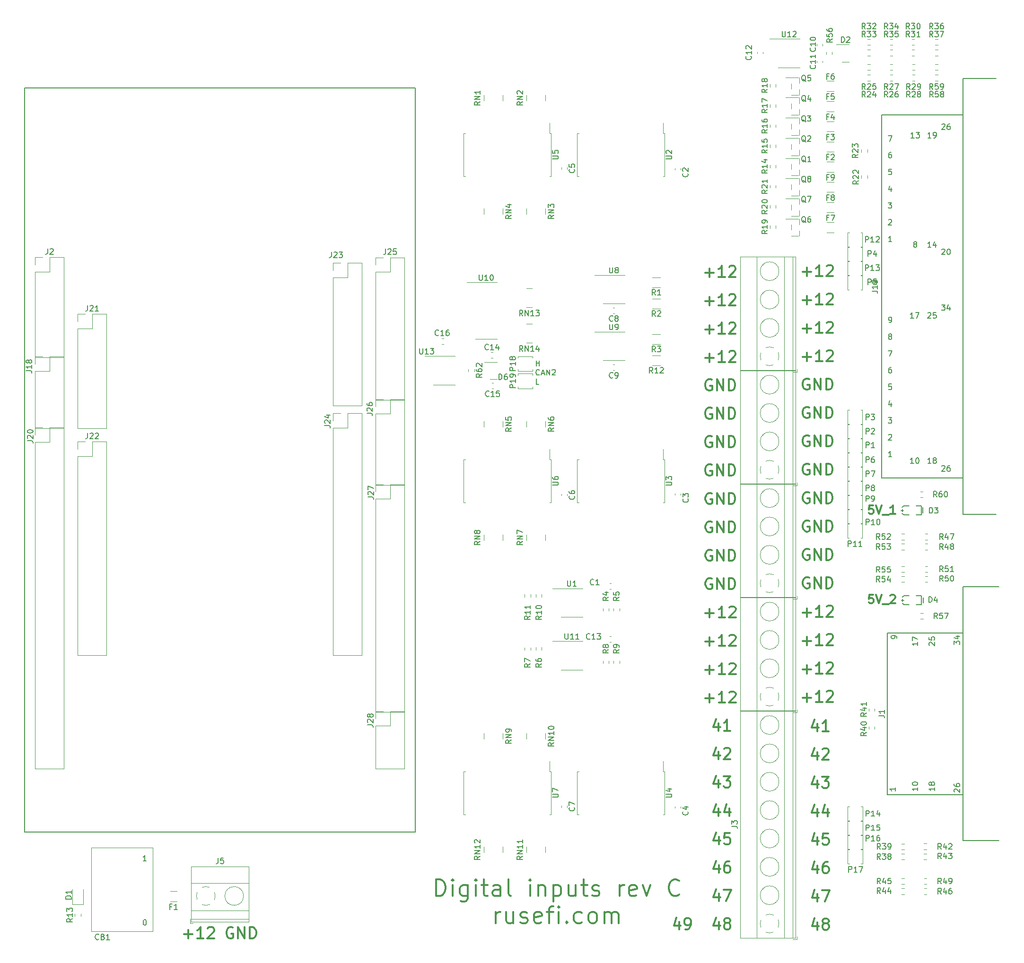
<source format=gto>
G04 #@! TF.GenerationSoftware,KiCad,Pcbnew,7.0.11-7.0.11~ubuntu22.04.1*
G04 #@! TF.CreationDate,2024-03-12T17:55:31+00:00*
G04 #@! TF.ProjectId,digital_inputs,64696769-7461-46c5-9f69-6e707574732e,rev?*
G04 #@! TF.SameCoordinates,PX791ddc0PYca2dd00*
G04 #@! TF.FileFunction,Legend,Top*
G04 #@! TF.FilePolarity,Positive*
%FSLAX46Y46*%
G04 Gerber Fmt 4.6, Leading zero omitted, Abs format (unit mm)*
G04 Created by KiCad (PCBNEW 7.0.11-7.0.11~ubuntu22.04.1) date 2024-03-12 17:55:31*
%MOMM*%
%LPD*%
G01*
G04 APERTURE LIST*
%ADD10C,0.150000*%
%ADD11C,0.300000*%
%ADD12C,0.120000*%
%ADD13C,0.127000*%
%ADD14C,0.200000*%
G04 APERTURE END LIST*
D10*
X7600000Y152900000D02*
X77500000Y152900000D01*
X77500000Y19600000D01*
X7600000Y19600000D01*
X7600000Y152900000D01*
D11*
X147986190Y100735124D02*
X147795714Y100830362D01*
X147795714Y100830362D02*
X147510000Y100830362D01*
X147510000Y100830362D02*
X147224285Y100735124D01*
X147224285Y100735124D02*
X147033809Y100544648D01*
X147033809Y100544648D02*
X146938571Y100354172D01*
X146938571Y100354172D02*
X146843333Y99973220D01*
X146843333Y99973220D02*
X146843333Y99687505D01*
X146843333Y99687505D02*
X146938571Y99306553D01*
X146938571Y99306553D02*
X147033809Y99116077D01*
X147033809Y99116077D02*
X147224285Y98925600D01*
X147224285Y98925600D02*
X147510000Y98830362D01*
X147510000Y98830362D02*
X147700476Y98830362D01*
X147700476Y98830362D02*
X147986190Y98925600D01*
X147986190Y98925600D02*
X148081428Y99020839D01*
X148081428Y99020839D02*
X148081428Y99687505D01*
X148081428Y99687505D02*
X147700476Y99687505D01*
X148938571Y98830362D02*
X148938571Y100830362D01*
X148938571Y100830362D02*
X150081428Y98830362D01*
X150081428Y98830362D02*
X150081428Y100830362D01*
X151033809Y98830362D02*
X151033809Y100830362D01*
X151033809Y100830362D02*
X151509999Y100830362D01*
X151509999Y100830362D02*
X151795714Y100735124D01*
X151795714Y100735124D02*
X151986190Y100544648D01*
X151986190Y100544648D02*
X152081428Y100354172D01*
X152081428Y100354172D02*
X152176666Y99973220D01*
X152176666Y99973220D02*
X152176666Y99687505D01*
X152176666Y99687505D02*
X152081428Y99306553D01*
X152081428Y99306553D02*
X151986190Y99116077D01*
X151986190Y99116077D02*
X151795714Y98925600D01*
X151795714Y98925600D02*
X151509999Y98830362D01*
X151509999Y98830362D02*
X151033809Y98830362D01*
X146868333Y48772267D02*
X148392143Y48772267D01*
X147630238Y48010362D02*
X147630238Y49534172D01*
X150392142Y48010362D02*
X149249285Y48010362D01*
X149820713Y48010362D02*
X149820713Y50010362D01*
X149820713Y50010362D02*
X149630237Y49724648D01*
X149630237Y49724648D02*
X149439761Y49534172D01*
X149439761Y49534172D02*
X149249285Y49438934D01*
X151154047Y49819886D02*
X151249285Y49915124D01*
X151249285Y49915124D02*
X151439761Y50010362D01*
X151439761Y50010362D02*
X151915952Y50010362D01*
X151915952Y50010362D02*
X152106428Y49915124D01*
X152106428Y49915124D02*
X152201666Y49819886D01*
X152201666Y49819886D02*
X152296904Y49629410D01*
X152296904Y49629410D02*
X152296904Y49438934D01*
X152296904Y49438934D02*
X152201666Y49153220D01*
X152201666Y49153220D02*
X151058809Y48010362D01*
X151058809Y48010362D02*
X152296904Y48010362D01*
X36073333Y1337267D02*
X37597143Y1337267D01*
X36835238Y575362D02*
X36835238Y2099172D01*
X39597142Y575362D02*
X38454285Y575362D01*
X39025713Y575362D02*
X39025713Y2575362D01*
X39025713Y2575362D02*
X38835237Y2289648D01*
X38835237Y2289648D02*
X38644761Y2099172D01*
X38644761Y2099172D02*
X38454285Y2003934D01*
X40359047Y2384886D02*
X40454285Y2480124D01*
X40454285Y2480124D02*
X40644761Y2575362D01*
X40644761Y2575362D02*
X41120952Y2575362D01*
X41120952Y2575362D02*
X41311428Y2480124D01*
X41311428Y2480124D02*
X41406666Y2384886D01*
X41406666Y2384886D02*
X41501904Y2194410D01*
X41501904Y2194410D02*
X41501904Y2003934D01*
X41501904Y2003934D02*
X41406666Y1718220D01*
X41406666Y1718220D02*
X40263809Y575362D01*
X40263809Y575362D02*
X41501904Y575362D01*
X149428571Y39023696D02*
X149428571Y37690362D01*
X148952380Y39785600D02*
X148476190Y38357029D01*
X148476190Y38357029D02*
X149714285Y38357029D01*
X151523809Y37690362D02*
X150380952Y37690362D01*
X150952380Y37690362D02*
X150952380Y39690362D01*
X150952380Y39690362D02*
X150761904Y39404648D01*
X150761904Y39404648D02*
X150571428Y39214172D01*
X150571428Y39214172D02*
X150380952Y39118934D01*
X130581190Y65020124D02*
X130390714Y65115362D01*
X130390714Y65115362D02*
X130105000Y65115362D01*
X130105000Y65115362D02*
X129819285Y65020124D01*
X129819285Y65020124D02*
X129628809Y64829648D01*
X129628809Y64829648D02*
X129533571Y64639172D01*
X129533571Y64639172D02*
X129438333Y64258220D01*
X129438333Y64258220D02*
X129438333Y63972505D01*
X129438333Y63972505D02*
X129533571Y63591553D01*
X129533571Y63591553D02*
X129628809Y63401077D01*
X129628809Y63401077D02*
X129819285Y63210600D01*
X129819285Y63210600D02*
X130105000Y63115362D01*
X130105000Y63115362D02*
X130295476Y63115362D01*
X130295476Y63115362D02*
X130581190Y63210600D01*
X130581190Y63210600D02*
X130676428Y63305839D01*
X130676428Y63305839D02*
X130676428Y63972505D01*
X130676428Y63972505D02*
X130295476Y63972505D01*
X131533571Y63115362D02*
X131533571Y65115362D01*
X131533571Y65115362D02*
X132676428Y63115362D01*
X132676428Y63115362D02*
X132676428Y65115362D01*
X133628809Y63115362D02*
X133628809Y65115362D01*
X133628809Y65115362D02*
X134104999Y65115362D01*
X134104999Y65115362D02*
X134390714Y65020124D01*
X134390714Y65020124D02*
X134581190Y64829648D01*
X134581190Y64829648D02*
X134676428Y64639172D01*
X134676428Y64639172D02*
X134771666Y64258220D01*
X134771666Y64258220D02*
X134771666Y63972505D01*
X134771666Y63972505D02*
X134676428Y63591553D01*
X134676428Y63591553D02*
X134581190Y63401077D01*
X134581190Y63401077D02*
X134390714Y63210600D01*
X134390714Y63210600D02*
X134104999Y63115362D01*
X134104999Y63115362D02*
X133628809Y63115362D01*
X159468796Y78099172D02*
X158754510Y78099172D01*
X158754510Y78099172D02*
X158683082Y77384886D01*
X158683082Y77384886D02*
X158754510Y77456315D01*
X158754510Y77456315D02*
X158897368Y77527743D01*
X158897368Y77527743D02*
X159254510Y77527743D01*
X159254510Y77527743D02*
X159397368Y77456315D01*
X159397368Y77456315D02*
X159468796Y77384886D01*
X159468796Y77384886D02*
X159540225Y77242029D01*
X159540225Y77242029D02*
X159540225Y76884886D01*
X159540225Y76884886D02*
X159468796Y76742029D01*
X159468796Y76742029D02*
X159397368Y76670600D01*
X159397368Y76670600D02*
X159254510Y76599172D01*
X159254510Y76599172D02*
X158897368Y76599172D01*
X158897368Y76599172D02*
X158754510Y76670600D01*
X158754510Y76670600D02*
X158683082Y76742029D01*
X159968796Y78099172D02*
X160468796Y76599172D01*
X160468796Y76599172D02*
X160968796Y78099172D01*
X161111653Y76456315D02*
X162254510Y76456315D01*
X163397367Y76599172D02*
X162540224Y76599172D01*
X162968795Y76599172D02*
X162968795Y78099172D01*
X162968795Y78099172D02*
X162825938Y77884886D01*
X162825938Y77884886D02*
X162683081Y77742029D01*
X162683081Y77742029D02*
X162540224Y77670600D01*
X149453571Y13603696D02*
X149453571Y12270362D01*
X148977380Y14365600D02*
X148501190Y12937029D01*
X148501190Y12937029D02*
X149739285Y12937029D01*
X151358333Y14270362D02*
X150977380Y14270362D01*
X150977380Y14270362D02*
X150786904Y14175124D01*
X150786904Y14175124D02*
X150691666Y14079886D01*
X150691666Y14079886D02*
X150501190Y13794172D01*
X150501190Y13794172D02*
X150405952Y13413220D01*
X150405952Y13413220D02*
X150405952Y12651315D01*
X150405952Y12651315D02*
X150501190Y12460839D01*
X150501190Y12460839D02*
X150596428Y12365600D01*
X150596428Y12365600D02*
X150786904Y12270362D01*
X150786904Y12270362D02*
X151167857Y12270362D01*
X151167857Y12270362D02*
X151358333Y12365600D01*
X151358333Y12365600D02*
X151453571Y12460839D01*
X151453571Y12460839D02*
X151548809Y12651315D01*
X151548809Y12651315D02*
X151548809Y13127505D01*
X151548809Y13127505D02*
X151453571Y13317981D01*
X151453571Y13317981D02*
X151358333Y13413220D01*
X151358333Y13413220D02*
X151167857Y13508458D01*
X151167857Y13508458D02*
X150786904Y13508458D01*
X150786904Y13508458D02*
X150596428Y13413220D01*
X150596428Y13413220D02*
X150501190Y13317981D01*
X150501190Y13317981D02*
X150405952Y13127505D01*
X130581190Y80260124D02*
X130390714Y80355362D01*
X130390714Y80355362D02*
X130105000Y80355362D01*
X130105000Y80355362D02*
X129819285Y80260124D01*
X129819285Y80260124D02*
X129628809Y80069648D01*
X129628809Y80069648D02*
X129533571Y79879172D01*
X129533571Y79879172D02*
X129438333Y79498220D01*
X129438333Y79498220D02*
X129438333Y79212505D01*
X129438333Y79212505D02*
X129533571Y78831553D01*
X129533571Y78831553D02*
X129628809Y78641077D01*
X129628809Y78641077D02*
X129819285Y78450600D01*
X129819285Y78450600D02*
X130105000Y78355362D01*
X130105000Y78355362D02*
X130295476Y78355362D01*
X130295476Y78355362D02*
X130581190Y78450600D01*
X130581190Y78450600D02*
X130676428Y78545839D01*
X130676428Y78545839D02*
X130676428Y79212505D01*
X130676428Y79212505D02*
X130295476Y79212505D01*
X131533571Y78355362D02*
X131533571Y80355362D01*
X131533571Y80355362D02*
X132676428Y78355362D01*
X132676428Y78355362D02*
X132676428Y80355362D01*
X133628809Y78355362D02*
X133628809Y80355362D01*
X133628809Y80355362D02*
X134104999Y80355362D01*
X134104999Y80355362D02*
X134390714Y80260124D01*
X134390714Y80260124D02*
X134581190Y80069648D01*
X134581190Y80069648D02*
X134676428Y79879172D01*
X134676428Y79879172D02*
X134771666Y79498220D01*
X134771666Y79498220D02*
X134771666Y79212505D01*
X134771666Y79212505D02*
X134676428Y78831553D01*
X134676428Y78831553D02*
X134581190Y78641077D01*
X134581190Y78641077D02*
X134390714Y78450600D01*
X134390714Y78450600D02*
X134104999Y78355362D01*
X134104999Y78355362D02*
X133628809Y78355362D01*
X159468796Y62099172D02*
X158754510Y62099172D01*
X158754510Y62099172D02*
X158683082Y61384886D01*
X158683082Y61384886D02*
X158754510Y61456315D01*
X158754510Y61456315D02*
X158897368Y61527743D01*
X158897368Y61527743D02*
X159254510Y61527743D01*
X159254510Y61527743D02*
X159397368Y61456315D01*
X159397368Y61456315D02*
X159468796Y61384886D01*
X159468796Y61384886D02*
X159540225Y61242029D01*
X159540225Y61242029D02*
X159540225Y60884886D01*
X159540225Y60884886D02*
X159468796Y60742029D01*
X159468796Y60742029D02*
X159397368Y60670600D01*
X159397368Y60670600D02*
X159254510Y60599172D01*
X159254510Y60599172D02*
X158897368Y60599172D01*
X158897368Y60599172D02*
X158754510Y60670600D01*
X158754510Y60670600D02*
X158683082Y60742029D01*
X159968796Y62099172D02*
X160468796Y60599172D01*
X160468796Y60599172D02*
X160968796Y62099172D01*
X161111653Y60456315D02*
X162254510Y60456315D01*
X162540224Y61956315D02*
X162611652Y62027743D01*
X162611652Y62027743D02*
X162754510Y62099172D01*
X162754510Y62099172D02*
X163111652Y62099172D01*
X163111652Y62099172D02*
X163254510Y62027743D01*
X163254510Y62027743D02*
X163325938Y61956315D01*
X163325938Y61956315D02*
X163397367Y61813458D01*
X163397367Y61813458D02*
X163397367Y61670600D01*
X163397367Y61670600D02*
X163325938Y61456315D01*
X163325938Y61456315D02*
X162468795Y60599172D01*
X162468795Y60599172D02*
X163397367Y60599172D01*
X146868333Y43692267D02*
X148392143Y43692267D01*
X147630238Y42930362D02*
X147630238Y44454172D01*
X150392142Y42930362D02*
X149249285Y42930362D01*
X149820713Y42930362D02*
X149820713Y44930362D01*
X149820713Y44930362D02*
X149630237Y44644648D01*
X149630237Y44644648D02*
X149439761Y44454172D01*
X149439761Y44454172D02*
X149249285Y44358934D01*
X151154047Y44739886D02*
X151249285Y44835124D01*
X151249285Y44835124D02*
X151439761Y44930362D01*
X151439761Y44930362D02*
X151915952Y44930362D01*
X151915952Y44930362D02*
X152106428Y44835124D01*
X152106428Y44835124D02*
X152201666Y44739886D01*
X152201666Y44739886D02*
X152296904Y44549410D01*
X152296904Y44549410D02*
X152296904Y44358934D01*
X152296904Y44358934D02*
X152201666Y44073220D01*
X152201666Y44073220D02*
X151058809Y42930362D01*
X151058809Y42930362D02*
X152296904Y42930362D01*
X147986190Y95655124D02*
X147795714Y95750362D01*
X147795714Y95750362D02*
X147510000Y95750362D01*
X147510000Y95750362D02*
X147224285Y95655124D01*
X147224285Y95655124D02*
X147033809Y95464648D01*
X147033809Y95464648D02*
X146938571Y95274172D01*
X146938571Y95274172D02*
X146843333Y94893220D01*
X146843333Y94893220D02*
X146843333Y94607505D01*
X146843333Y94607505D02*
X146938571Y94226553D01*
X146938571Y94226553D02*
X147033809Y94036077D01*
X147033809Y94036077D02*
X147224285Y93845600D01*
X147224285Y93845600D02*
X147510000Y93750362D01*
X147510000Y93750362D02*
X147700476Y93750362D01*
X147700476Y93750362D02*
X147986190Y93845600D01*
X147986190Y93845600D02*
X148081428Y93940839D01*
X148081428Y93940839D02*
X148081428Y94607505D01*
X148081428Y94607505D02*
X147700476Y94607505D01*
X148938571Y93750362D02*
X148938571Y95750362D01*
X148938571Y95750362D02*
X150081428Y93750362D01*
X150081428Y93750362D02*
X150081428Y95750362D01*
X151033809Y93750362D02*
X151033809Y95750362D01*
X151033809Y95750362D02*
X151509999Y95750362D01*
X151509999Y95750362D02*
X151795714Y95655124D01*
X151795714Y95655124D02*
X151986190Y95464648D01*
X151986190Y95464648D02*
X152081428Y95274172D01*
X152081428Y95274172D02*
X152176666Y94893220D01*
X152176666Y94893220D02*
X152176666Y94607505D01*
X152176666Y94607505D02*
X152081428Y94226553D01*
X152081428Y94226553D02*
X151986190Y94036077D01*
X151986190Y94036077D02*
X151795714Y93845600D01*
X151795714Y93845600D02*
X151509999Y93750362D01*
X151509999Y93750362D02*
X151033809Y93750362D01*
X129413333Y119777267D02*
X130937143Y119777267D01*
X130175238Y119015362D02*
X130175238Y120539172D01*
X132937142Y119015362D02*
X131794285Y119015362D01*
X132365713Y119015362D02*
X132365713Y121015362D01*
X132365713Y121015362D02*
X132175237Y120729648D01*
X132175237Y120729648D02*
X131984761Y120539172D01*
X131984761Y120539172D02*
X131794285Y120443934D01*
X133699047Y120824886D02*
X133794285Y120920124D01*
X133794285Y120920124D02*
X133984761Y121015362D01*
X133984761Y121015362D02*
X134460952Y121015362D01*
X134460952Y121015362D02*
X134651428Y120920124D01*
X134651428Y120920124D02*
X134746666Y120824886D01*
X134746666Y120824886D02*
X134841904Y120634410D01*
X134841904Y120634410D02*
X134841904Y120443934D01*
X134841904Y120443934D02*
X134746666Y120158220D01*
X134746666Y120158220D02*
X133603809Y119015362D01*
X133603809Y119015362D02*
X134841904Y119015362D01*
X148011190Y65155124D02*
X147820714Y65250362D01*
X147820714Y65250362D02*
X147535000Y65250362D01*
X147535000Y65250362D02*
X147249285Y65155124D01*
X147249285Y65155124D02*
X147058809Y64964648D01*
X147058809Y64964648D02*
X146963571Y64774172D01*
X146963571Y64774172D02*
X146868333Y64393220D01*
X146868333Y64393220D02*
X146868333Y64107505D01*
X146868333Y64107505D02*
X146963571Y63726553D01*
X146963571Y63726553D02*
X147058809Y63536077D01*
X147058809Y63536077D02*
X147249285Y63345600D01*
X147249285Y63345600D02*
X147535000Y63250362D01*
X147535000Y63250362D02*
X147725476Y63250362D01*
X147725476Y63250362D02*
X148011190Y63345600D01*
X148011190Y63345600D02*
X148106428Y63440839D01*
X148106428Y63440839D02*
X148106428Y64107505D01*
X148106428Y64107505D02*
X147725476Y64107505D01*
X148963571Y63250362D02*
X148963571Y65250362D01*
X148963571Y65250362D02*
X150106428Y63250362D01*
X150106428Y63250362D02*
X150106428Y65250362D01*
X151058809Y63250362D02*
X151058809Y65250362D01*
X151058809Y65250362D02*
X151534999Y65250362D01*
X151534999Y65250362D02*
X151820714Y65155124D01*
X151820714Y65155124D02*
X152011190Y64964648D01*
X152011190Y64964648D02*
X152106428Y64774172D01*
X152106428Y64774172D02*
X152201666Y64393220D01*
X152201666Y64393220D02*
X152201666Y64107505D01*
X152201666Y64107505D02*
X152106428Y63726553D01*
X152106428Y63726553D02*
X152011190Y63536077D01*
X152011190Y63536077D02*
X151820714Y63345600D01*
X151820714Y63345600D02*
X151534999Y63250362D01*
X151534999Y63250362D02*
X151058809Y63250362D01*
X149428571Y28863696D02*
X149428571Y27530362D01*
X148952380Y29625600D02*
X148476190Y28197029D01*
X148476190Y28197029D02*
X149714285Y28197029D01*
X150285714Y29530362D02*
X151523809Y29530362D01*
X151523809Y29530362D02*
X150857142Y28768458D01*
X150857142Y28768458D02*
X151142857Y28768458D01*
X151142857Y28768458D02*
X151333333Y28673220D01*
X151333333Y28673220D02*
X151428571Y28577981D01*
X151428571Y28577981D02*
X151523809Y28387505D01*
X151523809Y28387505D02*
X151523809Y27911315D01*
X151523809Y27911315D02*
X151428571Y27720839D01*
X151428571Y27720839D02*
X151333333Y27625600D01*
X151333333Y27625600D02*
X151142857Y27530362D01*
X151142857Y27530362D02*
X150571428Y27530362D01*
X150571428Y27530362D02*
X150380952Y27625600D01*
X150380952Y27625600D02*
X150285714Y27720839D01*
X130556190Y95520124D02*
X130365714Y95615362D01*
X130365714Y95615362D02*
X130080000Y95615362D01*
X130080000Y95615362D02*
X129794285Y95520124D01*
X129794285Y95520124D02*
X129603809Y95329648D01*
X129603809Y95329648D02*
X129508571Y95139172D01*
X129508571Y95139172D02*
X129413333Y94758220D01*
X129413333Y94758220D02*
X129413333Y94472505D01*
X129413333Y94472505D02*
X129508571Y94091553D01*
X129508571Y94091553D02*
X129603809Y93901077D01*
X129603809Y93901077D02*
X129794285Y93710600D01*
X129794285Y93710600D02*
X130080000Y93615362D01*
X130080000Y93615362D02*
X130270476Y93615362D01*
X130270476Y93615362D02*
X130556190Y93710600D01*
X130556190Y93710600D02*
X130651428Y93805839D01*
X130651428Y93805839D02*
X130651428Y94472505D01*
X130651428Y94472505D02*
X130270476Y94472505D01*
X131508571Y93615362D02*
X131508571Y95615362D01*
X131508571Y95615362D02*
X132651428Y93615362D01*
X132651428Y93615362D02*
X132651428Y95615362D01*
X133603809Y93615362D02*
X133603809Y95615362D01*
X133603809Y95615362D02*
X134079999Y95615362D01*
X134079999Y95615362D02*
X134365714Y95520124D01*
X134365714Y95520124D02*
X134556190Y95329648D01*
X134556190Y95329648D02*
X134651428Y95139172D01*
X134651428Y95139172D02*
X134746666Y94758220D01*
X134746666Y94758220D02*
X134746666Y94472505D01*
X134746666Y94472505D02*
X134651428Y94091553D01*
X134651428Y94091553D02*
X134556190Y93901077D01*
X134556190Y93901077D02*
X134365714Y93710600D01*
X134365714Y93710600D02*
X134079999Y93615362D01*
X134079999Y93615362D02*
X133603809Y93615362D01*
X131803571Y39103696D02*
X131803571Y37770362D01*
X131327380Y39865600D02*
X130851190Y38437029D01*
X130851190Y38437029D02*
X132089285Y38437029D01*
X133898809Y37770362D02*
X132755952Y37770362D01*
X133327380Y37770362D02*
X133327380Y39770362D01*
X133327380Y39770362D02*
X133136904Y39484648D01*
X133136904Y39484648D02*
X132946428Y39294172D01*
X132946428Y39294172D02*
X132755952Y39198934D01*
X148011190Y75315124D02*
X147820714Y75410362D01*
X147820714Y75410362D02*
X147535000Y75410362D01*
X147535000Y75410362D02*
X147249285Y75315124D01*
X147249285Y75315124D02*
X147058809Y75124648D01*
X147058809Y75124648D02*
X146963571Y74934172D01*
X146963571Y74934172D02*
X146868333Y74553220D01*
X146868333Y74553220D02*
X146868333Y74267505D01*
X146868333Y74267505D02*
X146963571Y73886553D01*
X146963571Y73886553D02*
X147058809Y73696077D01*
X147058809Y73696077D02*
X147249285Y73505600D01*
X147249285Y73505600D02*
X147535000Y73410362D01*
X147535000Y73410362D02*
X147725476Y73410362D01*
X147725476Y73410362D02*
X148011190Y73505600D01*
X148011190Y73505600D02*
X148106428Y73600839D01*
X148106428Y73600839D02*
X148106428Y74267505D01*
X148106428Y74267505D02*
X147725476Y74267505D01*
X148963571Y73410362D02*
X148963571Y75410362D01*
X148963571Y75410362D02*
X150106428Y73410362D01*
X150106428Y73410362D02*
X150106428Y75410362D01*
X151058809Y73410362D02*
X151058809Y75410362D01*
X151058809Y75410362D02*
X151534999Y75410362D01*
X151534999Y75410362D02*
X151820714Y75315124D01*
X151820714Y75315124D02*
X152011190Y75124648D01*
X152011190Y75124648D02*
X152106428Y74934172D01*
X152106428Y74934172D02*
X152201666Y74553220D01*
X152201666Y74553220D02*
X152201666Y74267505D01*
X152201666Y74267505D02*
X152106428Y73886553D01*
X152106428Y73886553D02*
X152011190Y73696077D01*
X152011190Y73696077D02*
X151820714Y73505600D01*
X151820714Y73505600D02*
X151534999Y73410362D01*
X151534999Y73410362D02*
X151058809Y73410362D01*
X44836190Y2480124D02*
X44645714Y2575362D01*
X44645714Y2575362D02*
X44360000Y2575362D01*
X44360000Y2575362D02*
X44074285Y2480124D01*
X44074285Y2480124D02*
X43883809Y2289648D01*
X43883809Y2289648D02*
X43788571Y2099172D01*
X43788571Y2099172D02*
X43693333Y1718220D01*
X43693333Y1718220D02*
X43693333Y1432505D01*
X43693333Y1432505D02*
X43788571Y1051553D01*
X43788571Y1051553D02*
X43883809Y861077D01*
X43883809Y861077D02*
X44074285Y670600D01*
X44074285Y670600D02*
X44360000Y575362D01*
X44360000Y575362D02*
X44550476Y575362D01*
X44550476Y575362D02*
X44836190Y670600D01*
X44836190Y670600D02*
X44931428Y765839D01*
X44931428Y765839D02*
X44931428Y1432505D01*
X44931428Y1432505D02*
X44550476Y1432505D01*
X45788571Y575362D02*
X45788571Y2575362D01*
X45788571Y2575362D02*
X46931428Y575362D01*
X46931428Y575362D02*
X46931428Y2575362D01*
X47883809Y575362D02*
X47883809Y2575362D01*
X47883809Y2575362D02*
X48359999Y2575362D01*
X48359999Y2575362D02*
X48645714Y2480124D01*
X48645714Y2480124D02*
X48836190Y2289648D01*
X48836190Y2289648D02*
X48931428Y2099172D01*
X48931428Y2099172D02*
X49026666Y1718220D01*
X49026666Y1718220D02*
X49026666Y1432505D01*
X49026666Y1432505D02*
X48931428Y1051553D01*
X48931428Y1051553D02*
X48836190Y861077D01*
X48836190Y861077D02*
X48645714Y670600D01*
X48645714Y670600D02*
X48359999Y575362D01*
X48359999Y575362D02*
X47883809Y575362D01*
X146868333Y53852267D02*
X148392143Y53852267D01*
X147630238Y53090362D02*
X147630238Y54614172D01*
X150392142Y53090362D02*
X149249285Y53090362D01*
X149820713Y53090362D02*
X149820713Y55090362D01*
X149820713Y55090362D02*
X149630237Y54804648D01*
X149630237Y54804648D02*
X149439761Y54614172D01*
X149439761Y54614172D02*
X149249285Y54518934D01*
X151154047Y54899886D02*
X151249285Y54995124D01*
X151249285Y54995124D02*
X151439761Y55090362D01*
X151439761Y55090362D02*
X151915952Y55090362D01*
X151915952Y55090362D02*
X152106428Y54995124D01*
X152106428Y54995124D02*
X152201666Y54899886D01*
X152201666Y54899886D02*
X152296904Y54709410D01*
X152296904Y54709410D02*
X152296904Y54518934D01*
X152296904Y54518934D02*
X152201666Y54233220D01*
X152201666Y54233220D02*
X151058809Y53090362D01*
X151058809Y53090362D02*
X152296904Y53090362D01*
X131803571Y23863696D02*
X131803571Y22530362D01*
X131327380Y24625600D02*
X130851190Y23197029D01*
X130851190Y23197029D02*
X132089285Y23197029D01*
X133708333Y23863696D02*
X133708333Y22530362D01*
X133232142Y24625600D02*
X132755952Y23197029D01*
X132755952Y23197029D02*
X133994047Y23197029D01*
X149453571Y8523696D02*
X149453571Y7190362D01*
X148977380Y9285600D02*
X148501190Y7857029D01*
X148501190Y7857029D02*
X149739285Y7857029D01*
X150310714Y9190362D02*
X151644047Y9190362D01*
X151644047Y9190362D02*
X150786904Y7190362D01*
X148011190Y80395124D02*
X147820714Y80490362D01*
X147820714Y80490362D02*
X147535000Y80490362D01*
X147535000Y80490362D02*
X147249285Y80395124D01*
X147249285Y80395124D02*
X147058809Y80204648D01*
X147058809Y80204648D02*
X146963571Y80014172D01*
X146963571Y80014172D02*
X146868333Y79633220D01*
X146868333Y79633220D02*
X146868333Y79347505D01*
X146868333Y79347505D02*
X146963571Y78966553D01*
X146963571Y78966553D02*
X147058809Y78776077D01*
X147058809Y78776077D02*
X147249285Y78585600D01*
X147249285Y78585600D02*
X147535000Y78490362D01*
X147535000Y78490362D02*
X147725476Y78490362D01*
X147725476Y78490362D02*
X148011190Y78585600D01*
X148011190Y78585600D02*
X148106428Y78680839D01*
X148106428Y78680839D02*
X148106428Y79347505D01*
X148106428Y79347505D02*
X147725476Y79347505D01*
X148963571Y78490362D02*
X148963571Y80490362D01*
X148963571Y80490362D02*
X150106428Y78490362D01*
X150106428Y78490362D02*
X150106428Y80490362D01*
X151058809Y78490362D02*
X151058809Y80490362D01*
X151058809Y80490362D02*
X151534999Y80490362D01*
X151534999Y80490362D02*
X151820714Y80395124D01*
X151820714Y80395124D02*
X152011190Y80204648D01*
X152011190Y80204648D02*
X152106428Y80014172D01*
X152106428Y80014172D02*
X152201666Y79633220D01*
X152201666Y79633220D02*
X152201666Y79347505D01*
X152201666Y79347505D02*
X152106428Y78966553D01*
X152106428Y78966553D02*
X152011190Y78776077D01*
X152011190Y78776077D02*
X151820714Y78585600D01*
X151820714Y78585600D02*
X151534999Y78490362D01*
X151534999Y78490362D02*
X151058809Y78490362D01*
X130556190Y100600124D02*
X130365714Y100695362D01*
X130365714Y100695362D02*
X130080000Y100695362D01*
X130080000Y100695362D02*
X129794285Y100600124D01*
X129794285Y100600124D02*
X129603809Y100409648D01*
X129603809Y100409648D02*
X129508571Y100219172D01*
X129508571Y100219172D02*
X129413333Y99838220D01*
X129413333Y99838220D02*
X129413333Y99552505D01*
X129413333Y99552505D02*
X129508571Y99171553D01*
X129508571Y99171553D02*
X129603809Y98981077D01*
X129603809Y98981077D02*
X129794285Y98790600D01*
X129794285Y98790600D02*
X130080000Y98695362D01*
X130080000Y98695362D02*
X130270476Y98695362D01*
X130270476Y98695362D02*
X130556190Y98790600D01*
X130556190Y98790600D02*
X130651428Y98885839D01*
X130651428Y98885839D02*
X130651428Y99552505D01*
X130651428Y99552505D02*
X130270476Y99552505D01*
X131508571Y98695362D02*
X131508571Y100695362D01*
X131508571Y100695362D02*
X132651428Y98695362D01*
X132651428Y98695362D02*
X132651428Y100695362D01*
X133603809Y98695362D02*
X133603809Y100695362D01*
X133603809Y100695362D02*
X134079999Y100695362D01*
X134079999Y100695362D02*
X134365714Y100600124D01*
X134365714Y100600124D02*
X134556190Y100409648D01*
X134556190Y100409648D02*
X134651428Y100219172D01*
X134651428Y100219172D02*
X134746666Y99838220D01*
X134746666Y99838220D02*
X134746666Y99552505D01*
X134746666Y99552505D02*
X134651428Y99171553D01*
X134651428Y99171553D02*
X134556190Y98981077D01*
X134556190Y98981077D02*
X134365714Y98790600D01*
X134365714Y98790600D02*
X134079999Y98695362D01*
X134079999Y98695362D02*
X133603809Y98695362D01*
X130556190Y90440124D02*
X130365714Y90535362D01*
X130365714Y90535362D02*
X130080000Y90535362D01*
X130080000Y90535362D02*
X129794285Y90440124D01*
X129794285Y90440124D02*
X129603809Y90249648D01*
X129603809Y90249648D02*
X129508571Y90059172D01*
X129508571Y90059172D02*
X129413333Y89678220D01*
X129413333Y89678220D02*
X129413333Y89392505D01*
X129413333Y89392505D02*
X129508571Y89011553D01*
X129508571Y89011553D02*
X129603809Y88821077D01*
X129603809Y88821077D02*
X129794285Y88630600D01*
X129794285Y88630600D02*
X130080000Y88535362D01*
X130080000Y88535362D02*
X130270476Y88535362D01*
X130270476Y88535362D02*
X130556190Y88630600D01*
X130556190Y88630600D02*
X130651428Y88725839D01*
X130651428Y88725839D02*
X130651428Y89392505D01*
X130651428Y89392505D02*
X130270476Y89392505D01*
X131508571Y88535362D02*
X131508571Y90535362D01*
X131508571Y90535362D02*
X132651428Y88535362D01*
X132651428Y88535362D02*
X132651428Y90535362D01*
X133603809Y88535362D02*
X133603809Y90535362D01*
X133603809Y90535362D02*
X134079999Y90535362D01*
X134079999Y90535362D02*
X134365714Y90440124D01*
X134365714Y90440124D02*
X134556190Y90249648D01*
X134556190Y90249648D02*
X134651428Y90059172D01*
X134651428Y90059172D02*
X134746666Y89678220D01*
X134746666Y89678220D02*
X134746666Y89392505D01*
X134746666Y89392505D02*
X134651428Y89011553D01*
X134651428Y89011553D02*
X134556190Y88821077D01*
X134556190Y88821077D02*
X134365714Y88630600D01*
X134365714Y88630600D02*
X134079999Y88535362D01*
X134079999Y88535362D02*
X133603809Y88535362D01*
X131803571Y28943696D02*
X131803571Y27610362D01*
X131327380Y29705600D02*
X130851190Y28277029D01*
X130851190Y28277029D02*
X132089285Y28277029D01*
X132660714Y29610362D02*
X133898809Y29610362D01*
X133898809Y29610362D02*
X133232142Y28848458D01*
X133232142Y28848458D02*
X133517857Y28848458D01*
X133517857Y28848458D02*
X133708333Y28753220D01*
X133708333Y28753220D02*
X133803571Y28657981D01*
X133803571Y28657981D02*
X133898809Y28467505D01*
X133898809Y28467505D02*
X133898809Y27991315D01*
X133898809Y27991315D02*
X133803571Y27800839D01*
X133803571Y27800839D02*
X133708333Y27705600D01*
X133708333Y27705600D02*
X133517857Y27610362D01*
X133517857Y27610362D02*
X132946428Y27610362D01*
X132946428Y27610362D02*
X132755952Y27705600D01*
X132755952Y27705600D02*
X132660714Y27800839D01*
X146843333Y114832267D02*
X148367143Y114832267D01*
X147605238Y114070362D02*
X147605238Y115594172D01*
X150367142Y114070362D02*
X149224285Y114070362D01*
X149795713Y114070362D02*
X149795713Y116070362D01*
X149795713Y116070362D02*
X149605237Y115784648D01*
X149605237Y115784648D02*
X149414761Y115594172D01*
X149414761Y115594172D02*
X149224285Y115498934D01*
X151129047Y115879886D02*
X151224285Y115975124D01*
X151224285Y115975124D02*
X151414761Y116070362D01*
X151414761Y116070362D02*
X151890952Y116070362D01*
X151890952Y116070362D02*
X152081428Y115975124D01*
X152081428Y115975124D02*
X152176666Y115879886D01*
X152176666Y115879886D02*
X152271904Y115689410D01*
X152271904Y115689410D02*
X152271904Y115498934D01*
X152271904Y115498934D02*
X152176666Y115213220D01*
X152176666Y115213220D02*
X151033809Y114070362D01*
X151033809Y114070362D02*
X152271904Y114070362D01*
X147986190Y90575124D02*
X147795714Y90670362D01*
X147795714Y90670362D02*
X147510000Y90670362D01*
X147510000Y90670362D02*
X147224285Y90575124D01*
X147224285Y90575124D02*
X147033809Y90384648D01*
X147033809Y90384648D02*
X146938571Y90194172D01*
X146938571Y90194172D02*
X146843333Y89813220D01*
X146843333Y89813220D02*
X146843333Y89527505D01*
X146843333Y89527505D02*
X146938571Y89146553D01*
X146938571Y89146553D02*
X147033809Y88956077D01*
X147033809Y88956077D02*
X147224285Y88765600D01*
X147224285Y88765600D02*
X147510000Y88670362D01*
X147510000Y88670362D02*
X147700476Y88670362D01*
X147700476Y88670362D02*
X147986190Y88765600D01*
X147986190Y88765600D02*
X148081428Y88860839D01*
X148081428Y88860839D02*
X148081428Y89527505D01*
X148081428Y89527505D02*
X147700476Y89527505D01*
X148938571Y88670362D02*
X148938571Y90670362D01*
X148938571Y90670362D02*
X150081428Y88670362D01*
X150081428Y88670362D02*
X150081428Y90670362D01*
X151033809Y88670362D02*
X151033809Y90670362D01*
X151033809Y90670362D02*
X151509999Y90670362D01*
X151509999Y90670362D02*
X151795714Y90575124D01*
X151795714Y90575124D02*
X151986190Y90384648D01*
X151986190Y90384648D02*
X152081428Y90194172D01*
X152081428Y90194172D02*
X152176666Y89813220D01*
X152176666Y89813220D02*
X152176666Y89527505D01*
X152176666Y89527505D02*
X152081428Y89146553D01*
X152081428Y89146553D02*
X151986190Y88956077D01*
X151986190Y88956077D02*
X151795714Y88765600D01*
X151795714Y88765600D02*
X151509999Y88670362D01*
X151509999Y88670362D02*
X151033809Y88670362D01*
X129438333Y58797267D02*
X130962143Y58797267D01*
X130200238Y58035362D02*
X130200238Y59559172D01*
X132962142Y58035362D02*
X131819285Y58035362D01*
X132390713Y58035362D02*
X132390713Y60035362D01*
X132390713Y60035362D02*
X132200237Y59749648D01*
X132200237Y59749648D02*
X132009761Y59559172D01*
X132009761Y59559172D02*
X131819285Y59463934D01*
X133724047Y59844886D02*
X133819285Y59940124D01*
X133819285Y59940124D02*
X134009761Y60035362D01*
X134009761Y60035362D02*
X134485952Y60035362D01*
X134485952Y60035362D02*
X134676428Y59940124D01*
X134676428Y59940124D02*
X134771666Y59844886D01*
X134771666Y59844886D02*
X134866904Y59654410D01*
X134866904Y59654410D02*
X134866904Y59463934D01*
X134866904Y59463934D02*
X134771666Y59178220D01*
X134771666Y59178220D02*
X133628809Y58035362D01*
X133628809Y58035362D02*
X134866904Y58035362D01*
X149453571Y3443696D02*
X149453571Y2110362D01*
X148977380Y4205600D02*
X148501190Y2777029D01*
X148501190Y2777029D02*
X149739285Y2777029D01*
X150786904Y3253220D02*
X150596428Y3348458D01*
X150596428Y3348458D02*
X150501190Y3443696D01*
X150501190Y3443696D02*
X150405952Y3634172D01*
X150405952Y3634172D02*
X150405952Y3729410D01*
X150405952Y3729410D02*
X150501190Y3919886D01*
X150501190Y3919886D02*
X150596428Y4015124D01*
X150596428Y4015124D02*
X150786904Y4110362D01*
X150786904Y4110362D02*
X151167857Y4110362D01*
X151167857Y4110362D02*
X151358333Y4015124D01*
X151358333Y4015124D02*
X151453571Y3919886D01*
X151453571Y3919886D02*
X151548809Y3729410D01*
X151548809Y3729410D02*
X151548809Y3634172D01*
X151548809Y3634172D02*
X151453571Y3443696D01*
X151453571Y3443696D02*
X151358333Y3348458D01*
X151358333Y3348458D02*
X151167857Y3253220D01*
X151167857Y3253220D02*
X150786904Y3253220D01*
X150786904Y3253220D02*
X150596428Y3157981D01*
X150596428Y3157981D02*
X150501190Y3062743D01*
X150501190Y3062743D02*
X150405952Y2872267D01*
X150405952Y2872267D02*
X150405952Y2491315D01*
X150405952Y2491315D02*
X150501190Y2300839D01*
X150501190Y2300839D02*
X150596428Y2205600D01*
X150596428Y2205600D02*
X150786904Y2110362D01*
X150786904Y2110362D02*
X151167857Y2110362D01*
X151167857Y2110362D02*
X151358333Y2205600D01*
X151358333Y2205600D02*
X151453571Y2300839D01*
X151453571Y2300839D02*
X151548809Y2491315D01*
X151548809Y2491315D02*
X151548809Y2872267D01*
X151548809Y2872267D02*
X151453571Y3062743D01*
X151453571Y3062743D02*
X151358333Y3157981D01*
X151358333Y3157981D02*
X151167857Y3253220D01*
X131828571Y8603696D02*
X131828571Y7270362D01*
X131352380Y9365600D02*
X130876190Y7937029D01*
X130876190Y7937029D02*
X132114285Y7937029D01*
X132685714Y9270362D02*
X134019047Y9270362D01*
X134019047Y9270362D02*
X133161904Y7270362D01*
X81185714Y8142743D02*
X81185714Y11142743D01*
X81185714Y11142743D02*
X81900000Y11142743D01*
X81900000Y11142743D02*
X82328571Y10999886D01*
X82328571Y10999886D02*
X82614286Y10714172D01*
X82614286Y10714172D02*
X82757143Y10428458D01*
X82757143Y10428458D02*
X82900000Y9857029D01*
X82900000Y9857029D02*
X82900000Y9428458D01*
X82900000Y9428458D02*
X82757143Y8857029D01*
X82757143Y8857029D02*
X82614286Y8571315D01*
X82614286Y8571315D02*
X82328571Y8285600D01*
X82328571Y8285600D02*
X81900000Y8142743D01*
X81900000Y8142743D02*
X81185714Y8142743D01*
X84185714Y8142743D02*
X84185714Y10142743D01*
X84185714Y11142743D02*
X84042857Y10999886D01*
X84042857Y10999886D02*
X84185714Y10857029D01*
X84185714Y10857029D02*
X84328571Y10999886D01*
X84328571Y10999886D02*
X84185714Y11142743D01*
X84185714Y11142743D02*
X84185714Y10857029D01*
X86900000Y10142743D02*
X86900000Y7714172D01*
X86900000Y7714172D02*
X86757142Y7428458D01*
X86757142Y7428458D02*
X86614285Y7285600D01*
X86614285Y7285600D02*
X86328571Y7142743D01*
X86328571Y7142743D02*
X85900000Y7142743D01*
X85900000Y7142743D02*
X85614285Y7285600D01*
X86900000Y8285600D02*
X86614285Y8142743D01*
X86614285Y8142743D02*
X86042857Y8142743D01*
X86042857Y8142743D02*
X85757142Y8285600D01*
X85757142Y8285600D02*
X85614285Y8428458D01*
X85614285Y8428458D02*
X85471428Y8714172D01*
X85471428Y8714172D02*
X85471428Y9571315D01*
X85471428Y9571315D02*
X85614285Y9857029D01*
X85614285Y9857029D02*
X85757142Y9999886D01*
X85757142Y9999886D02*
X86042857Y10142743D01*
X86042857Y10142743D02*
X86614285Y10142743D01*
X86614285Y10142743D02*
X86900000Y9999886D01*
X88328571Y8142743D02*
X88328571Y10142743D01*
X88328571Y11142743D02*
X88185714Y10999886D01*
X88185714Y10999886D02*
X88328571Y10857029D01*
X88328571Y10857029D02*
X88471428Y10999886D01*
X88471428Y10999886D02*
X88328571Y11142743D01*
X88328571Y11142743D02*
X88328571Y10857029D01*
X89328571Y10142743D02*
X90471428Y10142743D01*
X89757142Y11142743D02*
X89757142Y8571315D01*
X89757142Y8571315D02*
X89899999Y8285600D01*
X89899999Y8285600D02*
X90185714Y8142743D01*
X90185714Y8142743D02*
X90471428Y8142743D01*
X92757143Y8142743D02*
X92757143Y9714172D01*
X92757143Y9714172D02*
X92614285Y9999886D01*
X92614285Y9999886D02*
X92328571Y10142743D01*
X92328571Y10142743D02*
X91757143Y10142743D01*
X91757143Y10142743D02*
X91471428Y9999886D01*
X92757143Y8285600D02*
X92471428Y8142743D01*
X92471428Y8142743D02*
X91757143Y8142743D01*
X91757143Y8142743D02*
X91471428Y8285600D01*
X91471428Y8285600D02*
X91328571Y8571315D01*
X91328571Y8571315D02*
X91328571Y8857029D01*
X91328571Y8857029D02*
X91471428Y9142743D01*
X91471428Y9142743D02*
X91757143Y9285600D01*
X91757143Y9285600D02*
X92471428Y9285600D01*
X92471428Y9285600D02*
X92757143Y9428458D01*
X94614286Y8142743D02*
X94328571Y8285600D01*
X94328571Y8285600D02*
X94185714Y8571315D01*
X94185714Y8571315D02*
X94185714Y11142743D01*
X98042857Y8142743D02*
X98042857Y10142743D01*
X98042857Y11142743D02*
X97900000Y10999886D01*
X97900000Y10999886D02*
X98042857Y10857029D01*
X98042857Y10857029D02*
X98185714Y10999886D01*
X98185714Y10999886D02*
X98042857Y11142743D01*
X98042857Y11142743D02*
X98042857Y10857029D01*
X99471428Y10142743D02*
X99471428Y8142743D01*
X99471428Y9857029D02*
X99614285Y9999886D01*
X99614285Y9999886D02*
X99900000Y10142743D01*
X99900000Y10142743D02*
X100328571Y10142743D01*
X100328571Y10142743D02*
X100614285Y9999886D01*
X100614285Y9999886D02*
X100757143Y9714172D01*
X100757143Y9714172D02*
X100757143Y8142743D01*
X102185714Y10142743D02*
X102185714Y7142743D01*
X102185714Y9999886D02*
X102471429Y10142743D01*
X102471429Y10142743D02*
X103042857Y10142743D01*
X103042857Y10142743D02*
X103328571Y9999886D01*
X103328571Y9999886D02*
X103471429Y9857029D01*
X103471429Y9857029D02*
X103614286Y9571315D01*
X103614286Y9571315D02*
X103614286Y8714172D01*
X103614286Y8714172D02*
X103471429Y8428458D01*
X103471429Y8428458D02*
X103328571Y8285600D01*
X103328571Y8285600D02*
X103042857Y8142743D01*
X103042857Y8142743D02*
X102471429Y8142743D01*
X102471429Y8142743D02*
X102185714Y8285600D01*
X106185715Y10142743D02*
X106185715Y8142743D01*
X104900000Y10142743D02*
X104900000Y8571315D01*
X104900000Y8571315D02*
X105042857Y8285600D01*
X105042857Y8285600D02*
X105328572Y8142743D01*
X105328572Y8142743D02*
X105757143Y8142743D01*
X105757143Y8142743D02*
X106042857Y8285600D01*
X106042857Y8285600D02*
X106185715Y8428458D01*
X107185715Y10142743D02*
X108328572Y10142743D01*
X107614286Y11142743D02*
X107614286Y8571315D01*
X107614286Y8571315D02*
X107757143Y8285600D01*
X107757143Y8285600D02*
X108042858Y8142743D01*
X108042858Y8142743D02*
X108328572Y8142743D01*
X109185715Y8285600D02*
X109471429Y8142743D01*
X109471429Y8142743D02*
X110042858Y8142743D01*
X110042858Y8142743D02*
X110328572Y8285600D01*
X110328572Y8285600D02*
X110471429Y8571315D01*
X110471429Y8571315D02*
X110471429Y8714172D01*
X110471429Y8714172D02*
X110328572Y8999886D01*
X110328572Y8999886D02*
X110042858Y9142743D01*
X110042858Y9142743D02*
X109614287Y9142743D01*
X109614287Y9142743D02*
X109328572Y9285600D01*
X109328572Y9285600D02*
X109185715Y9571315D01*
X109185715Y9571315D02*
X109185715Y9714172D01*
X109185715Y9714172D02*
X109328572Y9999886D01*
X109328572Y9999886D02*
X109614287Y10142743D01*
X109614287Y10142743D02*
X110042858Y10142743D01*
X110042858Y10142743D02*
X110328572Y9999886D01*
X114042857Y8142743D02*
X114042857Y10142743D01*
X114042857Y9571315D02*
X114185714Y9857029D01*
X114185714Y9857029D02*
X114328572Y9999886D01*
X114328572Y9999886D02*
X114614286Y10142743D01*
X114614286Y10142743D02*
X114900000Y10142743D01*
X117042857Y8285600D02*
X116757143Y8142743D01*
X116757143Y8142743D02*
X116185715Y8142743D01*
X116185715Y8142743D02*
X115900000Y8285600D01*
X115900000Y8285600D02*
X115757143Y8571315D01*
X115757143Y8571315D02*
X115757143Y9714172D01*
X115757143Y9714172D02*
X115900000Y9999886D01*
X115900000Y9999886D02*
X116185715Y10142743D01*
X116185715Y10142743D02*
X116757143Y10142743D01*
X116757143Y10142743D02*
X117042857Y9999886D01*
X117042857Y9999886D02*
X117185715Y9714172D01*
X117185715Y9714172D02*
X117185715Y9428458D01*
X117185715Y9428458D02*
X115757143Y9142743D01*
X118185715Y10142743D02*
X118900001Y8142743D01*
X118900001Y8142743D02*
X119614286Y10142743D01*
X124757143Y8428458D02*
X124614286Y8285600D01*
X124614286Y8285600D02*
X124185714Y8142743D01*
X124185714Y8142743D02*
X123900000Y8142743D01*
X123900000Y8142743D02*
X123471429Y8285600D01*
X123471429Y8285600D02*
X123185714Y8571315D01*
X123185714Y8571315D02*
X123042857Y8857029D01*
X123042857Y8857029D02*
X122900000Y9428458D01*
X122900000Y9428458D02*
X122900000Y9857029D01*
X122900000Y9857029D02*
X123042857Y10428458D01*
X123042857Y10428458D02*
X123185714Y10714172D01*
X123185714Y10714172D02*
X123471429Y10999886D01*
X123471429Y10999886D02*
X123900000Y11142743D01*
X123900000Y11142743D02*
X124185714Y11142743D01*
X124185714Y11142743D02*
X124614286Y10999886D01*
X124614286Y10999886D02*
X124757143Y10857029D01*
X91899999Y3312743D02*
X91899999Y5312743D01*
X91899999Y4741315D02*
X92042856Y5027029D01*
X92042856Y5027029D02*
X92185714Y5169886D01*
X92185714Y5169886D02*
X92471428Y5312743D01*
X92471428Y5312743D02*
X92757142Y5312743D01*
X95042857Y5312743D02*
X95042857Y3312743D01*
X93757142Y5312743D02*
X93757142Y3741315D01*
X93757142Y3741315D02*
X93899999Y3455600D01*
X93899999Y3455600D02*
X94185714Y3312743D01*
X94185714Y3312743D02*
X94614285Y3312743D01*
X94614285Y3312743D02*
X94899999Y3455600D01*
X94899999Y3455600D02*
X95042857Y3598458D01*
X96328571Y3455600D02*
X96614285Y3312743D01*
X96614285Y3312743D02*
X97185714Y3312743D01*
X97185714Y3312743D02*
X97471428Y3455600D01*
X97471428Y3455600D02*
X97614285Y3741315D01*
X97614285Y3741315D02*
X97614285Y3884172D01*
X97614285Y3884172D02*
X97471428Y4169886D01*
X97471428Y4169886D02*
X97185714Y4312743D01*
X97185714Y4312743D02*
X96757143Y4312743D01*
X96757143Y4312743D02*
X96471428Y4455600D01*
X96471428Y4455600D02*
X96328571Y4741315D01*
X96328571Y4741315D02*
X96328571Y4884172D01*
X96328571Y4884172D02*
X96471428Y5169886D01*
X96471428Y5169886D02*
X96757143Y5312743D01*
X96757143Y5312743D02*
X97185714Y5312743D01*
X97185714Y5312743D02*
X97471428Y5169886D01*
X100042856Y3455600D02*
X99757142Y3312743D01*
X99757142Y3312743D02*
X99185714Y3312743D01*
X99185714Y3312743D02*
X98899999Y3455600D01*
X98899999Y3455600D02*
X98757142Y3741315D01*
X98757142Y3741315D02*
X98757142Y4884172D01*
X98757142Y4884172D02*
X98899999Y5169886D01*
X98899999Y5169886D02*
X99185714Y5312743D01*
X99185714Y5312743D02*
X99757142Y5312743D01*
X99757142Y5312743D02*
X100042856Y5169886D01*
X100042856Y5169886D02*
X100185714Y4884172D01*
X100185714Y4884172D02*
X100185714Y4598458D01*
X100185714Y4598458D02*
X98757142Y4312743D01*
X101042857Y5312743D02*
X102185714Y5312743D01*
X101471428Y3312743D02*
X101471428Y5884172D01*
X101471428Y5884172D02*
X101614285Y6169886D01*
X101614285Y6169886D02*
X101900000Y6312743D01*
X101900000Y6312743D02*
X102185714Y6312743D01*
X103185714Y3312743D02*
X103185714Y5312743D01*
X103185714Y6312743D02*
X103042857Y6169886D01*
X103042857Y6169886D02*
X103185714Y6027029D01*
X103185714Y6027029D02*
X103328571Y6169886D01*
X103328571Y6169886D02*
X103185714Y6312743D01*
X103185714Y6312743D02*
X103185714Y6027029D01*
X104614285Y3598458D02*
X104757142Y3455600D01*
X104757142Y3455600D02*
X104614285Y3312743D01*
X104614285Y3312743D02*
X104471428Y3455600D01*
X104471428Y3455600D02*
X104614285Y3598458D01*
X104614285Y3598458D02*
X104614285Y3312743D01*
X107328571Y3455600D02*
X107042856Y3312743D01*
X107042856Y3312743D02*
X106471428Y3312743D01*
X106471428Y3312743D02*
X106185713Y3455600D01*
X106185713Y3455600D02*
X106042856Y3598458D01*
X106042856Y3598458D02*
X105899999Y3884172D01*
X105899999Y3884172D02*
X105899999Y4741315D01*
X105899999Y4741315D02*
X106042856Y5027029D01*
X106042856Y5027029D02*
X106185713Y5169886D01*
X106185713Y5169886D02*
X106471428Y5312743D01*
X106471428Y5312743D02*
X107042856Y5312743D01*
X107042856Y5312743D02*
X107328571Y5169886D01*
X109042857Y3312743D02*
X108757142Y3455600D01*
X108757142Y3455600D02*
X108614285Y3598458D01*
X108614285Y3598458D02*
X108471428Y3884172D01*
X108471428Y3884172D02*
X108471428Y4741315D01*
X108471428Y4741315D02*
X108614285Y5027029D01*
X108614285Y5027029D02*
X108757142Y5169886D01*
X108757142Y5169886D02*
X109042857Y5312743D01*
X109042857Y5312743D02*
X109471428Y5312743D01*
X109471428Y5312743D02*
X109757142Y5169886D01*
X109757142Y5169886D02*
X109900000Y5027029D01*
X109900000Y5027029D02*
X110042857Y4741315D01*
X110042857Y4741315D02*
X110042857Y3884172D01*
X110042857Y3884172D02*
X109900000Y3598458D01*
X109900000Y3598458D02*
X109757142Y3455600D01*
X109757142Y3455600D02*
X109471428Y3312743D01*
X109471428Y3312743D02*
X109042857Y3312743D01*
X111328571Y3312743D02*
X111328571Y5312743D01*
X111328571Y5027029D02*
X111471428Y5169886D01*
X111471428Y5169886D02*
X111757143Y5312743D01*
X111757143Y5312743D02*
X112185714Y5312743D01*
X112185714Y5312743D02*
X112471428Y5169886D01*
X112471428Y5169886D02*
X112614286Y4884172D01*
X112614286Y4884172D02*
X112614286Y3312743D01*
X112614286Y4884172D02*
X112757143Y5169886D01*
X112757143Y5169886D02*
X113042857Y5312743D01*
X113042857Y5312743D02*
X113471428Y5312743D01*
X113471428Y5312743D02*
X113757143Y5169886D01*
X113757143Y5169886D02*
X113900000Y4884172D01*
X113900000Y4884172D02*
X113900000Y3312743D01*
X146843333Y104672267D02*
X148367143Y104672267D01*
X147605238Y103910362D02*
X147605238Y105434172D01*
X150367142Y103910362D02*
X149224285Y103910362D01*
X149795713Y103910362D02*
X149795713Y105910362D01*
X149795713Y105910362D02*
X149605237Y105624648D01*
X149605237Y105624648D02*
X149414761Y105434172D01*
X149414761Y105434172D02*
X149224285Y105338934D01*
X151129047Y105719886D02*
X151224285Y105815124D01*
X151224285Y105815124D02*
X151414761Y105910362D01*
X151414761Y105910362D02*
X151890952Y105910362D01*
X151890952Y105910362D02*
X152081428Y105815124D01*
X152081428Y105815124D02*
X152176666Y105719886D01*
X152176666Y105719886D02*
X152271904Y105529410D01*
X152271904Y105529410D02*
X152271904Y105338934D01*
X152271904Y105338934D02*
X152176666Y105053220D01*
X152176666Y105053220D02*
X151033809Y103910362D01*
X151033809Y103910362D02*
X152271904Y103910362D01*
X129438333Y43557267D02*
X130962143Y43557267D01*
X130200238Y42795362D02*
X130200238Y44319172D01*
X132962142Y42795362D02*
X131819285Y42795362D01*
X132390713Y42795362D02*
X132390713Y44795362D01*
X132390713Y44795362D02*
X132200237Y44509648D01*
X132200237Y44509648D02*
X132009761Y44319172D01*
X132009761Y44319172D02*
X131819285Y44223934D01*
X133724047Y44604886D02*
X133819285Y44700124D01*
X133819285Y44700124D02*
X134009761Y44795362D01*
X134009761Y44795362D02*
X134485952Y44795362D01*
X134485952Y44795362D02*
X134676428Y44700124D01*
X134676428Y44700124D02*
X134771666Y44604886D01*
X134771666Y44604886D02*
X134866904Y44414410D01*
X134866904Y44414410D02*
X134866904Y44223934D01*
X134866904Y44223934D02*
X134771666Y43938220D01*
X134771666Y43938220D02*
X133628809Y42795362D01*
X133628809Y42795362D02*
X134866904Y42795362D01*
X131828571Y13683696D02*
X131828571Y12350362D01*
X131352380Y14445600D02*
X130876190Y13017029D01*
X130876190Y13017029D02*
X132114285Y13017029D01*
X133733333Y14350362D02*
X133352380Y14350362D01*
X133352380Y14350362D02*
X133161904Y14255124D01*
X133161904Y14255124D02*
X133066666Y14159886D01*
X133066666Y14159886D02*
X132876190Y13874172D01*
X132876190Y13874172D02*
X132780952Y13493220D01*
X132780952Y13493220D02*
X132780952Y12731315D01*
X132780952Y12731315D02*
X132876190Y12540839D01*
X132876190Y12540839D02*
X132971428Y12445600D01*
X132971428Y12445600D02*
X133161904Y12350362D01*
X133161904Y12350362D02*
X133542857Y12350362D01*
X133542857Y12350362D02*
X133733333Y12445600D01*
X133733333Y12445600D02*
X133828571Y12540839D01*
X133828571Y12540839D02*
X133923809Y12731315D01*
X133923809Y12731315D02*
X133923809Y13207505D01*
X133923809Y13207505D02*
X133828571Y13397981D01*
X133828571Y13397981D02*
X133733333Y13493220D01*
X133733333Y13493220D02*
X133542857Y13588458D01*
X133542857Y13588458D02*
X133161904Y13588458D01*
X133161904Y13588458D02*
X132971428Y13493220D01*
X132971428Y13493220D02*
X132876190Y13397981D01*
X132876190Y13397981D02*
X132780952Y13207505D01*
X146843333Y109752267D02*
X148367143Y109752267D01*
X147605238Y108990362D02*
X147605238Y110514172D01*
X150367142Y108990362D02*
X149224285Y108990362D01*
X149795713Y108990362D02*
X149795713Y110990362D01*
X149795713Y110990362D02*
X149605237Y110704648D01*
X149605237Y110704648D02*
X149414761Y110514172D01*
X149414761Y110514172D02*
X149224285Y110418934D01*
X151129047Y110799886D02*
X151224285Y110895124D01*
X151224285Y110895124D02*
X151414761Y110990362D01*
X151414761Y110990362D02*
X151890952Y110990362D01*
X151890952Y110990362D02*
X152081428Y110895124D01*
X152081428Y110895124D02*
X152176666Y110799886D01*
X152176666Y110799886D02*
X152271904Y110609410D01*
X152271904Y110609410D02*
X152271904Y110418934D01*
X152271904Y110418934D02*
X152176666Y110133220D01*
X152176666Y110133220D02*
X151033809Y108990362D01*
X151033809Y108990362D02*
X152271904Y108990362D01*
X130581190Y75180124D02*
X130390714Y75275362D01*
X130390714Y75275362D02*
X130105000Y75275362D01*
X130105000Y75275362D02*
X129819285Y75180124D01*
X129819285Y75180124D02*
X129628809Y74989648D01*
X129628809Y74989648D02*
X129533571Y74799172D01*
X129533571Y74799172D02*
X129438333Y74418220D01*
X129438333Y74418220D02*
X129438333Y74132505D01*
X129438333Y74132505D02*
X129533571Y73751553D01*
X129533571Y73751553D02*
X129628809Y73561077D01*
X129628809Y73561077D02*
X129819285Y73370600D01*
X129819285Y73370600D02*
X130105000Y73275362D01*
X130105000Y73275362D02*
X130295476Y73275362D01*
X130295476Y73275362D02*
X130581190Y73370600D01*
X130581190Y73370600D02*
X130676428Y73465839D01*
X130676428Y73465839D02*
X130676428Y74132505D01*
X130676428Y74132505D02*
X130295476Y74132505D01*
X131533571Y73275362D02*
X131533571Y75275362D01*
X131533571Y75275362D02*
X132676428Y73275362D01*
X132676428Y73275362D02*
X132676428Y75275362D01*
X133628809Y73275362D02*
X133628809Y75275362D01*
X133628809Y75275362D02*
X134104999Y75275362D01*
X134104999Y75275362D02*
X134390714Y75180124D01*
X134390714Y75180124D02*
X134581190Y74989648D01*
X134581190Y74989648D02*
X134676428Y74799172D01*
X134676428Y74799172D02*
X134771666Y74418220D01*
X134771666Y74418220D02*
X134771666Y74132505D01*
X134771666Y74132505D02*
X134676428Y73751553D01*
X134676428Y73751553D02*
X134581190Y73561077D01*
X134581190Y73561077D02*
X134390714Y73370600D01*
X134390714Y73370600D02*
X134104999Y73275362D01*
X134104999Y73275362D02*
X133628809Y73275362D01*
X148011190Y70235124D02*
X147820714Y70330362D01*
X147820714Y70330362D02*
X147535000Y70330362D01*
X147535000Y70330362D02*
X147249285Y70235124D01*
X147249285Y70235124D02*
X147058809Y70044648D01*
X147058809Y70044648D02*
X146963571Y69854172D01*
X146963571Y69854172D02*
X146868333Y69473220D01*
X146868333Y69473220D02*
X146868333Y69187505D01*
X146868333Y69187505D02*
X146963571Y68806553D01*
X146963571Y68806553D02*
X147058809Y68616077D01*
X147058809Y68616077D02*
X147249285Y68425600D01*
X147249285Y68425600D02*
X147535000Y68330362D01*
X147535000Y68330362D02*
X147725476Y68330362D01*
X147725476Y68330362D02*
X148011190Y68425600D01*
X148011190Y68425600D02*
X148106428Y68520839D01*
X148106428Y68520839D02*
X148106428Y69187505D01*
X148106428Y69187505D02*
X147725476Y69187505D01*
X148963571Y68330362D02*
X148963571Y70330362D01*
X148963571Y70330362D02*
X150106428Y68330362D01*
X150106428Y68330362D02*
X150106428Y70330362D01*
X151058809Y68330362D02*
X151058809Y70330362D01*
X151058809Y70330362D02*
X151534999Y70330362D01*
X151534999Y70330362D02*
X151820714Y70235124D01*
X151820714Y70235124D02*
X152011190Y70044648D01*
X152011190Y70044648D02*
X152106428Y69854172D01*
X152106428Y69854172D02*
X152201666Y69473220D01*
X152201666Y69473220D02*
X152201666Y69187505D01*
X152201666Y69187505D02*
X152106428Y68806553D01*
X152106428Y68806553D02*
X152011190Y68616077D01*
X152011190Y68616077D02*
X151820714Y68425600D01*
X151820714Y68425600D02*
X151534999Y68330362D01*
X151534999Y68330362D02*
X151058809Y68330362D01*
X146843333Y119912267D02*
X148367143Y119912267D01*
X147605238Y119150362D02*
X147605238Y120674172D01*
X150367142Y119150362D02*
X149224285Y119150362D01*
X149795713Y119150362D02*
X149795713Y121150362D01*
X149795713Y121150362D02*
X149605237Y120864648D01*
X149605237Y120864648D02*
X149414761Y120674172D01*
X149414761Y120674172D02*
X149224285Y120578934D01*
X151129047Y120959886D02*
X151224285Y121055124D01*
X151224285Y121055124D02*
X151414761Y121150362D01*
X151414761Y121150362D02*
X151890952Y121150362D01*
X151890952Y121150362D02*
X152081428Y121055124D01*
X152081428Y121055124D02*
X152176666Y120959886D01*
X152176666Y120959886D02*
X152271904Y120769410D01*
X152271904Y120769410D02*
X152271904Y120578934D01*
X152271904Y120578934D02*
X152176666Y120293220D01*
X152176666Y120293220D02*
X151033809Y119150362D01*
X151033809Y119150362D02*
X152271904Y119150362D01*
X131803571Y34023696D02*
X131803571Y32690362D01*
X131327380Y34785600D02*
X130851190Y33357029D01*
X130851190Y33357029D02*
X132089285Y33357029D01*
X132755952Y34499886D02*
X132851190Y34595124D01*
X132851190Y34595124D02*
X133041666Y34690362D01*
X133041666Y34690362D02*
X133517857Y34690362D01*
X133517857Y34690362D02*
X133708333Y34595124D01*
X133708333Y34595124D02*
X133803571Y34499886D01*
X133803571Y34499886D02*
X133898809Y34309410D01*
X133898809Y34309410D02*
X133898809Y34118934D01*
X133898809Y34118934D02*
X133803571Y33833220D01*
X133803571Y33833220D02*
X132660714Y32690362D01*
X132660714Y32690362D02*
X133898809Y32690362D01*
X129438333Y53717267D02*
X130962143Y53717267D01*
X130200238Y52955362D02*
X130200238Y54479172D01*
X132962142Y52955362D02*
X131819285Y52955362D01*
X132390713Y52955362D02*
X132390713Y54955362D01*
X132390713Y54955362D02*
X132200237Y54669648D01*
X132200237Y54669648D02*
X132009761Y54479172D01*
X132009761Y54479172D02*
X131819285Y54383934D01*
X133724047Y54764886D02*
X133819285Y54860124D01*
X133819285Y54860124D02*
X134009761Y54955362D01*
X134009761Y54955362D02*
X134485952Y54955362D01*
X134485952Y54955362D02*
X134676428Y54860124D01*
X134676428Y54860124D02*
X134771666Y54764886D01*
X134771666Y54764886D02*
X134866904Y54574410D01*
X134866904Y54574410D02*
X134866904Y54383934D01*
X134866904Y54383934D02*
X134771666Y54098220D01*
X134771666Y54098220D02*
X133628809Y52955362D01*
X133628809Y52955362D02*
X134866904Y52955362D01*
X149453571Y18683696D02*
X149453571Y17350362D01*
X148977380Y19445600D02*
X148501190Y18017029D01*
X148501190Y18017029D02*
X149739285Y18017029D01*
X151453571Y19350362D02*
X150501190Y19350362D01*
X150501190Y19350362D02*
X150405952Y18397981D01*
X150405952Y18397981D02*
X150501190Y18493220D01*
X150501190Y18493220D02*
X150691666Y18588458D01*
X150691666Y18588458D02*
X151167857Y18588458D01*
X151167857Y18588458D02*
X151358333Y18493220D01*
X151358333Y18493220D02*
X151453571Y18397981D01*
X151453571Y18397981D02*
X151548809Y18207505D01*
X151548809Y18207505D02*
X151548809Y17731315D01*
X151548809Y17731315D02*
X151453571Y17540839D01*
X151453571Y17540839D02*
X151358333Y17445600D01*
X151358333Y17445600D02*
X151167857Y17350362D01*
X151167857Y17350362D02*
X150691666Y17350362D01*
X150691666Y17350362D02*
X150501190Y17445600D01*
X150501190Y17445600D02*
X150405952Y17540839D01*
X146868333Y58932267D02*
X148392143Y58932267D01*
X147630238Y58170362D02*
X147630238Y59694172D01*
X150392142Y58170362D02*
X149249285Y58170362D01*
X149820713Y58170362D02*
X149820713Y60170362D01*
X149820713Y60170362D02*
X149630237Y59884648D01*
X149630237Y59884648D02*
X149439761Y59694172D01*
X149439761Y59694172D02*
X149249285Y59598934D01*
X151154047Y59979886D02*
X151249285Y60075124D01*
X151249285Y60075124D02*
X151439761Y60170362D01*
X151439761Y60170362D02*
X151915952Y60170362D01*
X151915952Y60170362D02*
X152106428Y60075124D01*
X152106428Y60075124D02*
X152201666Y59979886D01*
X152201666Y59979886D02*
X152296904Y59789410D01*
X152296904Y59789410D02*
X152296904Y59598934D01*
X152296904Y59598934D02*
X152201666Y59313220D01*
X152201666Y59313220D02*
X151058809Y58170362D01*
X151058809Y58170362D02*
X152296904Y58170362D01*
X129413333Y114697267D02*
X130937143Y114697267D01*
X130175238Y113935362D02*
X130175238Y115459172D01*
X132937142Y113935362D02*
X131794285Y113935362D01*
X132365713Y113935362D02*
X132365713Y115935362D01*
X132365713Y115935362D02*
X132175237Y115649648D01*
X132175237Y115649648D02*
X131984761Y115459172D01*
X131984761Y115459172D02*
X131794285Y115363934D01*
X133699047Y115744886D02*
X133794285Y115840124D01*
X133794285Y115840124D02*
X133984761Y115935362D01*
X133984761Y115935362D02*
X134460952Y115935362D01*
X134460952Y115935362D02*
X134651428Y115840124D01*
X134651428Y115840124D02*
X134746666Y115744886D01*
X134746666Y115744886D02*
X134841904Y115554410D01*
X134841904Y115554410D02*
X134841904Y115363934D01*
X134841904Y115363934D02*
X134746666Y115078220D01*
X134746666Y115078220D02*
X133603809Y113935362D01*
X133603809Y113935362D02*
X134841904Y113935362D01*
X147986190Y85495124D02*
X147795714Y85590362D01*
X147795714Y85590362D02*
X147510000Y85590362D01*
X147510000Y85590362D02*
X147224285Y85495124D01*
X147224285Y85495124D02*
X147033809Y85304648D01*
X147033809Y85304648D02*
X146938571Y85114172D01*
X146938571Y85114172D02*
X146843333Y84733220D01*
X146843333Y84733220D02*
X146843333Y84447505D01*
X146843333Y84447505D02*
X146938571Y84066553D01*
X146938571Y84066553D02*
X147033809Y83876077D01*
X147033809Y83876077D02*
X147224285Y83685600D01*
X147224285Y83685600D02*
X147510000Y83590362D01*
X147510000Y83590362D02*
X147700476Y83590362D01*
X147700476Y83590362D02*
X147986190Y83685600D01*
X147986190Y83685600D02*
X148081428Y83780839D01*
X148081428Y83780839D02*
X148081428Y84447505D01*
X148081428Y84447505D02*
X147700476Y84447505D01*
X148938571Y83590362D02*
X148938571Y85590362D01*
X148938571Y85590362D02*
X150081428Y83590362D01*
X150081428Y83590362D02*
X150081428Y85590362D01*
X151033809Y83590362D02*
X151033809Y85590362D01*
X151033809Y85590362D02*
X151509999Y85590362D01*
X151509999Y85590362D02*
X151795714Y85495124D01*
X151795714Y85495124D02*
X151986190Y85304648D01*
X151986190Y85304648D02*
X152081428Y85114172D01*
X152081428Y85114172D02*
X152176666Y84733220D01*
X152176666Y84733220D02*
X152176666Y84447505D01*
X152176666Y84447505D02*
X152081428Y84066553D01*
X152081428Y84066553D02*
X151986190Y83876077D01*
X151986190Y83876077D02*
X151795714Y83685600D01*
X151795714Y83685600D02*
X151509999Y83590362D01*
X151509999Y83590362D02*
X151033809Y83590362D01*
X149428571Y33943696D02*
X149428571Y32610362D01*
X148952380Y34705600D02*
X148476190Y33277029D01*
X148476190Y33277029D02*
X149714285Y33277029D01*
X150380952Y34419886D02*
X150476190Y34515124D01*
X150476190Y34515124D02*
X150666666Y34610362D01*
X150666666Y34610362D02*
X151142857Y34610362D01*
X151142857Y34610362D02*
X151333333Y34515124D01*
X151333333Y34515124D02*
X151428571Y34419886D01*
X151428571Y34419886D02*
X151523809Y34229410D01*
X151523809Y34229410D02*
X151523809Y34038934D01*
X151523809Y34038934D02*
X151428571Y33753220D01*
X151428571Y33753220D02*
X150285714Y32610362D01*
X150285714Y32610362D02*
X151523809Y32610362D01*
X129438333Y48637267D02*
X130962143Y48637267D01*
X130200238Y47875362D02*
X130200238Y49399172D01*
X132962142Y47875362D02*
X131819285Y47875362D01*
X132390713Y47875362D02*
X132390713Y49875362D01*
X132390713Y49875362D02*
X132200237Y49589648D01*
X132200237Y49589648D02*
X132009761Y49399172D01*
X132009761Y49399172D02*
X131819285Y49303934D01*
X133724047Y49684886D02*
X133819285Y49780124D01*
X133819285Y49780124D02*
X134009761Y49875362D01*
X134009761Y49875362D02*
X134485952Y49875362D01*
X134485952Y49875362D02*
X134676428Y49780124D01*
X134676428Y49780124D02*
X134771666Y49684886D01*
X134771666Y49684886D02*
X134866904Y49494410D01*
X134866904Y49494410D02*
X134866904Y49303934D01*
X134866904Y49303934D02*
X134771666Y49018220D01*
X134771666Y49018220D02*
X133628809Y47875362D01*
X133628809Y47875362D02*
X134866904Y47875362D01*
X124728571Y3523696D02*
X124728571Y2190362D01*
X124252380Y4285600D02*
X123776190Y2857029D01*
X123776190Y2857029D02*
X125014285Y2857029D01*
X125871428Y2190362D02*
X126252380Y2190362D01*
X126252380Y2190362D02*
X126442857Y2285600D01*
X126442857Y2285600D02*
X126538095Y2380839D01*
X126538095Y2380839D02*
X126728571Y2666553D01*
X126728571Y2666553D02*
X126823809Y3047505D01*
X126823809Y3047505D02*
X126823809Y3809410D01*
X126823809Y3809410D02*
X126728571Y3999886D01*
X126728571Y3999886D02*
X126633333Y4095124D01*
X126633333Y4095124D02*
X126442857Y4190362D01*
X126442857Y4190362D02*
X126061904Y4190362D01*
X126061904Y4190362D02*
X125871428Y4095124D01*
X125871428Y4095124D02*
X125776190Y3999886D01*
X125776190Y3999886D02*
X125680952Y3809410D01*
X125680952Y3809410D02*
X125680952Y3333220D01*
X125680952Y3333220D02*
X125776190Y3142743D01*
X125776190Y3142743D02*
X125871428Y3047505D01*
X125871428Y3047505D02*
X126061904Y2952267D01*
X126061904Y2952267D02*
X126442857Y2952267D01*
X126442857Y2952267D02*
X126633333Y3047505D01*
X126633333Y3047505D02*
X126728571Y3142743D01*
X126728571Y3142743D02*
X126823809Y3333220D01*
X131828571Y18763696D02*
X131828571Y17430362D01*
X131352380Y19525600D02*
X130876190Y18097029D01*
X130876190Y18097029D02*
X132114285Y18097029D01*
X133828571Y19430362D02*
X132876190Y19430362D01*
X132876190Y19430362D02*
X132780952Y18477981D01*
X132780952Y18477981D02*
X132876190Y18573220D01*
X132876190Y18573220D02*
X133066666Y18668458D01*
X133066666Y18668458D02*
X133542857Y18668458D01*
X133542857Y18668458D02*
X133733333Y18573220D01*
X133733333Y18573220D02*
X133828571Y18477981D01*
X133828571Y18477981D02*
X133923809Y18287505D01*
X133923809Y18287505D02*
X133923809Y17811315D01*
X133923809Y17811315D02*
X133828571Y17620839D01*
X133828571Y17620839D02*
X133733333Y17525600D01*
X133733333Y17525600D02*
X133542857Y17430362D01*
X133542857Y17430362D02*
X133066666Y17430362D01*
X133066666Y17430362D02*
X132876190Y17525600D01*
X132876190Y17525600D02*
X132780952Y17620839D01*
X131828571Y3523696D02*
X131828571Y2190362D01*
X131352380Y4285600D02*
X130876190Y2857029D01*
X130876190Y2857029D02*
X132114285Y2857029D01*
X133161904Y3333220D02*
X132971428Y3428458D01*
X132971428Y3428458D02*
X132876190Y3523696D01*
X132876190Y3523696D02*
X132780952Y3714172D01*
X132780952Y3714172D02*
X132780952Y3809410D01*
X132780952Y3809410D02*
X132876190Y3999886D01*
X132876190Y3999886D02*
X132971428Y4095124D01*
X132971428Y4095124D02*
X133161904Y4190362D01*
X133161904Y4190362D02*
X133542857Y4190362D01*
X133542857Y4190362D02*
X133733333Y4095124D01*
X133733333Y4095124D02*
X133828571Y3999886D01*
X133828571Y3999886D02*
X133923809Y3809410D01*
X133923809Y3809410D02*
X133923809Y3714172D01*
X133923809Y3714172D02*
X133828571Y3523696D01*
X133828571Y3523696D02*
X133733333Y3428458D01*
X133733333Y3428458D02*
X133542857Y3333220D01*
X133542857Y3333220D02*
X133161904Y3333220D01*
X133161904Y3333220D02*
X132971428Y3237981D01*
X132971428Y3237981D02*
X132876190Y3142743D01*
X132876190Y3142743D02*
X132780952Y2952267D01*
X132780952Y2952267D02*
X132780952Y2571315D01*
X132780952Y2571315D02*
X132876190Y2380839D01*
X132876190Y2380839D02*
X132971428Y2285600D01*
X132971428Y2285600D02*
X133161904Y2190362D01*
X133161904Y2190362D02*
X133542857Y2190362D01*
X133542857Y2190362D02*
X133733333Y2285600D01*
X133733333Y2285600D02*
X133828571Y2380839D01*
X133828571Y2380839D02*
X133923809Y2571315D01*
X133923809Y2571315D02*
X133923809Y2952267D01*
X133923809Y2952267D02*
X133828571Y3142743D01*
X133828571Y3142743D02*
X133733333Y3237981D01*
X133733333Y3237981D02*
X133542857Y3333220D01*
X130581190Y70100124D02*
X130390714Y70195362D01*
X130390714Y70195362D02*
X130105000Y70195362D01*
X130105000Y70195362D02*
X129819285Y70100124D01*
X129819285Y70100124D02*
X129628809Y69909648D01*
X129628809Y69909648D02*
X129533571Y69719172D01*
X129533571Y69719172D02*
X129438333Y69338220D01*
X129438333Y69338220D02*
X129438333Y69052505D01*
X129438333Y69052505D02*
X129533571Y68671553D01*
X129533571Y68671553D02*
X129628809Y68481077D01*
X129628809Y68481077D02*
X129819285Y68290600D01*
X129819285Y68290600D02*
X130105000Y68195362D01*
X130105000Y68195362D02*
X130295476Y68195362D01*
X130295476Y68195362D02*
X130581190Y68290600D01*
X130581190Y68290600D02*
X130676428Y68385839D01*
X130676428Y68385839D02*
X130676428Y69052505D01*
X130676428Y69052505D02*
X130295476Y69052505D01*
X131533571Y68195362D02*
X131533571Y70195362D01*
X131533571Y70195362D02*
X132676428Y68195362D01*
X132676428Y68195362D02*
X132676428Y70195362D01*
X133628809Y68195362D02*
X133628809Y70195362D01*
X133628809Y70195362D02*
X134104999Y70195362D01*
X134104999Y70195362D02*
X134390714Y70100124D01*
X134390714Y70100124D02*
X134581190Y69909648D01*
X134581190Y69909648D02*
X134676428Y69719172D01*
X134676428Y69719172D02*
X134771666Y69338220D01*
X134771666Y69338220D02*
X134771666Y69052505D01*
X134771666Y69052505D02*
X134676428Y68671553D01*
X134676428Y68671553D02*
X134581190Y68481077D01*
X134581190Y68481077D02*
X134390714Y68290600D01*
X134390714Y68290600D02*
X134104999Y68195362D01*
X134104999Y68195362D02*
X133628809Y68195362D01*
X130556190Y85360124D02*
X130365714Y85455362D01*
X130365714Y85455362D02*
X130080000Y85455362D01*
X130080000Y85455362D02*
X129794285Y85360124D01*
X129794285Y85360124D02*
X129603809Y85169648D01*
X129603809Y85169648D02*
X129508571Y84979172D01*
X129508571Y84979172D02*
X129413333Y84598220D01*
X129413333Y84598220D02*
X129413333Y84312505D01*
X129413333Y84312505D02*
X129508571Y83931553D01*
X129508571Y83931553D02*
X129603809Y83741077D01*
X129603809Y83741077D02*
X129794285Y83550600D01*
X129794285Y83550600D02*
X130080000Y83455362D01*
X130080000Y83455362D02*
X130270476Y83455362D01*
X130270476Y83455362D02*
X130556190Y83550600D01*
X130556190Y83550600D02*
X130651428Y83645839D01*
X130651428Y83645839D02*
X130651428Y84312505D01*
X130651428Y84312505D02*
X130270476Y84312505D01*
X131508571Y83455362D02*
X131508571Y85455362D01*
X131508571Y85455362D02*
X132651428Y83455362D01*
X132651428Y83455362D02*
X132651428Y85455362D01*
X133603809Y83455362D02*
X133603809Y85455362D01*
X133603809Y85455362D02*
X134079999Y85455362D01*
X134079999Y85455362D02*
X134365714Y85360124D01*
X134365714Y85360124D02*
X134556190Y85169648D01*
X134556190Y85169648D02*
X134651428Y84979172D01*
X134651428Y84979172D02*
X134746666Y84598220D01*
X134746666Y84598220D02*
X134746666Y84312505D01*
X134746666Y84312505D02*
X134651428Y83931553D01*
X134651428Y83931553D02*
X134556190Y83741077D01*
X134556190Y83741077D02*
X134365714Y83550600D01*
X134365714Y83550600D02*
X134079999Y83455362D01*
X134079999Y83455362D02*
X133603809Y83455362D01*
X129413333Y104537267D02*
X130937143Y104537267D01*
X130175238Y103775362D02*
X130175238Y105299172D01*
X132937142Y103775362D02*
X131794285Y103775362D01*
X132365713Y103775362D02*
X132365713Y105775362D01*
X132365713Y105775362D02*
X132175237Y105489648D01*
X132175237Y105489648D02*
X131984761Y105299172D01*
X131984761Y105299172D02*
X131794285Y105203934D01*
X133699047Y105584886D02*
X133794285Y105680124D01*
X133794285Y105680124D02*
X133984761Y105775362D01*
X133984761Y105775362D02*
X134460952Y105775362D01*
X134460952Y105775362D02*
X134651428Y105680124D01*
X134651428Y105680124D02*
X134746666Y105584886D01*
X134746666Y105584886D02*
X134841904Y105394410D01*
X134841904Y105394410D02*
X134841904Y105203934D01*
X134841904Y105203934D02*
X134746666Y104918220D01*
X134746666Y104918220D02*
X133603809Y103775362D01*
X133603809Y103775362D02*
X134841904Y103775362D01*
X149428571Y23783696D02*
X149428571Y22450362D01*
X148952380Y24545600D02*
X148476190Y23117029D01*
X148476190Y23117029D02*
X149714285Y23117029D01*
X151333333Y23783696D02*
X151333333Y22450362D01*
X150857142Y24545600D02*
X150380952Y23117029D01*
X150380952Y23117029D02*
X151619047Y23117029D01*
D10*
X99136779Y103055181D02*
X99136779Y104055181D01*
X99136779Y103578991D02*
X99708207Y103578991D01*
X99708207Y103055181D02*
X99708207Y104055181D01*
X99708207Y101540420D02*
X99660588Y101492800D01*
X99660588Y101492800D02*
X99517731Y101445181D01*
X99517731Y101445181D02*
X99422493Y101445181D01*
X99422493Y101445181D02*
X99279636Y101492800D01*
X99279636Y101492800D02*
X99184398Y101588039D01*
X99184398Y101588039D02*
X99136779Y101683277D01*
X99136779Y101683277D02*
X99089160Y101873753D01*
X99089160Y101873753D02*
X99089160Y102016610D01*
X99089160Y102016610D02*
X99136779Y102207086D01*
X99136779Y102207086D02*
X99184398Y102302324D01*
X99184398Y102302324D02*
X99279636Y102397562D01*
X99279636Y102397562D02*
X99422493Y102445181D01*
X99422493Y102445181D02*
X99517731Y102445181D01*
X99517731Y102445181D02*
X99660588Y102397562D01*
X99660588Y102397562D02*
X99708207Y102349943D01*
X100089160Y101730896D02*
X100565350Y101730896D01*
X99993922Y101445181D02*
X100327255Y102445181D01*
X100327255Y102445181D02*
X100660588Y101445181D01*
X100993922Y101445181D02*
X100993922Y102445181D01*
X100993922Y102445181D02*
X101565350Y101445181D01*
X101565350Y101445181D02*
X101565350Y102445181D01*
X101993922Y102349943D02*
X102041541Y102397562D01*
X102041541Y102397562D02*
X102136779Y102445181D01*
X102136779Y102445181D02*
X102374874Y102445181D01*
X102374874Y102445181D02*
X102470112Y102397562D01*
X102470112Y102397562D02*
X102517731Y102349943D01*
X102517731Y102349943D02*
X102565350Y102254705D01*
X102565350Y102254705D02*
X102565350Y102159467D01*
X102565350Y102159467D02*
X102517731Y102016610D01*
X102517731Y102016610D02*
X101946303Y101445181D01*
X101946303Y101445181D02*
X102565350Y101445181D01*
X99612969Y99835181D02*
X99136779Y99835181D01*
X99136779Y99835181D02*
X99136779Y100835181D01*
D11*
X129413333Y109617267D02*
X130937143Y109617267D01*
X130175238Y108855362D02*
X130175238Y110379172D01*
X132937142Y108855362D02*
X131794285Y108855362D01*
X132365713Y108855362D02*
X132365713Y110855362D01*
X132365713Y110855362D02*
X132175237Y110569648D01*
X132175237Y110569648D02*
X131984761Y110379172D01*
X131984761Y110379172D02*
X131794285Y110283934D01*
X133699047Y110664886D02*
X133794285Y110760124D01*
X133794285Y110760124D02*
X133984761Y110855362D01*
X133984761Y110855362D02*
X134460952Y110855362D01*
X134460952Y110855362D02*
X134651428Y110760124D01*
X134651428Y110760124D02*
X134746666Y110664886D01*
X134746666Y110664886D02*
X134841904Y110474410D01*
X134841904Y110474410D02*
X134841904Y110283934D01*
X134841904Y110283934D02*
X134746666Y109998220D01*
X134746666Y109998220D02*
X133603809Y108855362D01*
X133603809Y108855362D02*
X134841904Y108855362D01*
D10*
X160757142Y14745181D02*
X160423809Y15221372D01*
X160185714Y14745181D02*
X160185714Y15745181D01*
X160185714Y15745181D02*
X160566666Y15745181D01*
X160566666Y15745181D02*
X160661904Y15697562D01*
X160661904Y15697562D02*
X160709523Y15649943D01*
X160709523Y15649943D02*
X160757142Y15554705D01*
X160757142Y15554705D02*
X160757142Y15411848D01*
X160757142Y15411848D02*
X160709523Y15316610D01*
X160709523Y15316610D02*
X160661904Y15268991D01*
X160661904Y15268991D02*
X160566666Y15221372D01*
X160566666Y15221372D02*
X160185714Y15221372D01*
X161090476Y15745181D02*
X161709523Y15745181D01*
X161709523Y15745181D02*
X161376190Y15364229D01*
X161376190Y15364229D02*
X161519047Y15364229D01*
X161519047Y15364229D02*
X161614285Y15316610D01*
X161614285Y15316610D02*
X161661904Y15268991D01*
X161661904Y15268991D02*
X161709523Y15173753D01*
X161709523Y15173753D02*
X161709523Y14935658D01*
X161709523Y14935658D02*
X161661904Y14840420D01*
X161661904Y14840420D02*
X161614285Y14792800D01*
X161614285Y14792800D02*
X161519047Y14745181D01*
X161519047Y14745181D02*
X161233333Y14745181D01*
X161233333Y14745181D02*
X161138095Y14792800D01*
X161138095Y14792800D02*
X161090476Y14840420D01*
X162280952Y15316610D02*
X162185714Y15364229D01*
X162185714Y15364229D02*
X162138095Y15411848D01*
X162138095Y15411848D02*
X162090476Y15507086D01*
X162090476Y15507086D02*
X162090476Y15554705D01*
X162090476Y15554705D02*
X162138095Y15649943D01*
X162138095Y15649943D02*
X162185714Y15697562D01*
X162185714Y15697562D02*
X162280952Y15745181D01*
X162280952Y15745181D02*
X162471428Y15745181D01*
X162471428Y15745181D02*
X162566666Y15697562D01*
X162566666Y15697562D02*
X162614285Y15649943D01*
X162614285Y15649943D02*
X162661904Y15554705D01*
X162661904Y15554705D02*
X162661904Y15507086D01*
X162661904Y15507086D02*
X162614285Y15411848D01*
X162614285Y15411848D02*
X162566666Y15364229D01*
X162566666Y15364229D02*
X162471428Y15316610D01*
X162471428Y15316610D02*
X162280952Y15316610D01*
X162280952Y15316610D02*
X162185714Y15268991D01*
X162185714Y15268991D02*
X162138095Y15221372D01*
X162138095Y15221372D02*
X162090476Y15126134D01*
X162090476Y15126134D02*
X162090476Y14935658D01*
X162090476Y14935658D02*
X162138095Y14840420D01*
X162138095Y14840420D02*
X162185714Y14792800D01*
X162185714Y14792800D02*
X162280952Y14745181D01*
X162280952Y14745181D02*
X162471428Y14745181D01*
X162471428Y14745181D02*
X162566666Y14792800D01*
X162566666Y14792800D02*
X162614285Y14840420D01*
X162614285Y14840420D02*
X162661904Y14935658D01*
X162661904Y14935658D02*
X162661904Y15126134D01*
X162661904Y15126134D02*
X162614285Y15221372D01*
X162614285Y15221372D02*
X162566666Y15268991D01*
X162566666Y15268991D02*
X162471428Y15316610D01*
X151466666Y154968991D02*
X151133333Y154968991D01*
X151133333Y154445181D02*
X151133333Y155445181D01*
X151133333Y155445181D02*
X151609523Y155445181D01*
X152419047Y155445181D02*
X152228571Y155445181D01*
X152228571Y155445181D02*
X152133333Y155397562D01*
X152133333Y155397562D02*
X152085714Y155349943D01*
X152085714Y155349943D02*
X151990476Y155207086D01*
X151990476Y155207086D02*
X151942857Y155016610D01*
X151942857Y155016610D02*
X151942857Y154635658D01*
X151942857Y154635658D02*
X151990476Y154540420D01*
X151990476Y154540420D02*
X152038095Y154492800D01*
X152038095Y154492800D02*
X152133333Y154445181D01*
X152133333Y154445181D02*
X152323809Y154445181D01*
X152323809Y154445181D02*
X152419047Y154492800D01*
X152419047Y154492800D02*
X152466666Y154540420D01*
X152466666Y154540420D02*
X152514285Y154635658D01*
X152514285Y154635658D02*
X152514285Y154873753D01*
X152514285Y154873753D02*
X152466666Y154968991D01*
X152466666Y154968991D02*
X152419047Y155016610D01*
X152419047Y155016610D02*
X152323809Y155064229D01*
X152323809Y155064229D02*
X152133333Y155064229D01*
X152133333Y155064229D02*
X152038095Y155016610D01*
X152038095Y155016610D02*
X151990476Y154968991D01*
X151990476Y154968991D02*
X151942857Y154873753D01*
X159254819Y116490477D02*
X159969104Y116490477D01*
X159969104Y116490477D02*
X160111961Y116442858D01*
X160111961Y116442858D02*
X160207200Y116347620D01*
X160207200Y116347620D02*
X160254819Y116204763D01*
X160254819Y116204763D02*
X160254819Y116109525D01*
X160254819Y117490477D02*
X160254819Y116919049D01*
X160254819Y117204763D02*
X159254819Y117204763D01*
X159254819Y117204763D02*
X159397676Y117109525D01*
X159397676Y117109525D02*
X159492914Y117014287D01*
X159492914Y117014287D02*
X159540533Y116919049D01*
X160254819Y117966668D02*
X160254819Y118157144D01*
X160254819Y118157144D02*
X160207200Y118252382D01*
X160207200Y118252382D02*
X160159580Y118300001D01*
X160159580Y118300001D02*
X160016723Y118395239D01*
X160016723Y118395239D02*
X159826247Y118442858D01*
X159826247Y118442858D02*
X159445295Y118442858D01*
X159445295Y118442858D02*
X159350057Y118395239D01*
X159350057Y118395239D02*
X159302438Y118347620D01*
X159302438Y118347620D02*
X159254819Y118252382D01*
X159254819Y118252382D02*
X159254819Y118061906D01*
X159254819Y118061906D02*
X159302438Y117966668D01*
X159302438Y117966668D02*
X159350057Y117919049D01*
X159350057Y117919049D02*
X159445295Y117871430D01*
X159445295Y117871430D02*
X159683390Y117871430D01*
X159683390Y117871430D02*
X159778628Y117919049D01*
X159778628Y117919049D02*
X159826247Y117966668D01*
X159826247Y117966668D02*
X159873866Y118061906D01*
X159873866Y118061906D02*
X159873866Y118252382D01*
X159873866Y118252382D02*
X159826247Y118347620D01*
X159826247Y118347620D02*
X159778628Y118395239D01*
X159778628Y118395239D02*
X159683390Y118442858D01*
X171738095Y123949943D02*
X171785714Y123997562D01*
X171785714Y123997562D02*
X171880952Y124045181D01*
X171880952Y124045181D02*
X172119047Y124045181D01*
X172119047Y124045181D02*
X172214285Y123997562D01*
X172214285Y123997562D02*
X172261904Y123949943D01*
X172261904Y123949943D02*
X172309523Y123854705D01*
X172309523Y123854705D02*
X172309523Y123759467D01*
X172309523Y123759467D02*
X172261904Y123616610D01*
X172261904Y123616610D02*
X171690476Y123045181D01*
X171690476Y123045181D02*
X172309523Y123045181D01*
X172928571Y124045181D02*
X173023809Y124045181D01*
X173023809Y124045181D02*
X173119047Y123997562D01*
X173119047Y123997562D02*
X173166666Y123949943D01*
X173166666Y123949943D02*
X173214285Y123854705D01*
X173214285Y123854705D02*
X173261904Y123664229D01*
X173261904Y123664229D02*
X173261904Y123426134D01*
X173261904Y123426134D02*
X173214285Y123235658D01*
X173214285Y123235658D02*
X173166666Y123140420D01*
X173166666Y123140420D02*
X173119047Y123092800D01*
X173119047Y123092800D02*
X173023809Y123045181D01*
X173023809Y123045181D02*
X172928571Y123045181D01*
X172928571Y123045181D02*
X172833333Y123092800D01*
X172833333Y123092800D02*
X172785714Y123140420D01*
X172785714Y123140420D02*
X172738095Y123235658D01*
X172738095Y123235658D02*
X172690476Y123426134D01*
X172690476Y123426134D02*
X172690476Y123664229D01*
X172690476Y123664229D02*
X172738095Y123854705D01*
X172738095Y123854705D02*
X172785714Y123949943D01*
X172785714Y123949943D02*
X172833333Y123997562D01*
X172833333Y123997562D02*
X172928571Y124045181D01*
X171690476Y114045181D02*
X172309523Y114045181D01*
X172309523Y114045181D02*
X171976190Y113664229D01*
X171976190Y113664229D02*
X172119047Y113664229D01*
X172119047Y113664229D02*
X172214285Y113616610D01*
X172214285Y113616610D02*
X172261904Y113568991D01*
X172261904Y113568991D02*
X172309523Y113473753D01*
X172309523Y113473753D02*
X172309523Y113235658D01*
X172309523Y113235658D02*
X172261904Y113140420D01*
X172261904Y113140420D02*
X172214285Y113092800D01*
X172214285Y113092800D02*
X172119047Y113045181D01*
X172119047Y113045181D02*
X171833333Y113045181D01*
X171833333Y113045181D02*
X171738095Y113092800D01*
X171738095Y113092800D02*
X171690476Y113140420D01*
X173166666Y113711848D02*
X173166666Y113045181D01*
X172928571Y114092800D02*
X172690476Y113378515D01*
X172690476Y113378515D02*
X173309523Y113378515D01*
X162690476Y102845181D02*
X162500000Y102845181D01*
X162500000Y102845181D02*
X162404762Y102797562D01*
X162404762Y102797562D02*
X162357143Y102749943D01*
X162357143Y102749943D02*
X162261905Y102607086D01*
X162261905Y102607086D02*
X162214286Y102416610D01*
X162214286Y102416610D02*
X162214286Y102035658D01*
X162214286Y102035658D02*
X162261905Y101940420D01*
X162261905Y101940420D02*
X162309524Y101892800D01*
X162309524Y101892800D02*
X162404762Y101845181D01*
X162404762Y101845181D02*
X162595238Y101845181D01*
X162595238Y101845181D02*
X162690476Y101892800D01*
X162690476Y101892800D02*
X162738095Y101940420D01*
X162738095Y101940420D02*
X162785714Y102035658D01*
X162785714Y102035658D02*
X162785714Y102273753D01*
X162785714Y102273753D02*
X162738095Y102368991D01*
X162738095Y102368991D02*
X162690476Y102416610D01*
X162690476Y102416610D02*
X162595238Y102464229D01*
X162595238Y102464229D02*
X162404762Y102464229D01*
X162404762Y102464229D02*
X162309524Y102416610D01*
X162309524Y102416610D02*
X162261905Y102368991D01*
X162261905Y102368991D02*
X162214286Y102273753D01*
X162690476Y135011848D02*
X162690476Y134345181D01*
X162452381Y135392800D02*
X162214286Y134678515D01*
X162214286Y134678515D02*
X162833333Y134678515D01*
X166809523Y143945181D02*
X166238095Y143945181D01*
X166523809Y143945181D02*
X166523809Y144945181D01*
X166523809Y144945181D02*
X166428571Y144802324D01*
X166428571Y144802324D02*
X166333333Y144707086D01*
X166333333Y144707086D02*
X166238095Y144659467D01*
X167142857Y144945181D02*
X167761904Y144945181D01*
X167761904Y144945181D02*
X167428571Y144564229D01*
X167428571Y144564229D02*
X167571428Y144564229D01*
X167571428Y144564229D02*
X167666666Y144516610D01*
X167666666Y144516610D02*
X167714285Y144468991D01*
X167714285Y144468991D02*
X167761904Y144373753D01*
X167761904Y144373753D02*
X167761904Y144135658D01*
X167761904Y144135658D02*
X167714285Y144040420D01*
X167714285Y144040420D02*
X167666666Y143992800D01*
X167666666Y143992800D02*
X167571428Y143945181D01*
X167571428Y143945181D02*
X167285714Y143945181D01*
X167285714Y143945181D02*
X167190476Y143992800D01*
X167190476Y143992800D02*
X167142857Y144040420D01*
X162690476Y141345181D02*
X162500000Y141345181D01*
X162500000Y141345181D02*
X162404762Y141297562D01*
X162404762Y141297562D02*
X162357143Y141249943D01*
X162357143Y141249943D02*
X162261905Y141107086D01*
X162261905Y141107086D02*
X162214286Y140916610D01*
X162214286Y140916610D02*
X162214286Y140535658D01*
X162214286Y140535658D02*
X162261905Y140440420D01*
X162261905Y140440420D02*
X162309524Y140392800D01*
X162309524Y140392800D02*
X162404762Y140345181D01*
X162404762Y140345181D02*
X162595238Y140345181D01*
X162595238Y140345181D02*
X162690476Y140392800D01*
X162690476Y140392800D02*
X162738095Y140440420D01*
X162738095Y140440420D02*
X162785714Y140535658D01*
X162785714Y140535658D02*
X162785714Y140773753D01*
X162785714Y140773753D02*
X162738095Y140868991D01*
X162738095Y140868991D02*
X162690476Y140916610D01*
X162690476Y140916610D02*
X162595238Y140964229D01*
X162595238Y140964229D02*
X162404762Y140964229D01*
X162404762Y140964229D02*
X162309524Y140916610D01*
X162309524Y140916610D02*
X162261905Y140868991D01*
X162261905Y140868991D02*
X162214286Y140773753D01*
X169238095Y112549943D02*
X169285714Y112597562D01*
X169285714Y112597562D02*
X169380952Y112645181D01*
X169380952Y112645181D02*
X169619047Y112645181D01*
X169619047Y112645181D02*
X169714285Y112597562D01*
X169714285Y112597562D02*
X169761904Y112549943D01*
X169761904Y112549943D02*
X169809523Y112454705D01*
X169809523Y112454705D02*
X169809523Y112359467D01*
X169809523Y112359467D02*
X169761904Y112216610D01*
X169761904Y112216610D02*
X169190476Y111645181D01*
X169190476Y111645181D02*
X169809523Y111645181D01*
X170714285Y112645181D02*
X170238095Y112645181D01*
X170238095Y112645181D02*
X170190476Y112168991D01*
X170190476Y112168991D02*
X170238095Y112216610D01*
X170238095Y112216610D02*
X170333333Y112264229D01*
X170333333Y112264229D02*
X170571428Y112264229D01*
X170571428Y112264229D02*
X170666666Y112216610D01*
X170666666Y112216610D02*
X170714285Y112168991D01*
X170714285Y112168991D02*
X170761904Y112073753D01*
X170761904Y112073753D02*
X170761904Y111835658D01*
X170761904Y111835658D02*
X170714285Y111740420D01*
X170714285Y111740420D02*
X170666666Y111692800D01*
X170666666Y111692800D02*
X170571428Y111645181D01*
X170571428Y111645181D02*
X170333333Y111645181D01*
X170333333Y111645181D02*
X170238095Y111692800D01*
X170238095Y111692800D02*
X170190476Y111740420D01*
X166904762Y124916610D02*
X166809524Y124964229D01*
X166809524Y124964229D02*
X166761905Y125011848D01*
X166761905Y125011848D02*
X166714286Y125107086D01*
X166714286Y125107086D02*
X166714286Y125154705D01*
X166714286Y125154705D02*
X166761905Y125249943D01*
X166761905Y125249943D02*
X166809524Y125297562D01*
X166809524Y125297562D02*
X166904762Y125345181D01*
X166904762Y125345181D02*
X167095238Y125345181D01*
X167095238Y125345181D02*
X167190476Y125297562D01*
X167190476Y125297562D02*
X167238095Y125249943D01*
X167238095Y125249943D02*
X167285714Y125154705D01*
X167285714Y125154705D02*
X167285714Y125107086D01*
X167285714Y125107086D02*
X167238095Y125011848D01*
X167238095Y125011848D02*
X167190476Y124964229D01*
X167190476Y124964229D02*
X167095238Y124916610D01*
X167095238Y124916610D02*
X166904762Y124916610D01*
X166904762Y124916610D02*
X166809524Y124868991D01*
X166809524Y124868991D02*
X166761905Y124821372D01*
X166761905Y124821372D02*
X166714286Y124726134D01*
X166714286Y124726134D02*
X166714286Y124535658D01*
X166714286Y124535658D02*
X166761905Y124440420D01*
X166761905Y124440420D02*
X166809524Y124392800D01*
X166809524Y124392800D02*
X166904762Y124345181D01*
X166904762Y124345181D02*
X167095238Y124345181D01*
X167095238Y124345181D02*
X167190476Y124392800D01*
X167190476Y124392800D02*
X167238095Y124440420D01*
X167238095Y124440420D02*
X167285714Y124535658D01*
X167285714Y124535658D02*
X167285714Y124726134D01*
X167285714Y124726134D02*
X167238095Y124821372D01*
X167238095Y124821372D02*
X167190476Y124868991D01*
X167190476Y124868991D02*
X167095238Y124916610D01*
X162214286Y129249943D02*
X162261905Y129297562D01*
X162261905Y129297562D02*
X162357143Y129345181D01*
X162357143Y129345181D02*
X162595238Y129345181D01*
X162595238Y129345181D02*
X162690476Y129297562D01*
X162690476Y129297562D02*
X162738095Y129249943D01*
X162738095Y129249943D02*
X162785714Y129154705D01*
X162785714Y129154705D02*
X162785714Y129059467D01*
X162785714Y129059467D02*
X162738095Y128916610D01*
X162738095Y128916610D02*
X162166667Y128345181D01*
X162166667Y128345181D02*
X162785714Y128345181D01*
X162738095Y99845181D02*
X162261905Y99845181D01*
X162261905Y99845181D02*
X162214286Y99368991D01*
X162214286Y99368991D02*
X162261905Y99416610D01*
X162261905Y99416610D02*
X162357143Y99464229D01*
X162357143Y99464229D02*
X162595238Y99464229D01*
X162595238Y99464229D02*
X162690476Y99416610D01*
X162690476Y99416610D02*
X162738095Y99368991D01*
X162738095Y99368991D02*
X162785714Y99273753D01*
X162785714Y99273753D02*
X162785714Y99035658D01*
X162785714Y99035658D02*
X162738095Y98940420D01*
X162738095Y98940420D02*
X162690476Y98892800D01*
X162690476Y98892800D02*
X162595238Y98845181D01*
X162595238Y98845181D02*
X162357143Y98845181D01*
X162357143Y98845181D02*
X162261905Y98892800D01*
X162261905Y98892800D02*
X162214286Y98940420D01*
X162214286Y90749943D02*
X162261905Y90797562D01*
X162261905Y90797562D02*
X162357143Y90845181D01*
X162357143Y90845181D02*
X162595238Y90845181D01*
X162595238Y90845181D02*
X162690476Y90797562D01*
X162690476Y90797562D02*
X162738095Y90749943D01*
X162738095Y90749943D02*
X162785714Y90654705D01*
X162785714Y90654705D02*
X162785714Y90559467D01*
X162785714Y90559467D02*
X162738095Y90416610D01*
X162738095Y90416610D02*
X162166667Y89845181D01*
X162166667Y89845181D02*
X162785714Y89845181D01*
X162166667Y93845181D02*
X162785714Y93845181D01*
X162785714Y93845181D02*
X162452381Y93464229D01*
X162452381Y93464229D02*
X162595238Y93464229D01*
X162595238Y93464229D02*
X162690476Y93416610D01*
X162690476Y93416610D02*
X162738095Y93368991D01*
X162738095Y93368991D02*
X162785714Y93273753D01*
X162785714Y93273753D02*
X162785714Y93035658D01*
X162785714Y93035658D02*
X162738095Y92940420D01*
X162738095Y92940420D02*
X162690476Y92892800D01*
X162690476Y92892800D02*
X162595238Y92845181D01*
X162595238Y92845181D02*
X162309524Y92845181D01*
X162309524Y92845181D02*
X162214286Y92892800D01*
X162214286Y92892800D02*
X162166667Y92940420D01*
X166709523Y111645181D02*
X166138095Y111645181D01*
X166423809Y111645181D02*
X166423809Y112645181D01*
X166423809Y112645181D02*
X166328571Y112502324D01*
X166328571Y112502324D02*
X166233333Y112407086D01*
X166233333Y112407086D02*
X166138095Y112359467D01*
X167042857Y112645181D02*
X167709523Y112645181D01*
X167709523Y112645181D02*
X167280952Y111645181D01*
X171738095Y146349943D02*
X171785714Y146397562D01*
X171785714Y146397562D02*
X171880952Y146445181D01*
X171880952Y146445181D02*
X172119047Y146445181D01*
X172119047Y146445181D02*
X172214285Y146397562D01*
X172214285Y146397562D02*
X172261904Y146349943D01*
X172261904Y146349943D02*
X172309523Y146254705D01*
X172309523Y146254705D02*
X172309523Y146159467D01*
X172309523Y146159467D02*
X172261904Y146016610D01*
X172261904Y146016610D02*
X171690476Y145445181D01*
X171690476Y145445181D02*
X172309523Y145445181D01*
X173166666Y146445181D02*
X172976190Y146445181D01*
X172976190Y146445181D02*
X172880952Y146397562D01*
X172880952Y146397562D02*
X172833333Y146349943D01*
X172833333Y146349943D02*
X172738095Y146207086D01*
X172738095Y146207086D02*
X172690476Y146016610D01*
X172690476Y146016610D02*
X172690476Y145635658D01*
X172690476Y145635658D02*
X172738095Y145540420D01*
X172738095Y145540420D02*
X172785714Y145492800D01*
X172785714Y145492800D02*
X172880952Y145445181D01*
X172880952Y145445181D02*
X173071428Y145445181D01*
X173071428Y145445181D02*
X173166666Y145492800D01*
X173166666Y145492800D02*
X173214285Y145540420D01*
X173214285Y145540420D02*
X173261904Y145635658D01*
X173261904Y145635658D02*
X173261904Y145873753D01*
X173261904Y145873753D02*
X173214285Y145968991D01*
X173214285Y145968991D02*
X173166666Y146016610D01*
X173166666Y146016610D02*
X173071428Y146064229D01*
X173071428Y146064229D02*
X172880952Y146064229D01*
X172880952Y146064229D02*
X172785714Y146016610D01*
X172785714Y146016610D02*
X172738095Y145968991D01*
X172738095Y145968991D02*
X172690476Y145873753D01*
X171738095Y85149943D02*
X171785714Y85197562D01*
X171785714Y85197562D02*
X171880952Y85245181D01*
X171880952Y85245181D02*
X172119047Y85245181D01*
X172119047Y85245181D02*
X172214285Y85197562D01*
X172214285Y85197562D02*
X172261904Y85149943D01*
X172261904Y85149943D02*
X172309523Y85054705D01*
X172309523Y85054705D02*
X172309523Y84959467D01*
X172309523Y84959467D02*
X172261904Y84816610D01*
X172261904Y84816610D02*
X171690476Y84245181D01*
X171690476Y84245181D02*
X172309523Y84245181D01*
X173166666Y85245181D02*
X172976190Y85245181D01*
X172976190Y85245181D02*
X172880952Y85197562D01*
X172880952Y85197562D02*
X172833333Y85149943D01*
X172833333Y85149943D02*
X172738095Y85007086D01*
X172738095Y85007086D02*
X172690476Y84816610D01*
X172690476Y84816610D02*
X172690476Y84435658D01*
X172690476Y84435658D02*
X172738095Y84340420D01*
X172738095Y84340420D02*
X172785714Y84292800D01*
X172785714Y84292800D02*
X172880952Y84245181D01*
X172880952Y84245181D02*
X173071428Y84245181D01*
X173071428Y84245181D02*
X173166666Y84292800D01*
X173166666Y84292800D02*
X173214285Y84340420D01*
X173214285Y84340420D02*
X173261904Y84435658D01*
X173261904Y84435658D02*
X173261904Y84673753D01*
X173261904Y84673753D02*
X173214285Y84768991D01*
X173214285Y84768991D02*
X173166666Y84816610D01*
X173166666Y84816610D02*
X173071428Y84864229D01*
X173071428Y84864229D02*
X172880952Y84864229D01*
X172880952Y84864229D02*
X172785714Y84816610D01*
X172785714Y84816610D02*
X172738095Y84768991D01*
X172738095Y84768991D02*
X172690476Y84673753D01*
X162738095Y138345181D02*
X162261905Y138345181D01*
X162261905Y138345181D02*
X162214286Y137868991D01*
X162214286Y137868991D02*
X162261905Y137916610D01*
X162261905Y137916610D02*
X162357143Y137964229D01*
X162357143Y137964229D02*
X162595238Y137964229D01*
X162595238Y137964229D02*
X162690476Y137916610D01*
X162690476Y137916610D02*
X162738095Y137868991D01*
X162738095Y137868991D02*
X162785714Y137773753D01*
X162785714Y137773753D02*
X162785714Y137535658D01*
X162785714Y137535658D02*
X162738095Y137440420D01*
X162738095Y137440420D02*
X162690476Y137392800D01*
X162690476Y137392800D02*
X162595238Y137345181D01*
X162595238Y137345181D02*
X162357143Y137345181D01*
X162357143Y137345181D02*
X162261905Y137392800D01*
X162261905Y137392800D02*
X162214286Y137440420D01*
X169809523Y85645181D02*
X169238095Y85645181D01*
X169523809Y85645181D02*
X169523809Y86645181D01*
X169523809Y86645181D02*
X169428571Y86502324D01*
X169428571Y86502324D02*
X169333333Y86407086D01*
X169333333Y86407086D02*
X169238095Y86359467D01*
X170380952Y86216610D02*
X170285714Y86264229D01*
X170285714Y86264229D02*
X170238095Y86311848D01*
X170238095Y86311848D02*
X170190476Y86407086D01*
X170190476Y86407086D02*
X170190476Y86454705D01*
X170190476Y86454705D02*
X170238095Y86549943D01*
X170238095Y86549943D02*
X170285714Y86597562D01*
X170285714Y86597562D02*
X170380952Y86645181D01*
X170380952Y86645181D02*
X170571428Y86645181D01*
X170571428Y86645181D02*
X170666666Y86597562D01*
X170666666Y86597562D02*
X170714285Y86549943D01*
X170714285Y86549943D02*
X170761904Y86454705D01*
X170761904Y86454705D02*
X170761904Y86407086D01*
X170761904Y86407086D02*
X170714285Y86311848D01*
X170714285Y86311848D02*
X170666666Y86264229D01*
X170666666Y86264229D02*
X170571428Y86216610D01*
X170571428Y86216610D02*
X170380952Y86216610D01*
X170380952Y86216610D02*
X170285714Y86168991D01*
X170285714Y86168991D02*
X170238095Y86121372D01*
X170238095Y86121372D02*
X170190476Y86026134D01*
X170190476Y86026134D02*
X170190476Y85835658D01*
X170190476Y85835658D02*
X170238095Y85740420D01*
X170238095Y85740420D02*
X170285714Y85692800D01*
X170285714Y85692800D02*
X170380952Y85645181D01*
X170380952Y85645181D02*
X170571428Y85645181D01*
X170571428Y85645181D02*
X170666666Y85692800D01*
X170666666Y85692800D02*
X170714285Y85740420D01*
X170714285Y85740420D02*
X170761904Y85835658D01*
X170761904Y85835658D02*
X170761904Y86026134D01*
X170761904Y86026134D02*
X170714285Y86121372D01*
X170714285Y86121372D02*
X170666666Y86168991D01*
X170666666Y86168991D02*
X170571428Y86216610D01*
X162166667Y144345181D02*
X162833333Y144345181D01*
X162833333Y144345181D02*
X162404762Y143345181D01*
X169809523Y143945181D02*
X169238095Y143945181D01*
X169523809Y143945181D02*
X169523809Y144945181D01*
X169523809Y144945181D02*
X169428571Y144802324D01*
X169428571Y144802324D02*
X169333333Y144707086D01*
X169333333Y144707086D02*
X169238095Y144659467D01*
X170285714Y143945181D02*
X170476190Y143945181D01*
X170476190Y143945181D02*
X170571428Y143992800D01*
X170571428Y143992800D02*
X170619047Y144040420D01*
X170619047Y144040420D02*
X170714285Y144183277D01*
X170714285Y144183277D02*
X170761904Y144373753D01*
X170761904Y144373753D02*
X170761904Y144754705D01*
X170761904Y144754705D02*
X170714285Y144849943D01*
X170714285Y144849943D02*
X170666666Y144897562D01*
X170666666Y144897562D02*
X170571428Y144945181D01*
X170571428Y144945181D02*
X170380952Y144945181D01*
X170380952Y144945181D02*
X170285714Y144897562D01*
X170285714Y144897562D02*
X170238095Y144849943D01*
X170238095Y144849943D02*
X170190476Y144754705D01*
X170190476Y144754705D02*
X170190476Y144516610D01*
X170190476Y144516610D02*
X170238095Y144421372D01*
X170238095Y144421372D02*
X170285714Y144373753D01*
X170285714Y144373753D02*
X170380952Y144326134D01*
X170380952Y144326134D02*
X170571428Y144326134D01*
X170571428Y144326134D02*
X170666666Y144373753D01*
X170666666Y144373753D02*
X170714285Y144421372D01*
X170714285Y144421372D02*
X170761904Y144516610D01*
X169809523Y124345181D02*
X169238095Y124345181D01*
X169523809Y124345181D02*
X169523809Y125345181D01*
X169523809Y125345181D02*
X169428571Y125202324D01*
X169428571Y125202324D02*
X169333333Y125107086D01*
X169333333Y125107086D02*
X169238095Y125059467D01*
X170666666Y125011848D02*
X170666666Y124345181D01*
X170428571Y125392800D02*
X170190476Y124678515D01*
X170190476Y124678515D02*
X170809523Y124678515D01*
X162785714Y125345181D02*
X162214286Y125345181D01*
X162500000Y125345181D02*
X162500000Y126345181D01*
X162500000Y126345181D02*
X162404762Y126202324D01*
X162404762Y126202324D02*
X162309524Y126107086D01*
X162309524Y126107086D02*
X162214286Y126059467D01*
X162309524Y110845181D02*
X162500000Y110845181D01*
X162500000Y110845181D02*
X162595238Y110892800D01*
X162595238Y110892800D02*
X162642857Y110940420D01*
X162642857Y110940420D02*
X162738095Y111083277D01*
X162738095Y111083277D02*
X162785714Y111273753D01*
X162785714Y111273753D02*
X162785714Y111654705D01*
X162785714Y111654705D02*
X162738095Y111749943D01*
X162738095Y111749943D02*
X162690476Y111797562D01*
X162690476Y111797562D02*
X162595238Y111845181D01*
X162595238Y111845181D02*
X162404762Y111845181D01*
X162404762Y111845181D02*
X162309524Y111797562D01*
X162309524Y111797562D02*
X162261905Y111749943D01*
X162261905Y111749943D02*
X162214286Y111654705D01*
X162214286Y111654705D02*
X162214286Y111416610D01*
X162214286Y111416610D02*
X162261905Y111321372D01*
X162261905Y111321372D02*
X162309524Y111273753D01*
X162309524Y111273753D02*
X162404762Y111226134D01*
X162404762Y111226134D02*
X162595238Y111226134D01*
X162595238Y111226134D02*
X162690476Y111273753D01*
X162690476Y111273753D02*
X162738095Y111321372D01*
X162738095Y111321372D02*
X162785714Y111416610D01*
X162690476Y96511848D02*
X162690476Y95845181D01*
X162452381Y96892800D02*
X162214286Y96178515D01*
X162214286Y96178515D02*
X162833333Y96178515D01*
X166709523Y85645181D02*
X166138095Y85645181D01*
X166423809Y85645181D02*
X166423809Y86645181D01*
X166423809Y86645181D02*
X166328571Y86502324D01*
X166328571Y86502324D02*
X166233333Y86407086D01*
X166233333Y86407086D02*
X166138095Y86359467D01*
X167328571Y86645181D02*
X167423809Y86645181D01*
X167423809Y86645181D02*
X167519047Y86597562D01*
X167519047Y86597562D02*
X167566666Y86549943D01*
X167566666Y86549943D02*
X167614285Y86454705D01*
X167614285Y86454705D02*
X167661904Y86264229D01*
X167661904Y86264229D02*
X167661904Y86026134D01*
X167661904Y86026134D02*
X167614285Y85835658D01*
X167614285Y85835658D02*
X167566666Y85740420D01*
X167566666Y85740420D02*
X167519047Y85692800D01*
X167519047Y85692800D02*
X167423809Y85645181D01*
X167423809Y85645181D02*
X167328571Y85645181D01*
X167328571Y85645181D02*
X167233333Y85692800D01*
X167233333Y85692800D02*
X167185714Y85740420D01*
X167185714Y85740420D02*
X167138095Y85835658D01*
X167138095Y85835658D02*
X167090476Y86026134D01*
X167090476Y86026134D02*
X167090476Y86264229D01*
X167090476Y86264229D02*
X167138095Y86454705D01*
X167138095Y86454705D02*
X167185714Y86549943D01*
X167185714Y86549943D02*
X167233333Y86597562D01*
X167233333Y86597562D02*
X167328571Y86645181D01*
X162785714Y86845181D02*
X162214286Y86845181D01*
X162500000Y86845181D02*
X162500000Y87845181D01*
X162500000Y87845181D02*
X162404762Y87702324D01*
X162404762Y87702324D02*
X162309524Y87607086D01*
X162309524Y87607086D02*
X162214286Y87559467D01*
X162404762Y108416610D02*
X162309524Y108464229D01*
X162309524Y108464229D02*
X162261905Y108511848D01*
X162261905Y108511848D02*
X162214286Y108607086D01*
X162214286Y108607086D02*
X162214286Y108654705D01*
X162214286Y108654705D02*
X162261905Y108749943D01*
X162261905Y108749943D02*
X162309524Y108797562D01*
X162309524Y108797562D02*
X162404762Y108845181D01*
X162404762Y108845181D02*
X162595238Y108845181D01*
X162595238Y108845181D02*
X162690476Y108797562D01*
X162690476Y108797562D02*
X162738095Y108749943D01*
X162738095Y108749943D02*
X162785714Y108654705D01*
X162785714Y108654705D02*
X162785714Y108607086D01*
X162785714Y108607086D02*
X162738095Y108511848D01*
X162738095Y108511848D02*
X162690476Y108464229D01*
X162690476Y108464229D02*
X162595238Y108416610D01*
X162595238Y108416610D02*
X162404762Y108416610D01*
X162404762Y108416610D02*
X162309524Y108368991D01*
X162309524Y108368991D02*
X162261905Y108321372D01*
X162261905Y108321372D02*
X162214286Y108226134D01*
X162214286Y108226134D02*
X162214286Y108035658D01*
X162214286Y108035658D02*
X162261905Y107940420D01*
X162261905Y107940420D02*
X162309524Y107892800D01*
X162309524Y107892800D02*
X162404762Y107845181D01*
X162404762Y107845181D02*
X162595238Y107845181D01*
X162595238Y107845181D02*
X162690476Y107892800D01*
X162690476Y107892800D02*
X162738095Y107940420D01*
X162738095Y107940420D02*
X162785714Y108035658D01*
X162785714Y108035658D02*
X162785714Y108226134D01*
X162785714Y108226134D02*
X162738095Y108321372D01*
X162738095Y108321372D02*
X162690476Y108368991D01*
X162690476Y108368991D02*
X162595238Y108416610D01*
X162166667Y105845181D02*
X162833333Y105845181D01*
X162833333Y105845181D02*
X162404762Y104845181D01*
X162166667Y132345181D02*
X162785714Y132345181D01*
X162785714Y132345181D02*
X162452381Y131964229D01*
X162452381Y131964229D02*
X162595238Y131964229D01*
X162595238Y131964229D02*
X162690476Y131916610D01*
X162690476Y131916610D02*
X162738095Y131868991D01*
X162738095Y131868991D02*
X162785714Y131773753D01*
X162785714Y131773753D02*
X162785714Y131535658D01*
X162785714Y131535658D02*
X162738095Y131440420D01*
X162738095Y131440420D02*
X162690476Y131392800D01*
X162690476Y131392800D02*
X162595238Y131345181D01*
X162595238Y131345181D02*
X162309524Y131345181D01*
X162309524Y131345181D02*
X162214286Y131392800D01*
X162214286Y131392800D02*
X162166667Y131440420D01*
X170157142Y152645181D02*
X169823809Y153121372D01*
X169585714Y152645181D02*
X169585714Y153645181D01*
X169585714Y153645181D02*
X169966666Y153645181D01*
X169966666Y153645181D02*
X170061904Y153597562D01*
X170061904Y153597562D02*
X170109523Y153549943D01*
X170109523Y153549943D02*
X170157142Y153454705D01*
X170157142Y153454705D02*
X170157142Y153311848D01*
X170157142Y153311848D02*
X170109523Y153216610D01*
X170109523Y153216610D02*
X170061904Y153168991D01*
X170061904Y153168991D02*
X169966666Y153121372D01*
X169966666Y153121372D02*
X169585714Y153121372D01*
X171061904Y153645181D02*
X170585714Y153645181D01*
X170585714Y153645181D02*
X170538095Y153168991D01*
X170538095Y153168991D02*
X170585714Y153216610D01*
X170585714Y153216610D02*
X170680952Y153264229D01*
X170680952Y153264229D02*
X170919047Y153264229D01*
X170919047Y153264229D02*
X171014285Y153216610D01*
X171014285Y153216610D02*
X171061904Y153168991D01*
X171061904Y153168991D02*
X171109523Y153073753D01*
X171109523Y153073753D02*
X171109523Y152835658D01*
X171109523Y152835658D02*
X171061904Y152740420D01*
X171061904Y152740420D02*
X171014285Y152692800D01*
X171014285Y152692800D02*
X170919047Y152645181D01*
X170919047Y152645181D02*
X170680952Y152645181D01*
X170680952Y152645181D02*
X170585714Y152692800D01*
X170585714Y152692800D02*
X170538095Y152740420D01*
X171585714Y152645181D02*
X171776190Y152645181D01*
X171776190Y152645181D02*
X171871428Y152692800D01*
X171871428Y152692800D02*
X171919047Y152740420D01*
X171919047Y152740420D02*
X172014285Y152883277D01*
X172014285Y152883277D02*
X172061904Y153073753D01*
X172061904Y153073753D02*
X172061904Y153454705D01*
X172061904Y153454705D02*
X172014285Y153549943D01*
X172014285Y153549943D02*
X171966666Y153597562D01*
X171966666Y153597562D02*
X171871428Y153645181D01*
X171871428Y153645181D02*
X171680952Y153645181D01*
X171680952Y153645181D02*
X171585714Y153597562D01*
X171585714Y153597562D02*
X171538095Y153549943D01*
X171538095Y153549943D02*
X171490476Y153454705D01*
X171490476Y153454705D02*
X171490476Y153216610D01*
X171490476Y153216610D02*
X171538095Y153121372D01*
X171538095Y153121372D02*
X171585714Y153073753D01*
X171585714Y153073753D02*
X171680952Y153026134D01*
X171680952Y153026134D02*
X171871428Y153026134D01*
X171871428Y153026134D02*
X171966666Y153073753D01*
X171966666Y153073753D02*
X172014285Y153121372D01*
X172014285Y153121372D02*
X172061904Y153216610D01*
X62490476Y123495181D02*
X62490476Y122780896D01*
X62490476Y122780896D02*
X62442857Y122638039D01*
X62442857Y122638039D02*
X62347619Y122542800D01*
X62347619Y122542800D02*
X62204762Y122495181D01*
X62204762Y122495181D02*
X62109524Y122495181D01*
X62919048Y123399943D02*
X62966667Y123447562D01*
X62966667Y123447562D02*
X63061905Y123495181D01*
X63061905Y123495181D02*
X63300000Y123495181D01*
X63300000Y123495181D02*
X63395238Y123447562D01*
X63395238Y123447562D02*
X63442857Y123399943D01*
X63442857Y123399943D02*
X63490476Y123304705D01*
X63490476Y123304705D02*
X63490476Y123209467D01*
X63490476Y123209467D02*
X63442857Y123066610D01*
X63442857Y123066610D02*
X62871429Y122495181D01*
X62871429Y122495181D02*
X63490476Y122495181D01*
X63823810Y123495181D02*
X64442857Y123495181D01*
X64442857Y123495181D02*
X64109524Y123114229D01*
X64109524Y123114229D02*
X64252381Y123114229D01*
X64252381Y123114229D02*
X64347619Y123066610D01*
X64347619Y123066610D02*
X64395238Y123018991D01*
X64395238Y123018991D02*
X64442857Y122923753D01*
X64442857Y122923753D02*
X64442857Y122685658D01*
X64442857Y122685658D02*
X64395238Y122590420D01*
X64395238Y122590420D02*
X64347619Y122542800D01*
X64347619Y122542800D02*
X64252381Y122495181D01*
X64252381Y122495181D02*
X63966667Y122495181D01*
X63966667Y122495181D02*
X63871429Y122542800D01*
X63871429Y122542800D02*
X63823810Y122590420D01*
X158249819Y40957143D02*
X157773628Y40623810D01*
X158249819Y40385715D02*
X157249819Y40385715D01*
X157249819Y40385715D02*
X157249819Y40766667D01*
X157249819Y40766667D02*
X157297438Y40861905D01*
X157297438Y40861905D02*
X157345057Y40909524D01*
X157345057Y40909524D02*
X157440295Y40957143D01*
X157440295Y40957143D02*
X157583152Y40957143D01*
X157583152Y40957143D02*
X157678390Y40909524D01*
X157678390Y40909524D02*
X157726009Y40861905D01*
X157726009Y40861905D02*
X157773628Y40766667D01*
X157773628Y40766667D02*
X157773628Y40385715D01*
X157583152Y41814286D02*
X158249819Y41814286D01*
X157202200Y41576191D02*
X157916485Y41338096D01*
X157916485Y41338096D02*
X157916485Y41957143D01*
X158249819Y42861905D02*
X158249819Y42290477D01*
X158249819Y42576191D02*
X157249819Y42576191D01*
X157249819Y42576191D02*
X157392676Y42480953D01*
X157392676Y42480953D02*
X157487914Y42385715D01*
X157487914Y42385715D02*
X157535533Y42290477D01*
X8054819Y89690477D02*
X8769104Y89690477D01*
X8769104Y89690477D02*
X8911961Y89642858D01*
X8911961Y89642858D02*
X9007200Y89547620D01*
X9007200Y89547620D02*
X9054819Y89404763D01*
X9054819Y89404763D02*
X9054819Y89309525D01*
X8150057Y90119049D02*
X8102438Y90166668D01*
X8102438Y90166668D02*
X8054819Y90261906D01*
X8054819Y90261906D02*
X8054819Y90500001D01*
X8054819Y90500001D02*
X8102438Y90595239D01*
X8102438Y90595239D02*
X8150057Y90642858D01*
X8150057Y90642858D02*
X8245295Y90690477D01*
X8245295Y90690477D02*
X8340533Y90690477D01*
X8340533Y90690477D02*
X8483390Y90642858D01*
X8483390Y90642858D02*
X9054819Y90071430D01*
X9054819Y90071430D02*
X9054819Y90690477D01*
X8054819Y91309525D02*
X8054819Y91404763D01*
X8054819Y91404763D02*
X8102438Y91500001D01*
X8102438Y91500001D02*
X8150057Y91547620D01*
X8150057Y91547620D02*
X8245295Y91595239D01*
X8245295Y91595239D02*
X8435771Y91642858D01*
X8435771Y91642858D02*
X8673866Y91642858D01*
X8673866Y91642858D02*
X8864342Y91595239D01*
X8864342Y91595239D02*
X8959580Y91547620D01*
X8959580Y91547620D02*
X9007200Y91500001D01*
X9007200Y91500001D02*
X9054819Y91404763D01*
X9054819Y91404763D02*
X9054819Y91309525D01*
X9054819Y91309525D02*
X9007200Y91214287D01*
X9007200Y91214287D02*
X8959580Y91166668D01*
X8959580Y91166668D02*
X8864342Y91119049D01*
X8864342Y91119049D02*
X8673866Y91071430D01*
X8673866Y91071430D02*
X8435771Y91071430D01*
X8435771Y91071430D02*
X8245295Y91119049D01*
X8245295Y91119049D02*
X8150057Y91166668D01*
X8150057Y91166668D02*
X8102438Y91214287D01*
X8102438Y91214287D02*
X8054819Y91309525D01*
X90582142Y106075420D02*
X90534523Y106027800D01*
X90534523Y106027800D02*
X90391666Y105980181D01*
X90391666Y105980181D02*
X90296428Y105980181D01*
X90296428Y105980181D02*
X90153571Y106027800D01*
X90153571Y106027800D02*
X90058333Y106123039D01*
X90058333Y106123039D02*
X90010714Y106218277D01*
X90010714Y106218277D02*
X89963095Y106408753D01*
X89963095Y106408753D02*
X89963095Y106551610D01*
X89963095Y106551610D02*
X90010714Y106742086D01*
X90010714Y106742086D02*
X90058333Y106837324D01*
X90058333Y106837324D02*
X90153571Y106932562D01*
X90153571Y106932562D02*
X90296428Y106980181D01*
X90296428Y106980181D02*
X90391666Y106980181D01*
X90391666Y106980181D02*
X90534523Y106932562D01*
X90534523Y106932562D02*
X90582142Y106884943D01*
X91534523Y105980181D02*
X90963095Y105980181D01*
X91248809Y105980181D02*
X91248809Y106980181D01*
X91248809Y106980181D02*
X91153571Y106837324D01*
X91153571Y106837324D02*
X91058333Y106742086D01*
X91058333Y106742086D02*
X90963095Y106694467D01*
X92391666Y106646848D02*
X92391666Y105980181D01*
X92153571Y107027800D02*
X91915476Y106313515D01*
X91915476Y106313515D02*
X92534523Y106313515D01*
X147404761Y146821373D02*
X147309523Y146868992D01*
X147309523Y146868992D02*
X147214285Y146964230D01*
X147214285Y146964230D02*
X147071428Y147107088D01*
X147071428Y147107088D02*
X146976190Y147154707D01*
X146976190Y147154707D02*
X146880952Y147154707D01*
X146928571Y146916611D02*
X146833333Y146964230D01*
X146833333Y146964230D02*
X146738095Y147059469D01*
X146738095Y147059469D02*
X146690476Y147249945D01*
X146690476Y147249945D02*
X146690476Y147583278D01*
X146690476Y147583278D02*
X146738095Y147773754D01*
X146738095Y147773754D02*
X146833333Y147868992D01*
X146833333Y147868992D02*
X146928571Y147916611D01*
X146928571Y147916611D02*
X147119047Y147916611D01*
X147119047Y147916611D02*
X147214285Y147868992D01*
X147214285Y147868992D02*
X147309523Y147773754D01*
X147309523Y147773754D02*
X147357142Y147583278D01*
X147357142Y147583278D02*
X147357142Y147249945D01*
X147357142Y147249945D02*
X147309523Y147059469D01*
X147309523Y147059469D02*
X147214285Y146964230D01*
X147214285Y146964230D02*
X147119047Y146916611D01*
X147119047Y146916611D02*
X146928571Y146916611D01*
X147690476Y147916611D02*
X148309523Y147916611D01*
X148309523Y147916611D02*
X147976190Y147535659D01*
X147976190Y147535659D02*
X148119047Y147535659D01*
X148119047Y147535659D02*
X148214285Y147488040D01*
X148214285Y147488040D02*
X148261904Y147440421D01*
X148261904Y147440421D02*
X148309523Y147345183D01*
X148309523Y147345183D02*
X148309523Y147107088D01*
X148309523Y147107088D02*
X148261904Y147011850D01*
X148261904Y147011850D02*
X148214285Y146964230D01*
X148214285Y146964230D02*
X148119047Y146916611D01*
X148119047Y146916611D02*
X147833333Y146916611D01*
X147833333Y146916611D02*
X147738095Y146964230D01*
X147738095Y146964230D02*
X147690476Y147011850D01*
X95404819Y99185715D02*
X94404819Y99185715D01*
X94404819Y99185715D02*
X94404819Y99566667D01*
X94404819Y99566667D02*
X94452438Y99661905D01*
X94452438Y99661905D02*
X94500057Y99709524D01*
X94500057Y99709524D02*
X94595295Y99757143D01*
X94595295Y99757143D02*
X94738152Y99757143D01*
X94738152Y99757143D02*
X94833390Y99709524D01*
X94833390Y99709524D02*
X94881009Y99661905D01*
X94881009Y99661905D02*
X94928628Y99566667D01*
X94928628Y99566667D02*
X94928628Y99185715D01*
X95404819Y100709524D02*
X95404819Y100138096D01*
X95404819Y100423810D02*
X94404819Y100423810D01*
X94404819Y100423810D02*
X94547676Y100328572D01*
X94547676Y100328572D02*
X94642914Y100233334D01*
X94642914Y100233334D02*
X94690533Y100138096D01*
X95404819Y101185715D02*
X95404819Y101376191D01*
X95404819Y101376191D02*
X95357200Y101471429D01*
X95357200Y101471429D02*
X95309580Y101519048D01*
X95309580Y101519048D02*
X95166723Y101614286D01*
X95166723Y101614286D02*
X94976247Y101661905D01*
X94976247Y101661905D02*
X94595295Y101661905D01*
X94595295Y101661905D02*
X94500057Y101614286D01*
X94500057Y101614286D02*
X94452438Y101566667D01*
X94452438Y101566667D02*
X94404819Y101471429D01*
X94404819Y101471429D02*
X94404819Y101280953D01*
X94404819Y101280953D02*
X94452438Y101185715D01*
X94452438Y101185715D02*
X94500057Y101138096D01*
X94500057Y101138096D02*
X94595295Y101090477D01*
X94595295Y101090477D02*
X94833390Y101090477D01*
X94833390Y101090477D02*
X94928628Y101138096D01*
X94928628Y101138096D02*
X94976247Y101185715D01*
X94976247Y101185715D02*
X95023866Y101280953D01*
X95023866Y101280953D02*
X95023866Y101471429D01*
X95023866Y101471429D02*
X94976247Y101566667D01*
X94976247Y101566667D02*
X94928628Y101614286D01*
X94928628Y101614286D02*
X94833390Y101661905D01*
X15904819Y7624406D02*
X14904819Y7624406D01*
X14904819Y7624406D02*
X14904819Y7862501D01*
X14904819Y7862501D02*
X14952438Y8005358D01*
X14952438Y8005358D02*
X15047676Y8100596D01*
X15047676Y8100596D02*
X15142914Y8148215D01*
X15142914Y8148215D02*
X15333390Y8195834D01*
X15333390Y8195834D02*
X15476247Y8195834D01*
X15476247Y8195834D02*
X15666723Y8148215D01*
X15666723Y8148215D02*
X15761961Y8100596D01*
X15761961Y8100596D02*
X15857200Y8005358D01*
X15857200Y8005358D02*
X15904819Y7862501D01*
X15904819Y7862501D02*
X15904819Y7624406D01*
X15904819Y9148215D02*
X15904819Y8576787D01*
X15904819Y8862501D02*
X14904819Y8862501D01*
X14904819Y8862501D02*
X15047676Y8767263D01*
X15047676Y8767263D02*
X15142914Y8672025D01*
X15142914Y8672025D02*
X15190533Y8576787D01*
X160757142Y8645181D02*
X160423809Y9121372D01*
X160185714Y8645181D02*
X160185714Y9645181D01*
X160185714Y9645181D02*
X160566666Y9645181D01*
X160566666Y9645181D02*
X160661904Y9597562D01*
X160661904Y9597562D02*
X160709523Y9549943D01*
X160709523Y9549943D02*
X160757142Y9454705D01*
X160757142Y9454705D02*
X160757142Y9311848D01*
X160757142Y9311848D02*
X160709523Y9216610D01*
X160709523Y9216610D02*
X160661904Y9168991D01*
X160661904Y9168991D02*
X160566666Y9121372D01*
X160566666Y9121372D02*
X160185714Y9121372D01*
X161614285Y9311848D02*
X161614285Y8645181D01*
X161376190Y9692800D02*
X161138095Y8978515D01*
X161138095Y8978515D02*
X161757142Y8978515D01*
X162566666Y9311848D02*
X162566666Y8645181D01*
X162328571Y9692800D02*
X162090476Y8978515D01*
X162090476Y8978515D02*
X162709523Y8978515D01*
X162057142Y163445181D02*
X161723809Y163921372D01*
X161485714Y163445181D02*
X161485714Y164445181D01*
X161485714Y164445181D02*
X161866666Y164445181D01*
X161866666Y164445181D02*
X161961904Y164397562D01*
X161961904Y164397562D02*
X162009523Y164349943D01*
X162009523Y164349943D02*
X162057142Y164254705D01*
X162057142Y164254705D02*
X162057142Y164111848D01*
X162057142Y164111848D02*
X162009523Y164016610D01*
X162009523Y164016610D02*
X161961904Y163968991D01*
X161961904Y163968991D02*
X161866666Y163921372D01*
X161866666Y163921372D02*
X161485714Y163921372D01*
X162390476Y164445181D02*
X163009523Y164445181D01*
X163009523Y164445181D02*
X162676190Y164064229D01*
X162676190Y164064229D02*
X162819047Y164064229D01*
X162819047Y164064229D02*
X162914285Y164016610D01*
X162914285Y164016610D02*
X162961904Y163968991D01*
X162961904Y163968991D02*
X163009523Y163873753D01*
X163009523Y163873753D02*
X163009523Y163635658D01*
X163009523Y163635658D02*
X162961904Y163540420D01*
X162961904Y163540420D02*
X162914285Y163492800D01*
X162914285Y163492800D02*
X162819047Y163445181D01*
X162819047Y163445181D02*
X162533333Y163445181D01*
X162533333Y163445181D02*
X162438095Y163492800D01*
X162438095Y163492800D02*
X162390476Y163540420D01*
X163866666Y164111848D02*
X163866666Y163445181D01*
X163628571Y164492800D02*
X163390476Y163778515D01*
X163390476Y163778515D02*
X164009523Y163778515D01*
X20833333Y440420D02*
X20785714Y392800D01*
X20785714Y392800D02*
X20642857Y345181D01*
X20642857Y345181D02*
X20547619Y345181D01*
X20547619Y345181D02*
X20404762Y392800D01*
X20404762Y392800D02*
X20309524Y488039D01*
X20309524Y488039D02*
X20261905Y583277D01*
X20261905Y583277D02*
X20214286Y773753D01*
X20214286Y773753D02*
X20214286Y916610D01*
X20214286Y916610D02*
X20261905Y1107086D01*
X20261905Y1107086D02*
X20309524Y1202324D01*
X20309524Y1202324D02*
X20404762Y1297562D01*
X20404762Y1297562D02*
X20547619Y1345181D01*
X20547619Y1345181D02*
X20642857Y1345181D01*
X20642857Y1345181D02*
X20785714Y1297562D01*
X20785714Y1297562D02*
X20833333Y1249943D01*
X21595238Y868991D02*
X21738095Y821372D01*
X21738095Y821372D02*
X21785714Y773753D01*
X21785714Y773753D02*
X21833333Y678515D01*
X21833333Y678515D02*
X21833333Y535658D01*
X21833333Y535658D02*
X21785714Y440420D01*
X21785714Y440420D02*
X21738095Y392800D01*
X21738095Y392800D02*
X21642857Y345181D01*
X21642857Y345181D02*
X21261905Y345181D01*
X21261905Y345181D02*
X21261905Y1345181D01*
X21261905Y1345181D02*
X21595238Y1345181D01*
X21595238Y1345181D02*
X21690476Y1297562D01*
X21690476Y1297562D02*
X21738095Y1249943D01*
X21738095Y1249943D02*
X21785714Y1154705D01*
X21785714Y1154705D02*
X21785714Y1059467D01*
X21785714Y1059467D02*
X21738095Y964229D01*
X21738095Y964229D02*
X21690476Y916610D01*
X21690476Y916610D02*
X21595238Y868991D01*
X21595238Y868991D02*
X21261905Y868991D01*
X22785714Y345181D02*
X22214286Y345181D01*
X22500000Y345181D02*
X22500000Y1345181D01*
X22500000Y1345181D02*
X22404762Y1202324D01*
X22404762Y1202324D02*
X22309524Y1107086D01*
X22309524Y1107086D02*
X22214286Y1059467D01*
X29027255Y3930181D02*
X29122493Y3930181D01*
X29122493Y3930181D02*
X29217731Y3882562D01*
X29217731Y3882562D02*
X29265350Y3834943D01*
X29265350Y3834943D02*
X29312969Y3739705D01*
X29312969Y3739705D02*
X29360588Y3549229D01*
X29360588Y3549229D02*
X29360588Y3311134D01*
X29360588Y3311134D02*
X29312969Y3120658D01*
X29312969Y3120658D02*
X29265350Y3025420D01*
X29265350Y3025420D02*
X29217731Y2977800D01*
X29217731Y2977800D02*
X29122493Y2930181D01*
X29122493Y2930181D02*
X29027255Y2930181D01*
X29027255Y2930181D02*
X28932017Y2977800D01*
X28932017Y2977800D02*
X28884398Y3025420D01*
X28884398Y3025420D02*
X28836779Y3120658D01*
X28836779Y3120658D02*
X28789160Y3311134D01*
X28789160Y3311134D02*
X28789160Y3549229D01*
X28789160Y3549229D02*
X28836779Y3739705D01*
X28836779Y3739705D02*
X28884398Y3834943D01*
X28884398Y3834943D02*
X28932017Y3882562D01*
X28932017Y3882562D02*
X29027255Y3930181D01*
X29360588Y14430181D02*
X28789160Y14430181D01*
X29074874Y14430181D02*
X29074874Y15430181D01*
X29074874Y15430181D02*
X28979636Y15287324D01*
X28979636Y15287324D02*
X28884398Y15192086D01*
X28884398Y15192086D02*
X28789160Y15144467D01*
X151466666Y140511851D02*
X151133333Y140511851D01*
X151133333Y139988041D02*
X151133333Y140988041D01*
X151133333Y140988041D02*
X151609523Y140988041D01*
X151942857Y140892803D02*
X151990476Y140940422D01*
X151990476Y140940422D02*
X152085714Y140988041D01*
X152085714Y140988041D02*
X152323809Y140988041D01*
X152323809Y140988041D02*
X152419047Y140940422D01*
X152419047Y140940422D02*
X152466666Y140892803D01*
X152466666Y140892803D02*
X152514285Y140797565D01*
X152514285Y140797565D02*
X152514285Y140702327D01*
X152514285Y140702327D02*
X152466666Y140559470D01*
X152466666Y140559470D02*
X151895238Y139988041D01*
X151895238Y139988041D02*
X152514285Y139988041D01*
X137559580Y158557143D02*
X137607200Y158509524D01*
X137607200Y158509524D02*
X137654819Y158366667D01*
X137654819Y158366667D02*
X137654819Y158271429D01*
X137654819Y158271429D02*
X137607200Y158128572D01*
X137607200Y158128572D02*
X137511961Y158033334D01*
X137511961Y158033334D02*
X137416723Y157985715D01*
X137416723Y157985715D02*
X137226247Y157938096D01*
X137226247Y157938096D02*
X137083390Y157938096D01*
X137083390Y157938096D02*
X136892914Y157985715D01*
X136892914Y157985715D02*
X136797676Y158033334D01*
X136797676Y158033334D02*
X136702438Y158128572D01*
X136702438Y158128572D02*
X136654819Y158271429D01*
X136654819Y158271429D02*
X136654819Y158366667D01*
X136654819Y158366667D02*
X136702438Y158509524D01*
X136702438Y158509524D02*
X136750057Y158557143D01*
X137654819Y159509524D02*
X137654819Y158938096D01*
X137654819Y159223810D02*
X136654819Y159223810D01*
X136654819Y159223810D02*
X136797676Y159128572D01*
X136797676Y159128572D02*
X136892914Y159033334D01*
X136892914Y159033334D02*
X136940533Y158938096D01*
X136750057Y159890477D02*
X136702438Y159938096D01*
X136702438Y159938096D02*
X136654819Y160033334D01*
X136654819Y160033334D02*
X136654819Y160271429D01*
X136654819Y160271429D02*
X136702438Y160366667D01*
X136702438Y160366667D02*
X136750057Y160414286D01*
X136750057Y160414286D02*
X136845295Y160461905D01*
X136845295Y160461905D02*
X136940533Y160461905D01*
X136940533Y160461905D02*
X137083390Y160414286D01*
X137083390Y160414286D02*
X137654819Y159842858D01*
X137654819Y159842858D02*
X137654819Y160461905D01*
X42211666Y14970181D02*
X42211666Y14255896D01*
X42211666Y14255896D02*
X42164047Y14113039D01*
X42164047Y14113039D02*
X42068809Y14017800D01*
X42068809Y14017800D02*
X41925952Y13970181D01*
X41925952Y13970181D02*
X41830714Y13970181D01*
X43164047Y14970181D02*
X42687857Y14970181D01*
X42687857Y14970181D02*
X42640238Y14493991D01*
X42640238Y14493991D02*
X42687857Y14541610D01*
X42687857Y14541610D02*
X42783095Y14589229D01*
X42783095Y14589229D02*
X43021190Y14589229D01*
X43021190Y14589229D02*
X43116428Y14541610D01*
X43116428Y14541610D02*
X43164047Y14493991D01*
X43164047Y14493991D02*
X43211666Y14398753D01*
X43211666Y14398753D02*
X43211666Y14160658D01*
X43211666Y14160658D02*
X43164047Y14065420D01*
X43164047Y14065420D02*
X43116428Y14017800D01*
X43116428Y14017800D02*
X43021190Y13970181D01*
X43021190Y13970181D02*
X42783095Y13970181D01*
X42783095Y13970181D02*
X42687857Y14017800D01*
X42687857Y14017800D02*
X42640238Y14065420D01*
X120483333Y115785181D02*
X120150000Y116261372D01*
X119911905Y115785181D02*
X119911905Y116785181D01*
X119911905Y116785181D02*
X120292857Y116785181D01*
X120292857Y116785181D02*
X120388095Y116737562D01*
X120388095Y116737562D02*
X120435714Y116689943D01*
X120435714Y116689943D02*
X120483333Y116594705D01*
X120483333Y116594705D02*
X120483333Y116451848D01*
X120483333Y116451848D02*
X120435714Y116356610D01*
X120435714Y116356610D02*
X120388095Y116308991D01*
X120388095Y116308991D02*
X120292857Y116261372D01*
X120292857Y116261372D02*
X119911905Y116261372D01*
X121435714Y115785181D02*
X120864286Y115785181D01*
X121150000Y115785181D02*
X121150000Y116785181D01*
X121150000Y116785181D02*
X121054762Y116642324D01*
X121054762Y116642324D02*
X120959524Y116547086D01*
X120959524Y116547086D02*
X120864286Y116499467D01*
X89094819Y15293334D02*
X88618628Y14960001D01*
X89094819Y14721906D02*
X88094819Y14721906D01*
X88094819Y14721906D02*
X88094819Y15102858D01*
X88094819Y15102858D02*
X88142438Y15198096D01*
X88142438Y15198096D02*
X88190057Y15245715D01*
X88190057Y15245715D02*
X88285295Y15293334D01*
X88285295Y15293334D02*
X88428152Y15293334D01*
X88428152Y15293334D02*
X88523390Y15245715D01*
X88523390Y15245715D02*
X88571009Y15198096D01*
X88571009Y15198096D02*
X88618628Y15102858D01*
X88618628Y15102858D02*
X88618628Y14721906D01*
X89094819Y15721906D02*
X88094819Y15721906D01*
X88094819Y15721906D02*
X89094819Y16293334D01*
X89094819Y16293334D02*
X88094819Y16293334D01*
X89094819Y17293334D02*
X89094819Y16721906D01*
X89094819Y17007620D02*
X88094819Y17007620D01*
X88094819Y17007620D02*
X88237676Y16912382D01*
X88237676Y16912382D02*
X88332914Y16817144D01*
X88332914Y16817144D02*
X88380533Y16721906D01*
X88190057Y17674287D02*
X88142438Y17721906D01*
X88142438Y17721906D02*
X88094819Y17817144D01*
X88094819Y17817144D02*
X88094819Y18055239D01*
X88094819Y18055239D02*
X88142438Y18150477D01*
X88142438Y18150477D02*
X88190057Y18198096D01*
X88190057Y18198096D02*
X88285295Y18245715D01*
X88285295Y18245715D02*
X88380533Y18245715D01*
X88380533Y18245715D02*
X88523390Y18198096D01*
X88523390Y18198096D02*
X89094819Y17626668D01*
X89094819Y17626668D02*
X89094819Y18245715D01*
X112863333Y111190420D02*
X112815714Y111142800D01*
X112815714Y111142800D02*
X112672857Y111095181D01*
X112672857Y111095181D02*
X112577619Y111095181D01*
X112577619Y111095181D02*
X112434762Y111142800D01*
X112434762Y111142800D02*
X112339524Y111238039D01*
X112339524Y111238039D02*
X112291905Y111333277D01*
X112291905Y111333277D02*
X112244286Y111523753D01*
X112244286Y111523753D02*
X112244286Y111666610D01*
X112244286Y111666610D02*
X112291905Y111857086D01*
X112291905Y111857086D02*
X112339524Y111952324D01*
X112339524Y111952324D02*
X112434762Y112047562D01*
X112434762Y112047562D02*
X112577619Y112095181D01*
X112577619Y112095181D02*
X112672857Y112095181D01*
X112672857Y112095181D02*
X112815714Y112047562D01*
X112815714Y112047562D02*
X112863333Y111999943D01*
X113434762Y111666610D02*
X113339524Y111714229D01*
X113339524Y111714229D02*
X113291905Y111761848D01*
X113291905Y111761848D02*
X113244286Y111857086D01*
X113244286Y111857086D02*
X113244286Y111904705D01*
X113244286Y111904705D02*
X113291905Y111999943D01*
X113291905Y111999943D02*
X113339524Y112047562D01*
X113339524Y112047562D02*
X113434762Y112095181D01*
X113434762Y112095181D02*
X113625238Y112095181D01*
X113625238Y112095181D02*
X113720476Y112047562D01*
X113720476Y112047562D02*
X113768095Y111999943D01*
X113768095Y111999943D02*
X113815714Y111904705D01*
X113815714Y111904705D02*
X113815714Y111857086D01*
X113815714Y111857086D02*
X113768095Y111761848D01*
X113768095Y111761848D02*
X113720476Y111714229D01*
X113720476Y111714229D02*
X113625238Y111666610D01*
X113625238Y111666610D02*
X113434762Y111666610D01*
X113434762Y111666610D02*
X113339524Y111618991D01*
X113339524Y111618991D02*
X113291905Y111571372D01*
X113291905Y111571372D02*
X113244286Y111476134D01*
X113244286Y111476134D02*
X113244286Y111285658D01*
X113244286Y111285658D02*
X113291905Y111190420D01*
X113291905Y111190420D02*
X113339524Y111142800D01*
X113339524Y111142800D02*
X113434762Y111095181D01*
X113434762Y111095181D02*
X113625238Y111095181D01*
X113625238Y111095181D02*
X113720476Y111142800D01*
X113720476Y111142800D02*
X113768095Y111190420D01*
X113768095Y111190420D02*
X113815714Y111285658D01*
X113815714Y111285658D02*
X113815714Y111476134D01*
X113815714Y111476134D02*
X113768095Y111571372D01*
X113768095Y111571372D02*
X113720476Y111618991D01*
X113720476Y111618991D02*
X113625238Y111666610D01*
X94694819Y36089524D02*
X94218628Y35756191D01*
X94694819Y35518096D02*
X93694819Y35518096D01*
X93694819Y35518096D02*
X93694819Y35899048D01*
X93694819Y35899048D02*
X93742438Y35994286D01*
X93742438Y35994286D02*
X93790057Y36041905D01*
X93790057Y36041905D02*
X93885295Y36089524D01*
X93885295Y36089524D02*
X94028152Y36089524D01*
X94028152Y36089524D02*
X94123390Y36041905D01*
X94123390Y36041905D02*
X94171009Y35994286D01*
X94171009Y35994286D02*
X94218628Y35899048D01*
X94218628Y35899048D02*
X94218628Y35518096D01*
X94694819Y36518096D02*
X93694819Y36518096D01*
X93694819Y36518096D02*
X94694819Y37089524D01*
X94694819Y37089524D02*
X93694819Y37089524D01*
X94694819Y37613334D02*
X94694819Y37803810D01*
X94694819Y37803810D02*
X94647200Y37899048D01*
X94647200Y37899048D02*
X94599580Y37946667D01*
X94599580Y37946667D02*
X94456723Y38041905D01*
X94456723Y38041905D02*
X94266247Y38089524D01*
X94266247Y38089524D02*
X93885295Y38089524D01*
X93885295Y38089524D02*
X93790057Y38041905D01*
X93790057Y38041905D02*
X93742438Y37994286D01*
X93742438Y37994286D02*
X93694819Y37899048D01*
X93694819Y37899048D02*
X93694819Y37708572D01*
X93694819Y37708572D02*
X93742438Y37613334D01*
X93742438Y37613334D02*
X93790057Y37565715D01*
X93790057Y37565715D02*
X93885295Y37518096D01*
X93885295Y37518096D02*
X94123390Y37518096D01*
X94123390Y37518096D02*
X94218628Y37565715D01*
X94218628Y37565715D02*
X94266247Y37613334D01*
X94266247Y37613334D02*
X94313866Y37708572D01*
X94313866Y37708572D02*
X94313866Y37899048D01*
X94313866Y37899048D02*
X94266247Y37994286D01*
X94266247Y37994286D02*
X94218628Y38041905D01*
X94218628Y38041905D02*
X94123390Y38089524D01*
X158085714Y125265181D02*
X158085714Y126265181D01*
X158085714Y126265181D02*
X158466666Y126265181D01*
X158466666Y126265181D02*
X158561904Y126217562D01*
X158561904Y126217562D02*
X158609523Y126169943D01*
X158609523Y126169943D02*
X158657142Y126074705D01*
X158657142Y126074705D02*
X158657142Y125931848D01*
X158657142Y125931848D02*
X158609523Y125836610D01*
X158609523Y125836610D02*
X158561904Y125788991D01*
X158561904Y125788991D02*
X158466666Y125741372D01*
X158466666Y125741372D02*
X158085714Y125741372D01*
X159609523Y125265181D02*
X159038095Y125265181D01*
X159323809Y125265181D02*
X159323809Y126265181D01*
X159323809Y126265181D02*
X159228571Y126122324D01*
X159228571Y126122324D02*
X159133333Y126027086D01*
X159133333Y126027086D02*
X159038095Y125979467D01*
X159990476Y126169943D02*
X160038095Y126217562D01*
X160038095Y126217562D02*
X160133333Y126265181D01*
X160133333Y126265181D02*
X160371428Y126265181D01*
X160371428Y126265181D02*
X160466666Y126217562D01*
X160466666Y126217562D02*
X160514285Y126169943D01*
X160514285Y126169943D02*
X160561904Y126074705D01*
X160561904Y126074705D02*
X160561904Y125979467D01*
X160561904Y125979467D02*
X160514285Y125836610D01*
X160514285Y125836610D02*
X159942857Y125265181D01*
X159942857Y125265181D02*
X160561904Y125265181D01*
X95404819Y102285715D02*
X94404819Y102285715D01*
X94404819Y102285715D02*
X94404819Y102666667D01*
X94404819Y102666667D02*
X94452438Y102761905D01*
X94452438Y102761905D02*
X94500057Y102809524D01*
X94500057Y102809524D02*
X94595295Y102857143D01*
X94595295Y102857143D02*
X94738152Y102857143D01*
X94738152Y102857143D02*
X94833390Y102809524D01*
X94833390Y102809524D02*
X94881009Y102761905D01*
X94881009Y102761905D02*
X94928628Y102666667D01*
X94928628Y102666667D02*
X94928628Y102285715D01*
X95404819Y103809524D02*
X95404819Y103238096D01*
X95404819Y103523810D02*
X94404819Y103523810D01*
X94404819Y103523810D02*
X94547676Y103428572D01*
X94547676Y103428572D02*
X94642914Y103333334D01*
X94642914Y103333334D02*
X94690533Y103238096D01*
X94833390Y104380953D02*
X94785771Y104285715D01*
X94785771Y104285715D02*
X94738152Y104238096D01*
X94738152Y104238096D02*
X94642914Y104190477D01*
X94642914Y104190477D02*
X94595295Y104190477D01*
X94595295Y104190477D02*
X94500057Y104238096D01*
X94500057Y104238096D02*
X94452438Y104285715D01*
X94452438Y104285715D02*
X94404819Y104380953D01*
X94404819Y104380953D02*
X94404819Y104571429D01*
X94404819Y104571429D02*
X94452438Y104666667D01*
X94452438Y104666667D02*
X94500057Y104714286D01*
X94500057Y104714286D02*
X94595295Y104761905D01*
X94595295Y104761905D02*
X94642914Y104761905D01*
X94642914Y104761905D02*
X94738152Y104714286D01*
X94738152Y104714286D02*
X94785771Y104666667D01*
X94785771Y104666667D02*
X94833390Y104571429D01*
X94833390Y104571429D02*
X94833390Y104380953D01*
X94833390Y104380953D02*
X94881009Y104285715D01*
X94881009Y104285715D02*
X94928628Y104238096D01*
X94928628Y104238096D02*
X95023866Y104190477D01*
X95023866Y104190477D02*
X95214342Y104190477D01*
X95214342Y104190477D02*
X95309580Y104238096D01*
X95309580Y104238096D02*
X95357200Y104285715D01*
X95357200Y104285715D02*
X95404819Y104380953D01*
X95404819Y104380953D02*
X95404819Y104571429D01*
X95404819Y104571429D02*
X95357200Y104666667D01*
X95357200Y104666667D02*
X95309580Y104714286D01*
X95309580Y104714286D02*
X95214342Y104761905D01*
X95214342Y104761905D02*
X95023866Y104761905D01*
X95023866Y104761905D02*
X94928628Y104714286D01*
X94928628Y104714286D02*
X94881009Y104666667D01*
X94881009Y104666667D02*
X94833390Y104571429D01*
X81657142Y108640420D02*
X81609523Y108592800D01*
X81609523Y108592800D02*
X81466666Y108545181D01*
X81466666Y108545181D02*
X81371428Y108545181D01*
X81371428Y108545181D02*
X81228571Y108592800D01*
X81228571Y108592800D02*
X81133333Y108688039D01*
X81133333Y108688039D02*
X81085714Y108783277D01*
X81085714Y108783277D02*
X81038095Y108973753D01*
X81038095Y108973753D02*
X81038095Y109116610D01*
X81038095Y109116610D02*
X81085714Y109307086D01*
X81085714Y109307086D02*
X81133333Y109402324D01*
X81133333Y109402324D02*
X81228571Y109497562D01*
X81228571Y109497562D02*
X81371428Y109545181D01*
X81371428Y109545181D02*
X81466666Y109545181D01*
X81466666Y109545181D02*
X81609523Y109497562D01*
X81609523Y109497562D02*
X81657142Y109449943D01*
X82609523Y108545181D02*
X82038095Y108545181D01*
X82323809Y108545181D02*
X82323809Y109545181D01*
X82323809Y109545181D02*
X82228571Y109402324D01*
X82228571Y109402324D02*
X82133333Y109307086D01*
X82133333Y109307086D02*
X82038095Y109259467D01*
X83466666Y109545181D02*
X83276190Y109545181D01*
X83276190Y109545181D02*
X83180952Y109497562D01*
X83180952Y109497562D02*
X83133333Y109449943D01*
X83133333Y109449943D02*
X83038095Y109307086D01*
X83038095Y109307086D02*
X82990476Y109116610D01*
X82990476Y109116610D02*
X82990476Y108735658D01*
X82990476Y108735658D02*
X83038095Y108640420D01*
X83038095Y108640420D02*
X83085714Y108592800D01*
X83085714Y108592800D02*
X83180952Y108545181D01*
X83180952Y108545181D02*
X83371428Y108545181D01*
X83371428Y108545181D02*
X83466666Y108592800D01*
X83466666Y108592800D02*
X83514285Y108640420D01*
X83514285Y108640420D02*
X83561904Y108735658D01*
X83561904Y108735658D02*
X83561904Y108973753D01*
X83561904Y108973753D02*
X83514285Y109068991D01*
X83514285Y109068991D02*
X83466666Y109116610D01*
X83466666Y109116610D02*
X83371428Y109164229D01*
X83371428Y109164229D02*
X83180952Y109164229D01*
X83180952Y109164229D02*
X83085714Y109116610D01*
X83085714Y109116610D02*
X83038095Y109068991D01*
X83038095Y109068991D02*
X82990476Y108973753D01*
X158185597Y90905181D02*
X158185597Y91905181D01*
X158185597Y91905181D02*
X158566549Y91905181D01*
X158566549Y91905181D02*
X158661787Y91857562D01*
X158661787Y91857562D02*
X158709406Y91809943D01*
X158709406Y91809943D02*
X158757025Y91714705D01*
X158757025Y91714705D02*
X158757025Y91571848D01*
X158757025Y91571848D02*
X158709406Y91476610D01*
X158709406Y91476610D02*
X158661787Y91428991D01*
X158661787Y91428991D02*
X158566549Y91381372D01*
X158566549Y91381372D02*
X158185597Y91381372D01*
X159137978Y91809943D02*
X159185597Y91857562D01*
X159185597Y91857562D02*
X159280835Y91905181D01*
X159280835Y91905181D02*
X159518930Y91905181D01*
X159518930Y91905181D02*
X159614168Y91857562D01*
X159614168Y91857562D02*
X159661787Y91809943D01*
X159661787Y91809943D02*
X159709406Y91714705D01*
X159709406Y91714705D02*
X159709406Y91619467D01*
X159709406Y91619467D02*
X159661787Y91476610D01*
X159661787Y91476610D02*
X159090359Y90905181D01*
X159090359Y90905181D02*
X159709406Y90905181D01*
X120007142Y101815181D02*
X119673809Y102291372D01*
X119435714Y101815181D02*
X119435714Y102815181D01*
X119435714Y102815181D02*
X119816666Y102815181D01*
X119816666Y102815181D02*
X119911904Y102767562D01*
X119911904Y102767562D02*
X119959523Y102719943D01*
X119959523Y102719943D02*
X120007142Y102624705D01*
X120007142Y102624705D02*
X120007142Y102481848D01*
X120007142Y102481848D02*
X119959523Y102386610D01*
X119959523Y102386610D02*
X119911904Y102338991D01*
X119911904Y102338991D02*
X119816666Y102291372D01*
X119816666Y102291372D02*
X119435714Y102291372D01*
X120959523Y101815181D02*
X120388095Y101815181D01*
X120673809Y101815181D02*
X120673809Y102815181D01*
X120673809Y102815181D02*
X120578571Y102672324D01*
X120578571Y102672324D02*
X120483333Y102577086D01*
X120483333Y102577086D02*
X120388095Y102529467D01*
X121340476Y102719943D02*
X121388095Y102767562D01*
X121388095Y102767562D02*
X121483333Y102815181D01*
X121483333Y102815181D02*
X121721428Y102815181D01*
X121721428Y102815181D02*
X121816666Y102767562D01*
X121816666Y102767562D02*
X121864285Y102719943D01*
X121864285Y102719943D02*
X121911904Y102624705D01*
X121911904Y102624705D02*
X121911904Y102529467D01*
X121911904Y102529467D02*
X121864285Y102386610D01*
X121864285Y102386610D02*
X121292857Y101815181D01*
X121292857Y101815181D02*
X121911904Y101815181D01*
X78261905Y106245181D02*
X78261905Y105435658D01*
X78261905Y105435658D02*
X78309524Y105340420D01*
X78309524Y105340420D02*
X78357143Y105292800D01*
X78357143Y105292800D02*
X78452381Y105245181D01*
X78452381Y105245181D02*
X78642857Y105245181D01*
X78642857Y105245181D02*
X78738095Y105292800D01*
X78738095Y105292800D02*
X78785714Y105340420D01*
X78785714Y105340420D02*
X78833333Y105435658D01*
X78833333Y105435658D02*
X78833333Y106245181D01*
X79833333Y105245181D02*
X79261905Y105245181D01*
X79547619Y105245181D02*
X79547619Y106245181D01*
X79547619Y106245181D02*
X79452381Y106102324D01*
X79452381Y106102324D02*
X79357143Y106007086D01*
X79357143Y106007086D02*
X79261905Y105959467D01*
X80166667Y106245181D02*
X80785714Y106245181D01*
X80785714Y106245181D02*
X80452381Y105864229D01*
X80452381Y105864229D02*
X80595238Y105864229D01*
X80595238Y105864229D02*
X80690476Y105816610D01*
X80690476Y105816610D02*
X80738095Y105768991D01*
X80738095Y105768991D02*
X80785714Y105673753D01*
X80785714Y105673753D02*
X80785714Y105435658D01*
X80785714Y105435658D02*
X80738095Y105340420D01*
X80738095Y105340420D02*
X80690476Y105292800D01*
X80690476Y105292800D02*
X80595238Y105245181D01*
X80595238Y105245181D02*
X80309524Y105245181D01*
X80309524Y105245181D02*
X80214286Y105292800D01*
X80214286Y105292800D02*
X80166667Y105340420D01*
X171957142Y70245181D02*
X171623809Y70721372D01*
X171385714Y70245181D02*
X171385714Y71245181D01*
X171385714Y71245181D02*
X171766666Y71245181D01*
X171766666Y71245181D02*
X171861904Y71197562D01*
X171861904Y71197562D02*
X171909523Y71149943D01*
X171909523Y71149943D02*
X171957142Y71054705D01*
X171957142Y71054705D02*
X171957142Y70911848D01*
X171957142Y70911848D02*
X171909523Y70816610D01*
X171909523Y70816610D02*
X171861904Y70768991D01*
X171861904Y70768991D02*
X171766666Y70721372D01*
X171766666Y70721372D02*
X171385714Y70721372D01*
X172814285Y70911848D02*
X172814285Y70245181D01*
X172576190Y71292800D02*
X172338095Y70578515D01*
X172338095Y70578515D02*
X172957142Y70578515D01*
X173480952Y70816610D02*
X173385714Y70864229D01*
X173385714Y70864229D02*
X173338095Y70911848D01*
X173338095Y70911848D02*
X173290476Y71007086D01*
X173290476Y71007086D02*
X173290476Y71054705D01*
X173290476Y71054705D02*
X173338095Y71149943D01*
X173338095Y71149943D02*
X173385714Y71197562D01*
X173385714Y71197562D02*
X173480952Y71245181D01*
X173480952Y71245181D02*
X173671428Y71245181D01*
X173671428Y71245181D02*
X173766666Y71197562D01*
X173766666Y71197562D02*
X173814285Y71149943D01*
X173814285Y71149943D02*
X173861904Y71054705D01*
X173861904Y71054705D02*
X173861904Y71007086D01*
X173861904Y71007086D02*
X173814285Y70911848D01*
X173814285Y70911848D02*
X173766666Y70864229D01*
X173766666Y70864229D02*
X173671428Y70816610D01*
X173671428Y70816610D02*
X173480952Y70816610D01*
X173480952Y70816610D02*
X173385714Y70768991D01*
X173385714Y70768991D02*
X173338095Y70721372D01*
X173338095Y70721372D02*
X173290476Y70626134D01*
X173290476Y70626134D02*
X173290476Y70435658D01*
X173290476Y70435658D02*
X173338095Y70340420D01*
X173338095Y70340420D02*
X173385714Y70292800D01*
X173385714Y70292800D02*
X173480952Y70245181D01*
X173480952Y70245181D02*
X173671428Y70245181D01*
X173671428Y70245181D02*
X173766666Y70292800D01*
X173766666Y70292800D02*
X173814285Y70340420D01*
X173814285Y70340420D02*
X173861904Y70435658D01*
X173861904Y70435658D02*
X173861904Y70626134D01*
X173861904Y70626134D02*
X173814285Y70721372D01*
X173814285Y70721372D02*
X173766666Y70768991D01*
X173766666Y70768991D02*
X173671428Y70816610D01*
X18830476Y91055181D02*
X18830476Y90340896D01*
X18830476Y90340896D02*
X18782857Y90198039D01*
X18782857Y90198039D02*
X18687619Y90102800D01*
X18687619Y90102800D02*
X18544762Y90055181D01*
X18544762Y90055181D02*
X18449524Y90055181D01*
X19259048Y90959943D02*
X19306667Y91007562D01*
X19306667Y91007562D02*
X19401905Y91055181D01*
X19401905Y91055181D02*
X19640000Y91055181D01*
X19640000Y91055181D02*
X19735238Y91007562D01*
X19735238Y91007562D02*
X19782857Y90959943D01*
X19782857Y90959943D02*
X19830476Y90864705D01*
X19830476Y90864705D02*
X19830476Y90769467D01*
X19830476Y90769467D02*
X19782857Y90626610D01*
X19782857Y90626610D02*
X19211429Y90055181D01*
X19211429Y90055181D02*
X19830476Y90055181D01*
X20211429Y90959943D02*
X20259048Y91007562D01*
X20259048Y91007562D02*
X20354286Y91055181D01*
X20354286Y91055181D02*
X20592381Y91055181D01*
X20592381Y91055181D02*
X20687619Y91007562D01*
X20687619Y91007562D02*
X20735238Y90959943D01*
X20735238Y90959943D02*
X20782857Y90864705D01*
X20782857Y90864705D02*
X20782857Y90769467D01*
X20782857Y90769467D02*
X20735238Y90626610D01*
X20735238Y90626610D02*
X20163810Y90055181D01*
X20163810Y90055181D02*
X20782857Y90055181D01*
X158185597Y80735207D02*
X158185597Y81735207D01*
X158185597Y81735207D02*
X158566549Y81735207D01*
X158566549Y81735207D02*
X158661787Y81687588D01*
X158661787Y81687588D02*
X158709406Y81639969D01*
X158709406Y81639969D02*
X158757025Y81544731D01*
X158757025Y81544731D02*
X158757025Y81401874D01*
X158757025Y81401874D02*
X158709406Y81306636D01*
X158709406Y81306636D02*
X158661787Y81259017D01*
X158661787Y81259017D02*
X158566549Y81211398D01*
X158566549Y81211398D02*
X158185597Y81211398D01*
X159328454Y81306636D02*
X159233216Y81354255D01*
X159233216Y81354255D02*
X159185597Y81401874D01*
X159185597Y81401874D02*
X159137978Y81497112D01*
X159137978Y81497112D02*
X159137978Y81544731D01*
X159137978Y81544731D02*
X159185597Y81639969D01*
X159185597Y81639969D02*
X159233216Y81687588D01*
X159233216Y81687588D02*
X159328454Y81735207D01*
X159328454Y81735207D02*
X159518930Y81735207D01*
X159518930Y81735207D02*
X159614168Y81687588D01*
X159614168Y81687588D02*
X159661787Y81639969D01*
X159661787Y81639969D02*
X159709406Y81544731D01*
X159709406Y81544731D02*
X159709406Y81497112D01*
X159709406Y81497112D02*
X159661787Y81401874D01*
X159661787Y81401874D02*
X159614168Y81354255D01*
X159614168Y81354255D02*
X159518930Y81306636D01*
X159518930Y81306636D02*
X159328454Y81306636D01*
X159328454Y81306636D02*
X159233216Y81259017D01*
X159233216Y81259017D02*
X159185597Y81211398D01*
X159185597Y81211398D02*
X159137978Y81116160D01*
X159137978Y81116160D02*
X159137978Y80925684D01*
X159137978Y80925684D02*
X159185597Y80830446D01*
X159185597Y80830446D02*
X159233216Y80782826D01*
X159233216Y80782826D02*
X159328454Y80735207D01*
X159328454Y80735207D02*
X159518930Y80735207D01*
X159518930Y80735207D02*
X159614168Y80782826D01*
X159614168Y80782826D02*
X159661787Y80830446D01*
X159661787Y80830446D02*
X159709406Y80925684D01*
X159709406Y80925684D02*
X159709406Y81116160D01*
X159709406Y81116160D02*
X159661787Y81211398D01*
X159661787Y81211398D02*
X159614168Y81259017D01*
X159614168Y81259017D02*
X159518930Y81306636D01*
X104738095Y64645181D02*
X104738095Y63835658D01*
X104738095Y63835658D02*
X104785714Y63740420D01*
X104785714Y63740420D02*
X104833333Y63692800D01*
X104833333Y63692800D02*
X104928571Y63645181D01*
X104928571Y63645181D02*
X105119047Y63645181D01*
X105119047Y63645181D02*
X105214285Y63692800D01*
X105214285Y63692800D02*
X105261904Y63740420D01*
X105261904Y63740420D02*
X105309523Y63835658D01*
X105309523Y63835658D02*
X105309523Y64645181D01*
X106309523Y63645181D02*
X105738095Y63645181D01*
X106023809Y63645181D02*
X106023809Y64645181D01*
X106023809Y64645181D02*
X105928571Y64502324D01*
X105928571Y64502324D02*
X105833333Y64407086D01*
X105833333Y64407086D02*
X105738095Y64359467D01*
X153761905Y161045181D02*
X153761905Y162045181D01*
X153761905Y162045181D02*
X154000000Y162045181D01*
X154000000Y162045181D02*
X154142857Y161997562D01*
X154142857Y161997562D02*
X154238095Y161902324D01*
X154238095Y161902324D02*
X154285714Y161807086D01*
X154285714Y161807086D02*
X154333333Y161616610D01*
X154333333Y161616610D02*
X154333333Y161473753D01*
X154333333Y161473753D02*
X154285714Y161283277D01*
X154285714Y161283277D02*
X154238095Y161188039D01*
X154238095Y161188039D02*
X154142857Y161092800D01*
X154142857Y161092800D02*
X154000000Y161045181D01*
X154000000Y161045181D02*
X153761905Y161045181D01*
X154714286Y161949943D02*
X154761905Y161997562D01*
X154761905Y161997562D02*
X154857143Y162045181D01*
X154857143Y162045181D02*
X155095238Y162045181D01*
X155095238Y162045181D02*
X155190476Y161997562D01*
X155190476Y161997562D02*
X155238095Y161949943D01*
X155238095Y161949943D02*
X155285714Y161854705D01*
X155285714Y161854705D02*
X155285714Y161759467D01*
X155285714Y161759467D02*
X155238095Y161616610D01*
X155238095Y161616610D02*
X154666667Y161045181D01*
X154666667Y161045181D02*
X155285714Y161045181D01*
X158185597Y74645181D02*
X158185597Y75645181D01*
X158185597Y75645181D02*
X158566549Y75645181D01*
X158566549Y75645181D02*
X158661787Y75597562D01*
X158661787Y75597562D02*
X158709406Y75549943D01*
X158709406Y75549943D02*
X158757025Y75454705D01*
X158757025Y75454705D02*
X158757025Y75311848D01*
X158757025Y75311848D02*
X158709406Y75216610D01*
X158709406Y75216610D02*
X158661787Y75168991D01*
X158661787Y75168991D02*
X158566549Y75121372D01*
X158566549Y75121372D02*
X158185597Y75121372D01*
X159709406Y74645181D02*
X159137978Y74645181D01*
X159423692Y74645181D02*
X159423692Y75645181D01*
X159423692Y75645181D02*
X159328454Y75502324D01*
X159328454Y75502324D02*
X159233216Y75407086D01*
X159233216Y75407086D02*
X159137978Y75359467D01*
X160328454Y75645181D02*
X160423692Y75645181D01*
X160423692Y75645181D02*
X160518930Y75597562D01*
X160518930Y75597562D02*
X160566549Y75549943D01*
X160566549Y75549943D02*
X160614168Y75454705D01*
X160614168Y75454705D02*
X160661787Y75264229D01*
X160661787Y75264229D02*
X160661787Y75026134D01*
X160661787Y75026134D02*
X160614168Y74835658D01*
X160614168Y74835658D02*
X160566549Y74740420D01*
X160566549Y74740420D02*
X160518930Y74692800D01*
X160518930Y74692800D02*
X160423692Y74645181D01*
X160423692Y74645181D02*
X160328454Y74645181D01*
X160328454Y74645181D02*
X160233216Y74692800D01*
X160233216Y74692800D02*
X160185597Y74740420D01*
X160185597Y74740420D02*
X160137978Y74835658D01*
X160137978Y74835658D02*
X160090359Y75026134D01*
X160090359Y75026134D02*
X160090359Y75264229D01*
X160090359Y75264229D02*
X160137978Y75454705D01*
X160137978Y75454705D02*
X160185597Y75549943D01*
X160185597Y75549943D02*
X160233216Y75597562D01*
X160233216Y75597562D02*
X160328454Y75645181D01*
X69004819Y79615477D02*
X69719104Y79615477D01*
X69719104Y79615477D02*
X69861961Y79567858D01*
X69861961Y79567858D02*
X69957200Y79472620D01*
X69957200Y79472620D02*
X70004819Y79329763D01*
X70004819Y79329763D02*
X70004819Y79234525D01*
X69100057Y80044049D02*
X69052438Y80091668D01*
X69052438Y80091668D02*
X69004819Y80186906D01*
X69004819Y80186906D02*
X69004819Y80425001D01*
X69004819Y80425001D02*
X69052438Y80520239D01*
X69052438Y80520239D02*
X69100057Y80567858D01*
X69100057Y80567858D02*
X69195295Y80615477D01*
X69195295Y80615477D02*
X69290533Y80615477D01*
X69290533Y80615477D02*
X69433390Y80567858D01*
X69433390Y80567858D02*
X70004819Y79996430D01*
X70004819Y79996430D02*
X70004819Y80615477D01*
X69004819Y80948811D02*
X69004819Y81615477D01*
X69004819Y81615477D02*
X70004819Y81186906D01*
X104281905Y55185181D02*
X104281905Y54375658D01*
X104281905Y54375658D02*
X104329524Y54280420D01*
X104329524Y54280420D02*
X104377143Y54232800D01*
X104377143Y54232800D02*
X104472381Y54185181D01*
X104472381Y54185181D02*
X104662857Y54185181D01*
X104662857Y54185181D02*
X104758095Y54232800D01*
X104758095Y54232800D02*
X104805714Y54280420D01*
X104805714Y54280420D02*
X104853333Y54375658D01*
X104853333Y54375658D02*
X104853333Y55185181D01*
X105853333Y54185181D02*
X105281905Y54185181D01*
X105567619Y54185181D02*
X105567619Y55185181D01*
X105567619Y55185181D02*
X105472381Y55042324D01*
X105472381Y55042324D02*
X105377143Y54947086D01*
X105377143Y54947086D02*
X105281905Y54899467D01*
X106805714Y54185181D02*
X106234286Y54185181D01*
X106520000Y54185181D02*
X106520000Y55185181D01*
X106520000Y55185181D02*
X106424762Y55042324D01*
X106424762Y55042324D02*
X106329524Y54947086D01*
X106329524Y54947086D02*
X106234286Y54899467D01*
X33866666Y6263991D02*
X33533333Y6263991D01*
X33533333Y5740181D02*
X33533333Y6740181D01*
X33533333Y6740181D02*
X34009523Y6740181D01*
X34914285Y5740181D02*
X34342857Y5740181D01*
X34628571Y5740181D02*
X34628571Y6740181D01*
X34628571Y6740181D02*
X34533333Y6597324D01*
X34533333Y6597324D02*
X34438095Y6502086D01*
X34438095Y6502086D02*
X34342857Y6454467D01*
X98074819Y58297143D02*
X97598628Y57963810D01*
X98074819Y57725715D02*
X97074819Y57725715D01*
X97074819Y57725715D02*
X97074819Y58106667D01*
X97074819Y58106667D02*
X97122438Y58201905D01*
X97122438Y58201905D02*
X97170057Y58249524D01*
X97170057Y58249524D02*
X97265295Y58297143D01*
X97265295Y58297143D02*
X97408152Y58297143D01*
X97408152Y58297143D02*
X97503390Y58249524D01*
X97503390Y58249524D02*
X97551009Y58201905D01*
X97551009Y58201905D02*
X97598628Y58106667D01*
X97598628Y58106667D02*
X97598628Y57725715D01*
X98074819Y59249524D02*
X98074819Y58678096D01*
X98074819Y58963810D02*
X97074819Y58963810D01*
X97074819Y58963810D02*
X97217676Y58868572D01*
X97217676Y58868572D02*
X97312914Y58773334D01*
X97312914Y58773334D02*
X97360533Y58678096D01*
X98074819Y60201905D02*
X98074819Y59630477D01*
X98074819Y59916191D02*
X97074819Y59916191D01*
X97074819Y59916191D02*
X97217676Y59820953D01*
X97217676Y59820953D02*
X97312914Y59725715D01*
X97312914Y59725715D02*
X97360533Y59630477D01*
X158057142Y162045181D02*
X157723809Y162521372D01*
X157485714Y162045181D02*
X157485714Y163045181D01*
X157485714Y163045181D02*
X157866666Y163045181D01*
X157866666Y163045181D02*
X157961904Y162997562D01*
X157961904Y162997562D02*
X158009523Y162949943D01*
X158009523Y162949943D02*
X158057142Y162854705D01*
X158057142Y162854705D02*
X158057142Y162711848D01*
X158057142Y162711848D02*
X158009523Y162616610D01*
X158009523Y162616610D02*
X157961904Y162568991D01*
X157961904Y162568991D02*
X157866666Y162521372D01*
X157866666Y162521372D02*
X157485714Y162521372D01*
X158390476Y163045181D02*
X159009523Y163045181D01*
X159009523Y163045181D02*
X158676190Y162664229D01*
X158676190Y162664229D02*
X158819047Y162664229D01*
X158819047Y162664229D02*
X158914285Y162616610D01*
X158914285Y162616610D02*
X158961904Y162568991D01*
X158961904Y162568991D02*
X159009523Y162473753D01*
X159009523Y162473753D02*
X159009523Y162235658D01*
X159009523Y162235658D02*
X158961904Y162140420D01*
X158961904Y162140420D02*
X158914285Y162092800D01*
X158914285Y162092800D02*
X158819047Y162045181D01*
X158819047Y162045181D02*
X158533333Y162045181D01*
X158533333Y162045181D02*
X158438095Y162092800D01*
X158438095Y162092800D02*
X158390476Y162140420D01*
X159342857Y163045181D02*
X159961904Y163045181D01*
X159961904Y163045181D02*
X159628571Y162664229D01*
X159628571Y162664229D02*
X159771428Y162664229D01*
X159771428Y162664229D02*
X159866666Y162616610D01*
X159866666Y162616610D02*
X159914285Y162568991D01*
X159914285Y162568991D02*
X159961904Y162473753D01*
X159961904Y162473753D02*
X159961904Y162235658D01*
X159961904Y162235658D02*
X159914285Y162140420D01*
X159914285Y162140420D02*
X159866666Y162092800D01*
X159866666Y162092800D02*
X159771428Y162045181D01*
X159771428Y162045181D02*
X159485714Y162045181D01*
X159485714Y162045181D02*
X159390476Y162092800D01*
X159390476Y162092800D02*
X159342857Y162140420D01*
X171957142Y64545181D02*
X171623809Y65021372D01*
X171385714Y64545181D02*
X171385714Y65545181D01*
X171385714Y65545181D02*
X171766666Y65545181D01*
X171766666Y65545181D02*
X171861904Y65497562D01*
X171861904Y65497562D02*
X171909523Y65449943D01*
X171909523Y65449943D02*
X171957142Y65354705D01*
X171957142Y65354705D02*
X171957142Y65211848D01*
X171957142Y65211848D02*
X171909523Y65116610D01*
X171909523Y65116610D02*
X171861904Y65068991D01*
X171861904Y65068991D02*
X171766666Y65021372D01*
X171766666Y65021372D02*
X171385714Y65021372D01*
X172861904Y65545181D02*
X172385714Y65545181D01*
X172385714Y65545181D02*
X172338095Y65068991D01*
X172338095Y65068991D02*
X172385714Y65116610D01*
X172385714Y65116610D02*
X172480952Y65164229D01*
X172480952Y65164229D02*
X172719047Y65164229D01*
X172719047Y65164229D02*
X172814285Y65116610D01*
X172814285Y65116610D02*
X172861904Y65068991D01*
X172861904Y65068991D02*
X172909523Y64973753D01*
X172909523Y64973753D02*
X172909523Y64735658D01*
X172909523Y64735658D02*
X172861904Y64640420D01*
X172861904Y64640420D02*
X172814285Y64592800D01*
X172814285Y64592800D02*
X172719047Y64545181D01*
X172719047Y64545181D02*
X172480952Y64545181D01*
X172480952Y64545181D02*
X172385714Y64592800D01*
X172385714Y64592800D02*
X172338095Y64640420D01*
X173528571Y65545181D02*
X173623809Y65545181D01*
X173623809Y65545181D02*
X173719047Y65497562D01*
X173719047Y65497562D02*
X173766666Y65449943D01*
X173766666Y65449943D02*
X173814285Y65354705D01*
X173814285Y65354705D02*
X173861904Y65164229D01*
X173861904Y65164229D02*
X173861904Y64926134D01*
X173861904Y64926134D02*
X173814285Y64735658D01*
X173814285Y64735658D02*
X173766666Y64640420D01*
X173766666Y64640420D02*
X173719047Y64592800D01*
X173719047Y64592800D02*
X173623809Y64545181D01*
X173623809Y64545181D02*
X173528571Y64545181D01*
X173528571Y64545181D02*
X173433333Y64592800D01*
X173433333Y64592800D02*
X173385714Y64640420D01*
X173385714Y64640420D02*
X173338095Y64735658D01*
X173338095Y64735658D02*
X173290476Y64926134D01*
X173290476Y64926134D02*
X173290476Y65164229D01*
X173290476Y65164229D02*
X173338095Y65354705D01*
X173338095Y65354705D02*
X173385714Y65449943D01*
X173385714Y65449943D02*
X173433333Y65497562D01*
X173433333Y65497562D02*
X173528571Y65545181D01*
X147404761Y143207088D02*
X147309523Y143254707D01*
X147309523Y143254707D02*
X147214285Y143349945D01*
X147214285Y143349945D02*
X147071428Y143492803D01*
X147071428Y143492803D02*
X146976190Y143540422D01*
X146976190Y143540422D02*
X146880952Y143540422D01*
X146928571Y143302326D02*
X146833333Y143349945D01*
X146833333Y143349945D02*
X146738095Y143445184D01*
X146738095Y143445184D02*
X146690476Y143635660D01*
X146690476Y143635660D02*
X146690476Y143968993D01*
X146690476Y143968993D02*
X146738095Y144159469D01*
X146738095Y144159469D02*
X146833333Y144254707D01*
X146833333Y144254707D02*
X146928571Y144302326D01*
X146928571Y144302326D02*
X147119047Y144302326D01*
X147119047Y144302326D02*
X147214285Y144254707D01*
X147214285Y144254707D02*
X147309523Y144159469D01*
X147309523Y144159469D02*
X147357142Y143968993D01*
X147357142Y143968993D02*
X147357142Y143635660D01*
X147357142Y143635660D02*
X147309523Y143445184D01*
X147309523Y143445184D02*
X147214285Y143349945D01*
X147214285Y143349945D02*
X147119047Y143302326D01*
X147119047Y143302326D02*
X146928571Y143302326D01*
X147738095Y144207088D02*
X147785714Y144254707D01*
X147785714Y144254707D02*
X147880952Y144302326D01*
X147880952Y144302326D02*
X148119047Y144302326D01*
X148119047Y144302326D02*
X148214285Y144254707D01*
X148214285Y144254707D02*
X148261904Y144207088D01*
X148261904Y144207088D02*
X148309523Y144111850D01*
X148309523Y144111850D02*
X148309523Y144016612D01*
X148309523Y144016612D02*
X148261904Y143873755D01*
X148261904Y143873755D02*
X147690476Y143302326D01*
X147690476Y143302326D02*
X148309523Y143302326D01*
X18830476Y113915181D02*
X18830476Y113200896D01*
X18830476Y113200896D02*
X18782857Y113058039D01*
X18782857Y113058039D02*
X18687619Y112962800D01*
X18687619Y112962800D02*
X18544762Y112915181D01*
X18544762Y112915181D02*
X18449524Y112915181D01*
X19259048Y113819943D02*
X19306667Y113867562D01*
X19306667Y113867562D02*
X19401905Y113915181D01*
X19401905Y113915181D02*
X19640000Y113915181D01*
X19640000Y113915181D02*
X19735238Y113867562D01*
X19735238Y113867562D02*
X19782857Y113819943D01*
X19782857Y113819943D02*
X19830476Y113724705D01*
X19830476Y113724705D02*
X19830476Y113629467D01*
X19830476Y113629467D02*
X19782857Y113486610D01*
X19782857Y113486610D02*
X19211429Y112915181D01*
X19211429Y112915181D02*
X19830476Y112915181D01*
X20782857Y112915181D02*
X20211429Y112915181D01*
X20497143Y112915181D02*
X20497143Y113915181D01*
X20497143Y113915181D02*
X20401905Y113772324D01*
X20401905Y113772324D02*
X20306667Y113677086D01*
X20306667Y113677086D02*
X20211429Y113629467D01*
X171657142Y16545181D02*
X171323809Y17021372D01*
X171085714Y16545181D02*
X171085714Y17545181D01*
X171085714Y17545181D02*
X171466666Y17545181D01*
X171466666Y17545181D02*
X171561904Y17497562D01*
X171561904Y17497562D02*
X171609523Y17449943D01*
X171609523Y17449943D02*
X171657142Y17354705D01*
X171657142Y17354705D02*
X171657142Y17211848D01*
X171657142Y17211848D02*
X171609523Y17116610D01*
X171609523Y17116610D02*
X171561904Y17068991D01*
X171561904Y17068991D02*
X171466666Y17021372D01*
X171466666Y17021372D02*
X171085714Y17021372D01*
X172514285Y17211848D02*
X172514285Y16545181D01*
X172276190Y17592800D02*
X172038095Y16878515D01*
X172038095Y16878515D02*
X172657142Y16878515D01*
X172990476Y17449943D02*
X173038095Y17497562D01*
X173038095Y17497562D02*
X173133333Y17545181D01*
X173133333Y17545181D02*
X173371428Y17545181D01*
X173371428Y17545181D02*
X173466666Y17497562D01*
X173466666Y17497562D02*
X173514285Y17449943D01*
X173514285Y17449943D02*
X173561904Y17354705D01*
X173561904Y17354705D02*
X173561904Y17259467D01*
X173561904Y17259467D02*
X173514285Y17116610D01*
X173514285Y17116610D02*
X172942857Y16545181D01*
X172942857Y16545181D02*
X173561904Y16545181D01*
X140524819Y138200003D02*
X140048628Y137866670D01*
X140524819Y137628575D02*
X139524819Y137628575D01*
X139524819Y137628575D02*
X139524819Y138009527D01*
X139524819Y138009527D02*
X139572438Y138104765D01*
X139572438Y138104765D02*
X139620057Y138152384D01*
X139620057Y138152384D02*
X139715295Y138200003D01*
X139715295Y138200003D02*
X139858152Y138200003D01*
X139858152Y138200003D02*
X139953390Y138152384D01*
X139953390Y138152384D02*
X140001009Y138104765D01*
X140001009Y138104765D02*
X140048628Y138009527D01*
X140048628Y138009527D02*
X140048628Y137628575D01*
X140524819Y139152384D02*
X140524819Y138580956D01*
X140524819Y138866670D02*
X139524819Y138866670D01*
X139524819Y138866670D02*
X139667676Y138771432D01*
X139667676Y138771432D02*
X139762914Y138676194D01*
X139762914Y138676194D02*
X139810533Y138580956D01*
X139858152Y140009527D02*
X140524819Y140009527D01*
X139477200Y139771432D02*
X140191485Y139533337D01*
X140191485Y139533337D02*
X140191485Y140152384D01*
X112863333Y101030420D02*
X112815714Y100982800D01*
X112815714Y100982800D02*
X112672857Y100935181D01*
X112672857Y100935181D02*
X112577619Y100935181D01*
X112577619Y100935181D02*
X112434762Y100982800D01*
X112434762Y100982800D02*
X112339524Y101078039D01*
X112339524Y101078039D02*
X112291905Y101173277D01*
X112291905Y101173277D02*
X112244286Y101363753D01*
X112244286Y101363753D02*
X112244286Y101506610D01*
X112244286Y101506610D02*
X112291905Y101697086D01*
X112291905Y101697086D02*
X112339524Y101792324D01*
X112339524Y101792324D02*
X112434762Y101887562D01*
X112434762Y101887562D02*
X112577619Y101935181D01*
X112577619Y101935181D02*
X112672857Y101935181D01*
X112672857Y101935181D02*
X112815714Y101887562D01*
X112815714Y101887562D02*
X112863333Y101839943D01*
X113339524Y100935181D02*
X113530000Y100935181D01*
X113530000Y100935181D02*
X113625238Y100982800D01*
X113625238Y100982800D02*
X113672857Y101030420D01*
X113672857Y101030420D02*
X113768095Y101173277D01*
X113768095Y101173277D02*
X113815714Y101363753D01*
X113815714Y101363753D02*
X113815714Y101744705D01*
X113815714Y101744705D02*
X113768095Y101839943D01*
X113768095Y101839943D02*
X113720476Y101887562D01*
X113720476Y101887562D02*
X113625238Y101935181D01*
X113625238Y101935181D02*
X113434762Y101935181D01*
X113434762Y101935181D02*
X113339524Y101887562D01*
X113339524Y101887562D02*
X113291905Y101839943D01*
X113291905Y101839943D02*
X113244286Y101744705D01*
X113244286Y101744705D02*
X113244286Y101506610D01*
X113244286Y101506610D02*
X113291905Y101411372D01*
X113291905Y101411372D02*
X113339524Y101363753D01*
X113339524Y101363753D02*
X113434762Y101316134D01*
X113434762Y101316134D02*
X113625238Y101316134D01*
X113625238Y101316134D02*
X113720476Y101363753D01*
X113720476Y101363753D02*
X113768095Y101411372D01*
X113768095Y101411372D02*
X113815714Y101506610D01*
X158057142Y152645181D02*
X157723809Y153121372D01*
X157485714Y152645181D02*
X157485714Y153645181D01*
X157485714Y153645181D02*
X157866666Y153645181D01*
X157866666Y153645181D02*
X157961904Y153597562D01*
X157961904Y153597562D02*
X158009523Y153549943D01*
X158009523Y153549943D02*
X158057142Y153454705D01*
X158057142Y153454705D02*
X158057142Y153311848D01*
X158057142Y153311848D02*
X158009523Y153216610D01*
X158009523Y153216610D02*
X157961904Y153168991D01*
X157961904Y153168991D02*
X157866666Y153121372D01*
X157866666Y153121372D02*
X157485714Y153121372D01*
X158438095Y153549943D02*
X158485714Y153597562D01*
X158485714Y153597562D02*
X158580952Y153645181D01*
X158580952Y153645181D02*
X158819047Y153645181D01*
X158819047Y153645181D02*
X158914285Y153597562D01*
X158914285Y153597562D02*
X158961904Y153549943D01*
X158961904Y153549943D02*
X159009523Y153454705D01*
X159009523Y153454705D02*
X159009523Y153359467D01*
X159009523Y153359467D02*
X158961904Y153216610D01*
X158961904Y153216610D02*
X158390476Y152645181D01*
X158390476Y152645181D02*
X159009523Y152645181D01*
X159914285Y153645181D02*
X159438095Y153645181D01*
X159438095Y153645181D02*
X159390476Y153168991D01*
X159390476Y153168991D02*
X159438095Y153216610D01*
X159438095Y153216610D02*
X159533333Y153264229D01*
X159533333Y153264229D02*
X159771428Y153264229D01*
X159771428Y153264229D02*
X159866666Y153216610D01*
X159866666Y153216610D02*
X159914285Y153168991D01*
X159914285Y153168991D02*
X159961904Y153073753D01*
X159961904Y153073753D02*
X159961904Y152835658D01*
X159961904Y152835658D02*
X159914285Y152740420D01*
X159914285Y152740420D02*
X159866666Y152692800D01*
X159866666Y152692800D02*
X159771428Y152645181D01*
X159771428Y152645181D02*
X159533333Y152645181D01*
X159533333Y152645181D02*
X159438095Y152692800D01*
X159438095Y152692800D02*
X159390476Y152740420D01*
X126249580Y137578334D02*
X126297200Y137530715D01*
X126297200Y137530715D02*
X126344819Y137387858D01*
X126344819Y137387858D02*
X126344819Y137292620D01*
X126344819Y137292620D02*
X126297200Y137149763D01*
X126297200Y137149763D02*
X126201961Y137054525D01*
X126201961Y137054525D02*
X126106723Y137006906D01*
X126106723Y137006906D02*
X125916247Y136959287D01*
X125916247Y136959287D02*
X125773390Y136959287D01*
X125773390Y136959287D02*
X125582914Y137006906D01*
X125582914Y137006906D02*
X125487676Y137054525D01*
X125487676Y137054525D02*
X125392438Y137149763D01*
X125392438Y137149763D02*
X125344819Y137292620D01*
X125344819Y137292620D02*
X125344819Y137387858D01*
X125344819Y137387858D02*
X125392438Y137530715D01*
X125392438Y137530715D02*
X125440057Y137578334D01*
X125440057Y137959287D02*
X125392438Y138006906D01*
X125392438Y138006906D02*
X125344819Y138102144D01*
X125344819Y138102144D02*
X125344819Y138340239D01*
X125344819Y138340239D02*
X125392438Y138435477D01*
X125392438Y138435477D02*
X125440057Y138483096D01*
X125440057Y138483096D02*
X125535295Y138530715D01*
X125535295Y138530715D02*
X125630533Y138530715D01*
X125630533Y138530715D02*
X125773390Y138483096D01*
X125773390Y138483096D02*
X126344819Y137911668D01*
X126344819Y137911668D02*
X126344819Y138530715D01*
X143161905Y163045181D02*
X143161905Y162235658D01*
X143161905Y162235658D02*
X143209524Y162140420D01*
X143209524Y162140420D02*
X143257143Y162092800D01*
X143257143Y162092800D02*
X143352381Y162045181D01*
X143352381Y162045181D02*
X143542857Y162045181D01*
X143542857Y162045181D02*
X143638095Y162092800D01*
X143638095Y162092800D02*
X143685714Y162140420D01*
X143685714Y162140420D02*
X143733333Y162235658D01*
X143733333Y162235658D02*
X143733333Y163045181D01*
X144733333Y162045181D02*
X144161905Y162045181D01*
X144447619Y162045181D02*
X144447619Y163045181D01*
X144447619Y163045181D02*
X144352381Y162902324D01*
X144352381Y162902324D02*
X144257143Y162807086D01*
X144257143Y162807086D02*
X144161905Y162759467D01*
X145114286Y162949943D02*
X145161905Y162997562D01*
X145161905Y162997562D02*
X145257143Y163045181D01*
X145257143Y163045181D02*
X145495238Y163045181D01*
X145495238Y163045181D02*
X145590476Y162997562D01*
X145590476Y162997562D02*
X145638095Y162949943D01*
X145638095Y162949943D02*
X145685714Y162854705D01*
X145685714Y162854705D02*
X145685714Y162759467D01*
X145685714Y162759467D02*
X145638095Y162616610D01*
X145638095Y162616610D02*
X145066667Y162045181D01*
X145066667Y162045181D02*
X145685714Y162045181D01*
X134119819Y20666667D02*
X134834104Y20666667D01*
X134834104Y20666667D02*
X134976961Y20619048D01*
X134976961Y20619048D02*
X135072200Y20523810D01*
X135072200Y20523810D02*
X135119819Y20380953D01*
X135119819Y20380953D02*
X135119819Y20285715D01*
X134119819Y21047620D02*
X134119819Y21666667D01*
X134119819Y21666667D02*
X134500771Y21333334D01*
X134500771Y21333334D02*
X134500771Y21476191D01*
X134500771Y21476191D02*
X134548390Y21571429D01*
X134548390Y21571429D02*
X134596009Y21619048D01*
X134596009Y21619048D02*
X134691247Y21666667D01*
X134691247Y21666667D02*
X134929342Y21666667D01*
X134929342Y21666667D02*
X135024580Y21619048D01*
X135024580Y21619048D02*
X135072200Y21571429D01*
X135072200Y21571429D02*
X135119819Y21476191D01*
X135119819Y21476191D02*
X135119819Y21190477D01*
X135119819Y21190477D02*
X135072200Y21095239D01*
X135072200Y21095239D02*
X135024580Y21047620D01*
X113974819Y61673334D02*
X113498628Y61340001D01*
X113974819Y61101906D02*
X112974819Y61101906D01*
X112974819Y61101906D02*
X112974819Y61482858D01*
X112974819Y61482858D02*
X113022438Y61578096D01*
X113022438Y61578096D02*
X113070057Y61625715D01*
X113070057Y61625715D02*
X113165295Y61673334D01*
X113165295Y61673334D02*
X113308152Y61673334D01*
X113308152Y61673334D02*
X113403390Y61625715D01*
X113403390Y61625715D02*
X113451009Y61578096D01*
X113451009Y61578096D02*
X113498628Y61482858D01*
X113498628Y61482858D02*
X113498628Y61101906D01*
X112974819Y62578096D02*
X112974819Y62101906D01*
X112974819Y62101906D02*
X113451009Y62054287D01*
X113451009Y62054287D02*
X113403390Y62101906D01*
X113403390Y62101906D02*
X113355771Y62197144D01*
X113355771Y62197144D02*
X113355771Y62435239D01*
X113355771Y62435239D02*
X113403390Y62530477D01*
X113403390Y62530477D02*
X113451009Y62578096D01*
X113451009Y62578096D02*
X113546247Y62625715D01*
X113546247Y62625715D02*
X113784342Y62625715D01*
X113784342Y62625715D02*
X113879580Y62578096D01*
X113879580Y62578096D02*
X113927200Y62530477D01*
X113927200Y62530477D02*
X113974819Y62435239D01*
X113974819Y62435239D02*
X113974819Y62197144D01*
X113974819Y62197144D02*
X113927200Y62101906D01*
X113927200Y62101906D02*
X113879580Y62054287D01*
X158249819Y37457143D02*
X157773628Y37123810D01*
X158249819Y36885715D02*
X157249819Y36885715D01*
X157249819Y36885715D02*
X157249819Y37266667D01*
X157249819Y37266667D02*
X157297438Y37361905D01*
X157297438Y37361905D02*
X157345057Y37409524D01*
X157345057Y37409524D02*
X157440295Y37457143D01*
X157440295Y37457143D02*
X157583152Y37457143D01*
X157583152Y37457143D02*
X157678390Y37409524D01*
X157678390Y37409524D02*
X157726009Y37361905D01*
X157726009Y37361905D02*
X157773628Y37266667D01*
X157773628Y37266667D02*
X157773628Y36885715D01*
X157583152Y38314286D02*
X158249819Y38314286D01*
X157202200Y38076191D02*
X157916485Y37838096D01*
X157916485Y37838096D02*
X157916485Y38457143D01*
X157249819Y39028572D02*
X157249819Y39123810D01*
X157249819Y39123810D02*
X157297438Y39219048D01*
X157297438Y39219048D02*
X157345057Y39266667D01*
X157345057Y39266667D02*
X157440295Y39314286D01*
X157440295Y39314286D02*
X157630771Y39361905D01*
X157630771Y39361905D02*
X157868866Y39361905D01*
X157868866Y39361905D02*
X158059342Y39314286D01*
X158059342Y39314286D02*
X158154580Y39266667D01*
X158154580Y39266667D02*
X158202200Y39219048D01*
X158202200Y39219048D02*
X158249819Y39123810D01*
X158249819Y39123810D02*
X158249819Y39028572D01*
X158249819Y39028572D02*
X158202200Y38933334D01*
X158202200Y38933334D02*
X158154580Y38885715D01*
X158154580Y38885715D02*
X158059342Y38838096D01*
X158059342Y38838096D02*
X157868866Y38790477D01*
X157868866Y38790477D02*
X157630771Y38790477D01*
X157630771Y38790477D02*
X157440295Y38838096D01*
X157440295Y38838096D02*
X157345057Y38885715D01*
X157345057Y38885715D02*
X157297438Y38933334D01*
X157297438Y38933334D02*
X157249819Y39028572D01*
X122404819Y140158096D02*
X123214342Y140158096D01*
X123214342Y140158096D02*
X123309580Y140205715D01*
X123309580Y140205715D02*
X123357200Y140253334D01*
X123357200Y140253334D02*
X123404819Y140348572D01*
X123404819Y140348572D02*
X123404819Y140539048D01*
X123404819Y140539048D02*
X123357200Y140634286D01*
X123357200Y140634286D02*
X123309580Y140681905D01*
X123309580Y140681905D02*
X123214342Y140729524D01*
X123214342Y140729524D02*
X122404819Y140729524D01*
X122500057Y141158096D02*
X122452438Y141205715D01*
X122452438Y141205715D02*
X122404819Y141300953D01*
X122404819Y141300953D02*
X122404819Y141539048D01*
X122404819Y141539048D02*
X122452438Y141634286D01*
X122452438Y141634286D02*
X122500057Y141681905D01*
X122500057Y141681905D02*
X122595295Y141729524D01*
X122595295Y141729524D02*
X122690533Y141729524D01*
X122690533Y141729524D02*
X122833390Y141681905D01*
X122833390Y141681905D02*
X123404819Y141110477D01*
X123404819Y141110477D02*
X123404819Y141729524D01*
X165957142Y163445181D02*
X165623809Y163921372D01*
X165385714Y163445181D02*
X165385714Y164445181D01*
X165385714Y164445181D02*
X165766666Y164445181D01*
X165766666Y164445181D02*
X165861904Y164397562D01*
X165861904Y164397562D02*
X165909523Y164349943D01*
X165909523Y164349943D02*
X165957142Y164254705D01*
X165957142Y164254705D02*
X165957142Y164111848D01*
X165957142Y164111848D02*
X165909523Y164016610D01*
X165909523Y164016610D02*
X165861904Y163968991D01*
X165861904Y163968991D02*
X165766666Y163921372D01*
X165766666Y163921372D02*
X165385714Y163921372D01*
X166290476Y164445181D02*
X166909523Y164445181D01*
X166909523Y164445181D02*
X166576190Y164064229D01*
X166576190Y164064229D02*
X166719047Y164064229D01*
X166719047Y164064229D02*
X166814285Y164016610D01*
X166814285Y164016610D02*
X166861904Y163968991D01*
X166861904Y163968991D02*
X166909523Y163873753D01*
X166909523Y163873753D02*
X166909523Y163635658D01*
X166909523Y163635658D02*
X166861904Y163540420D01*
X166861904Y163540420D02*
X166814285Y163492800D01*
X166814285Y163492800D02*
X166719047Y163445181D01*
X166719047Y163445181D02*
X166433333Y163445181D01*
X166433333Y163445181D02*
X166338095Y163492800D01*
X166338095Y163492800D02*
X166290476Y163540420D01*
X167528571Y164445181D02*
X167623809Y164445181D01*
X167623809Y164445181D02*
X167719047Y164397562D01*
X167719047Y164397562D02*
X167766666Y164349943D01*
X167766666Y164349943D02*
X167814285Y164254705D01*
X167814285Y164254705D02*
X167861904Y164064229D01*
X167861904Y164064229D02*
X167861904Y163826134D01*
X167861904Y163826134D02*
X167814285Y163635658D01*
X167814285Y163635658D02*
X167766666Y163540420D01*
X167766666Y163540420D02*
X167719047Y163492800D01*
X167719047Y163492800D02*
X167623809Y163445181D01*
X167623809Y163445181D02*
X167528571Y163445181D01*
X167528571Y163445181D02*
X167433333Y163492800D01*
X167433333Y163492800D02*
X167385714Y163540420D01*
X167385714Y163540420D02*
X167338095Y163635658D01*
X167338095Y163635658D02*
X167290476Y163826134D01*
X167290476Y163826134D02*
X167290476Y164064229D01*
X167290476Y164064229D02*
X167338095Y164254705D01*
X167338095Y164254705D02*
X167385714Y164349943D01*
X167385714Y164349943D02*
X167433333Y164397562D01*
X167433333Y164397562D02*
X167528571Y164445181D01*
X166057142Y151245181D02*
X165723809Y151721372D01*
X165485714Y151245181D02*
X165485714Y152245181D01*
X165485714Y152245181D02*
X165866666Y152245181D01*
X165866666Y152245181D02*
X165961904Y152197562D01*
X165961904Y152197562D02*
X166009523Y152149943D01*
X166009523Y152149943D02*
X166057142Y152054705D01*
X166057142Y152054705D02*
X166057142Y151911848D01*
X166057142Y151911848D02*
X166009523Y151816610D01*
X166009523Y151816610D02*
X165961904Y151768991D01*
X165961904Y151768991D02*
X165866666Y151721372D01*
X165866666Y151721372D02*
X165485714Y151721372D01*
X166438095Y152149943D02*
X166485714Y152197562D01*
X166485714Y152197562D02*
X166580952Y152245181D01*
X166580952Y152245181D02*
X166819047Y152245181D01*
X166819047Y152245181D02*
X166914285Y152197562D01*
X166914285Y152197562D02*
X166961904Y152149943D01*
X166961904Y152149943D02*
X167009523Y152054705D01*
X167009523Y152054705D02*
X167009523Y151959467D01*
X167009523Y151959467D02*
X166961904Y151816610D01*
X166961904Y151816610D02*
X166390476Y151245181D01*
X166390476Y151245181D02*
X167009523Y151245181D01*
X167580952Y151816610D02*
X167485714Y151864229D01*
X167485714Y151864229D02*
X167438095Y151911848D01*
X167438095Y151911848D02*
X167390476Y152007086D01*
X167390476Y152007086D02*
X167390476Y152054705D01*
X167390476Y152054705D02*
X167438095Y152149943D01*
X167438095Y152149943D02*
X167485714Y152197562D01*
X167485714Y152197562D02*
X167580952Y152245181D01*
X167580952Y152245181D02*
X167771428Y152245181D01*
X167771428Y152245181D02*
X167866666Y152197562D01*
X167866666Y152197562D02*
X167914285Y152149943D01*
X167914285Y152149943D02*
X167961904Y152054705D01*
X167961904Y152054705D02*
X167961904Y152007086D01*
X167961904Y152007086D02*
X167914285Y151911848D01*
X167914285Y151911848D02*
X167866666Y151864229D01*
X167866666Y151864229D02*
X167771428Y151816610D01*
X167771428Y151816610D02*
X167580952Y151816610D01*
X167580952Y151816610D02*
X167485714Y151768991D01*
X167485714Y151768991D02*
X167438095Y151721372D01*
X167438095Y151721372D02*
X167390476Y151626134D01*
X167390476Y151626134D02*
X167390476Y151435658D01*
X167390476Y151435658D02*
X167438095Y151340420D01*
X167438095Y151340420D02*
X167485714Y151292800D01*
X167485714Y151292800D02*
X167580952Y151245181D01*
X167580952Y151245181D02*
X167771428Y151245181D01*
X167771428Y151245181D02*
X167866666Y151292800D01*
X167866666Y151292800D02*
X167914285Y151340420D01*
X167914285Y151340420D02*
X167961904Y151435658D01*
X167961904Y151435658D02*
X167961904Y151626134D01*
X167961904Y151626134D02*
X167914285Y151721372D01*
X167914285Y151721372D02*
X167866666Y151768991D01*
X167866666Y151768991D02*
X167771428Y151816610D01*
X160757142Y16545181D02*
X160423809Y17021372D01*
X160185714Y16545181D02*
X160185714Y17545181D01*
X160185714Y17545181D02*
X160566666Y17545181D01*
X160566666Y17545181D02*
X160661904Y17497562D01*
X160661904Y17497562D02*
X160709523Y17449943D01*
X160709523Y17449943D02*
X160757142Y17354705D01*
X160757142Y17354705D02*
X160757142Y17211848D01*
X160757142Y17211848D02*
X160709523Y17116610D01*
X160709523Y17116610D02*
X160661904Y17068991D01*
X160661904Y17068991D02*
X160566666Y17021372D01*
X160566666Y17021372D02*
X160185714Y17021372D01*
X161090476Y17545181D02*
X161709523Y17545181D01*
X161709523Y17545181D02*
X161376190Y17164229D01*
X161376190Y17164229D02*
X161519047Y17164229D01*
X161519047Y17164229D02*
X161614285Y17116610D01*
X161614285Y17116610D02*
X161661904Y17068991D01*
X161661904Y17068991D02*
X161709523Y16973753D01*
X161709523Y16973753D02*
X161709523Y16735658D01*
X161709523Y16735658D02*
X161661904Y16640420D01*
X161661904Y16640420D02*
X161614285Y16592800D01*
X161614285Y16592800D02*
X161519047Y16545181D01*
X161519047Y16545181D02*
X161233333Y16545181D01*
X161233333Y16545181D02*
X161138095Y16592800D01*
X161138095Y16592800D02*
X161090476Y16640420D01*
X162185714Y16545181D02*
X162376190Y16545181D01*
X162376190Y16545181D02*
X162471428Y16592800D01*
X162471428Y16592800D02*
X162519047Y16640420D01*
X162519047Y16640420D02*
X162614285Y16783277D01*
X162614285Y16783277D02*
X162661904Y16973753D01*
X162661904Y16973753D02*
X162661904Y17354705D01*
X162661904Y17354705D02*
X162614285Y17449943D01*
X162614285Y17449943D02*
X162566666Y17497562D01*
X162566666Y17497562D02*
X162471428Y17545181D01*
X162471428Y17545181D02*
X162280952Y17545181D01*
X162280952Y17545181D02*
X162185714Y17497562D01*
X162185714Y17497562D02*
X162138095Y17449943D01*
X162138095Y17449943D02*
X162090476Y17354705D01*
X162090476Y17354705D02*
X162090476Y17116610D01*
X162090476Y17116610D02*
X162138095Y17021372D01*
X162138095Y17021372D02*
X162185714Y16973753D01*
X162185714Y16973753D02*
X162280952Y16926134D01*
X162280952Y16926134D02*
X162471428Y16926134D01*
X162471428Y16926134D02*
X162566666Y16973753D01*
X162566666Y16973753D02*
X162614285Y17021372D01*
X162614285Y17021372D02*
X162661904Y17116610D01*
X102314819Y130069524D02*
X101838628Y129736191D01*
X102314819Y129498096D02*
X101314819Y129498096D01*
X101314819Y129498096D02*
X101314819Y129879048D01*
X101314819Y129879048D02*
X101362438Y129974286D01*
X101362438Y129974286D02*
X101410057Y130021905D01*
X101410057Y130021905D02*
X101505295Y130069524D01*
X101505295Y130069524D02*
X101648152Y130069524D01*
X101648152Y130069524D02*
X101743390Y130021905D01*
X101743390Y130021905D02*
X101791009Y129974286D01*
X101791009Y129974286D02*
X101838628Y129879048D01*
X101838628Y129879048D02*
X101838628Y129498096D01*
X102314819Y130498096D02*
X101314819Y130498096D01*
X101314819Y130498096D02*
X102314819Y131069524D01*
X102314819Y131069524D02*
X101314819Y131069524D01*
X101314819Y131450477D02*
X101314819Y132069524D01*
X101314819Y132069524D02*
X101695771Y131736191D01*
X101695771Y131736191D02*
X101695771Y131879048D01*
X101695771Y131879048D02*
X101743390Y131974286D01*
X101743390Y131974286D02*
X101791009Y132021905D01*
X101791009Y132021905D02*
X101886247Y132069524D01*
X101886247Y132069524D02*
X102124342Y132069524D01*
X102124342Y132069524D02*
X102219580Y132021905D01*
X102219580Y132021905D02*
X102267200Y131974286D01*
X102267200Y131974286D02*
X102314819Y131879048D01*
X102314819Y131879048D02*
X102314819Y131593334D01*
X102314819Y131593334D02*
X102267200Y131498096D01*
X102267200Y131498096D02*
X102219580Y131450477D01*
X170157142Y163445181D02*
X169823809Y163921372D01*
X169585714Y163445181D02*
X169585714Y164445181D01*
X169585714Y164445181D02*
X169966666Y164445181D01*
X169966666Y164445181D02*
X170061904Y164397562D01*
X170061904Y164397562D02*
X170109523Y164349943D01*
X170109523Y164349943D02*
X170157142Y164254705D01*
X170157142Y164254705D02*
X170157142Y164111848D01*
X170157142Y164111848D02*
X170109523Y164016610D01*
X170109523Y164016610D02*
X170061904Y163968991D01*
X170061904Y163968991D02*
X169966666Y163921372D01*
X169966666Y163921372D02*
X169585714Y163921372D01*
X170490476Y164445181D02*
X171109523Y164445181D01*
X171109523Y164445181D02*
X170776190Y164064229D01*
X170776190Y164064229D02*
X170919047Y164064229D01*
X170919047Y164064229D02*
X171014285Y164016610D01*
X171014285Y164016610D02*
X171061904Y163968991D01*
X171061904Y163968991D02*
X171109523Y163873753D01*
X171109523Y163873753D02*
X171109523Y163635658D01*
X171109523Y163635658D02*
X171061904Y163540420D01*
X171061904Y163540420D02*
X171014285Y163492800D01*
X171014285Y163492800D02*
X170919047Y163445181D01*
X170919047Y163445181D02*
X170633333Y163445181D01*
X170633333Y163445181D02*
X170538095Y163492800D01*
X170538095Y163492800D02*
X170490476Y163540420D01*
X171966666Y164445181D02*
X171776190Y164445181D01*
X171776190Y164445181D02*
X171680952Y164397562D01*
X171680952Y164397562D02*
X171633333Y164349943D01*
X171633333Y164349943D02*
X171538095Y164207086D01*
X171538095Y164207086D02*
X171490476Y164016610D01*
X171490476Y164016610D02*
X171490476Y163635658D01*
X171490476Y163635658D02*
X171538095Y163540420D01*
X171538095Y163540420D02*
X171585714Y163492800D01*
X171585714Y163492800D02*
X171680952Y163445181D01*
X171680952Y163445181D02*
X171871428Y163445181D01*
X171871428Y163445181D02*
X171966666Y163492800D01*
X171966666Y163492800D02*
X172014285Y163540420D01*
X172014285Y163540420D02*
X172061904Y163635658D01*
X172061904Y163635658D02*
X172061904Y163873753D01*
X172061904Y163873753D02*
X172014285Y163968991D01*
X172014285Y163968991D02*
X171966666Y164016610D01*
X171966666Y164016610D02*
X171871428Y164064229D01*
X171871428Y164064229D02*
X171680952Y164064229D01*
X171680952Y164064229D02*
X171585714Y164016610D01*
X171585714Y164016610D02*
X171538095Y163968991D01*
X171538095Y163968991D02*
X171490476Y163873753D01*
X158085714Y120185181D02*
X158085714Y121185181D01*
X158085714Y121185181D02*
X158466666Y121185181D01*
X158466666Y121185181D02*
X158561904Y121137562D01*
X158561904Y121137562D02*
X158609523Y121089943D01*
X158609523Y121089943D02*
X158657142Y120994705D01*
X158657142Y120994705D02*
X158657142Y120851848D01*
X158657142Y120851848D02*
X158609523Y120756610D01*
X158609523Y120756610D02*
X158561904Y120708991D01*
X158561904Y120708991D02*
X158466666Y120661372D01*
X158466666Y120661372D02*
X158085714Y120661372D01*
X159609523Y120185181D02*
X159038095Y120185181D01*
X159323809Y120185181D02*
X159323809Y121185181D01*
X159323809Y121185181D02*
X159228571Y121042324D01*
X159228571Y121042324D02*
X159133333Y120947086D01*
X159133333Y120947086D02*
X159038095Y120899467D01*
X159942857Y121185181D02*
X160561904Y121185181D01*
X160561904Y121185181D02*
X160228571Y120804229D01*
X160228571Y120804229D02*
X160371428Y120804229D01*
X160371428Y120804229D02*
X160466666Y120756610D01*
X160466666Y120756610D02*
X160514285Y120708991D01*
X160514285Y120708991D02*
X160561904Y120613753D01*
X160561904Y120613753D02*
X160561904Y120375658D01*
X160561904Y120375658D02*
X160514285Y120280420D01*
X160514285Y120280420D02*
X160466666Y120232800D01*
X160466666Y120232800D02*
X160371428Y120185181D01*
X160371428Y120185181D02*
X160085714Y120185181D01*
X160085714Y120185181D02*
X159990476Y120232800D01*
X159990476Y120232800D02*
X159942857Y120280420D01*
X122404819Y25858096D02*
X123214342Y25858096D01*
X123214342Y25858096D02*
X123309580Y25905715D01*
X123309580Y25905715D02*
X123357200Y25953334D01*
X123357200Y25953334D02*
X123404819Y26048572D01*
X123404819Y26048572D02*
X123404819Y26239048D01*
X123404819Y26239048D02*
X123357200Y26334286D01*
X123357200Y26334286D02*
X123309580Y26381905D01*
X123309580Y26381905D02*
X123214342Y26429524D01*
X123214342Y26429524D02*
X122404819Y26429524D01*
X122738152Y27334286D02*
X123404819Y27334286D01*
X122357200Y27096191D02*
X123071485Y26858096D01*
X123071485Y26858096D02*
X123071485Y27477143D01*
X102314819Y35613334D02*
X101838628Y35280001D01*
X102314819Y35041906D02*
X101314819Y35041906D01*
X101314819Y35041906D02*
X101314819Y35422858D01*
X101314819Y35422858D02*
X101362438Y35518096D01*
X101362438Y35518096D02*
X101410057Y35565715D01*
X101410057Y35565715D02*
X101505295Y35613334D01*
X101505295Y35613334D02*
X101648152Y35613334D01*
X101648152Y35613334D02*
X101743390Y35565715D01*
X101743390Y35565715D02*
X101791009Y35518096D01*
X101791009Y35518096D02*
X101838628Y35422858D01*
X101838628Y35422858D02*
X101838628Y35041906D01*
X102314819Y36041906D02*
X101314819Y36041906D01*
X101314819Y36041906D02*
X102314819Y36613334D01*
X102314819Y36613334D02*
X101314819Y36613334D01*
X102314819Y37613334D02*
X102314819Y37041906D01*
X102314819Y37327620D02*
X101314819Y37327620D01*
X101314819Y37327620D02*
X101457676Y37232382D01*
X101457676Y37232382D02*
X101552914Y37137144D01*
X101552914Y37137144D02*
X101600533Y37041906D01*
X101314819Y38232382D02*
X101314819Y38327620D01*
X101314819Y38327620D02*
X101362438Y38422858D01*
X101362438Y38422858D02*
X101410057Y38470477D01*
X101410057Y38470477D02*
X101505295Y38518096D01*
X101505295Y38518096D02*
X101695771Y38565715D01*
X101695771Y38565715D02*
X101933866Y38565715D01*
X101933866Y38565715D02*
X102124342Y38518096D01*
X102124342Y38518096D02*
X102219580Y38470477D01*
X102219580Y38470477D02*
X102267200Y38422858D01*
X102267200Y38422858D02*
X102314819Y38327620D01*
X102314819Y38327620D02*
X102314819Y38232382D01*
X102314819Y38232382D02*
X102267200Y38137144D01*
X102267200Y38137144D02*
X102219580Y38089525D01*
X102219580Y38089525D02*
X102124342Y38041906D01*
X102124342Y38041906D02*
X101933866Y37994287D01*
X101933866Y37994287D02*
X101695771Y37994287D01*
X101695771Y37994287D02*
X101505295Y38041906D01*
X101505295Y38041906D02*
X101410057Y38089525D01*
X101410057Y38089525D02*
X101362438Y38137144D01*
X101362438Y38137144D02*
X101314819Y38232382D01*
X140524819Y134585718D02*
X140048628Y134252385D01*
X140524819Y134014290D02*
X139524819Y134014290D01*
X139524819Y134014290D02*
X139524819Y134395242D01*
X139524819Y134395242D02*
X139572438Y134490480D01*
X139572438Y134490480D02*
X139620057Y134538099D01*
X139620057Y134538099D02*
X139715295Y134585718D01*
X139715295Y134585718D02*
X139858152Y134585718D01*
X139858152Y134585718D02*
X139953390Y134538099D01*
X139953390Y134538099D02*
X140001009Y134490480D01*
X140001009Y134490480D02*
X140048628Y134395242D01*
X140048628Y134395242D02*
X140048628Y134014290D01*
X139620057Y134966671D02*
X139572438Y135014290D01*
X139572438Y135014290D02*
X139524819Y135109528D01*
X139524819Y135109528D02*
X139524819Y135347623D01*
X139524819Y135347623D02*
X139572438Y135442861D01*
X139572438Y135442861D02*
X139620057Y135490480D01*
X139620057Y135490480D02*
X139715295Y135538099D01*
X139715295Y135538099D02*
X139810533Y135538099D01*
X139810533Y135538099D02*
X139953390Y135490480D01*
X139953390Y135490480D02*
X140524819Y134919052D01*
X140524819Y134919052D02*
X140524819Y135538099D01*
X140524819Y136490480D02*
X140524819Y135919052D01*
X140524819Y136204766D02*
X139524819Y136204766D01*
X139524819Y136204766D02*
X139667676Y136109528D01*
X139667676Y136109528D02*
X139762914Y136014290D01*
X139762914Y136014290D02*
X139810533Y135919052D01*
X105929580Y24008334D02*
X105977200Y23960715D01*
X105977200Y23960715D02*
X106024819Y23817858D01*
X106024819Y23817858D02*
X106024819Y23722620D01*
X106024819Y23722620D02*
X105977200Y23579763D01*
X105977200Y23579763D02*
X105881961Y23484525D01*
X105881961Y23484525D02*
X105786723Y23436906D01*
X105786723Y23436906D02*
X105596247Y23389287D01*
X105596247Y23389287D02*
X105453390Y23389287D01*
X105453390Y23389287D02*
X105262914Y23436906D01*
X105262914Y23436906D02*
X105167676Y23484525D01*
X105167676Y23484525D02*
X105072438Y23579763D01*
X105072438Y23579763D02*
X105024819Y23722620D01*
X105024819Y23722620D02*
X105024819Y23817858D01*
X105024819Y23817858D02*
X105072438Y23960715D01*
X105072438Y23960715D02*
X105120057Y24008334D01*
X105024819Y24341668D02*
X105024819Y25008334D01*
X105024819Y25008334D02*
X106024819Y24579763D01*
X147404761Y154049943D02*
X147309523Y154097562D01*
X147309523Y154097562D02*
X147214285Y154192800D01*
X147214285Y154192800D02*
X147071428Y154335658D01*
X147071428Y154335658D02*
X146976190Y154383277D01*
X146976190Y154383277D02*
X146880952Y154383277D01*
X146928571Y154145181D02*
X146833333Y154192800D01*
X146833333Y154192800D02*
X146738095Y154288039D01*
X146738095Y154288039D02*
X146690476Y154478515D01*
X146690476Y154478515D02*
X146690476Y154811848D01*
X146690476Y154811848D02*
X146738095Y155002324D01*
X146738095Y155002324D02*
X146833333Y155097562D01*
X146833333Y155097562D02*
X146928571Y155145181D01*
X146928571Y155145181D02*
X147119047Y155145181D01*
X147119047Y155145181D02*
X147214285Y155097562D01*
X147214285Y155097562D02*
X147309523Y155002324D01*
X147309523Y155002324D02*
X147357142Y154811848D01*
X147357142Y154811848D02*
X147357142Y154478515D01*
X147357142Y154478515D02*
X147309523Y154288039D01*
X147309523Y154288039D02*
X147214285Y154192800D01*
X147214285Y154192800D02*
X147119047Y154145181D01*
X147119047Y154145181D02*
X146928571Y154145181D01*
X148261904Y155145181D02*
X147785714Y155145181D01*
X147785714Y155145181D02*
X147738095Y154668991D01*
X147738095Y154668991D02*
X147785714Y154716610D01*
X147785714Y154716610D02*
X147880952Y154764229D01*
X147880952Y154764229D02*
X148119047Y154764229D01*
X148119047Y154764229D02*
X148214285Y154716610D01*
X148214285Y154716610D02*
X148261904Y154668991D01*
X148261904Y154668991D02*
X148309523Y154573753D01*
X148309523Y154573753D02*
X148309523Y154335658D01*
X148309523Y154335658D02*
X148261904Y154240420D01*
X148261904Y154240420D02*
X148214285Y154192800D01*
X148214285Y154192800D02*
X148119047Y154145181D01*
X148119047Y154145181D02*
X147880952Y154145181D01*
X147880952Y154145181D02*
X147785714Y154192800D01*
X147785714Y154192800D02*
X147738095Y154240420D01*
X154985714Y70745181D02*
X154985714Y71745181D01*
X154985714Y71745181D02*
X155366666Y71745181D01*
X155366666Y71745181D02*
X155461904Y71697562D01*
X155461904Y71697562D02*
X155509523Y71649943D01*
X155509523Y71649943D02*
X155557142Y71554705D01*
X155557142Y71554705D02*
X155557142Y71411848D01*
X155557142Y71411848D02*
X155509523Y71316610D01*
X155509523Y71316610D02*
X155461904Y71268991D01*
X155461904Y71268991D02*
X155366666Y71221372D01*
X155366666Y71221372D02*
X154985714Y71221372D01*
X156509523Y70745181D02*
X155938095Y70745181D01*
X156223809Y70745181D02*
X156223809Y71745181D01*
X156223809Y71745181D02*
X156128571Y71602324D01*
X156128571Y71602324D02*
X156033333Y71507086D01*
X156033333Y71507086D02*
X155938095Y71459467D01*
X157461904Y70745181D02*
X156890476Y70745181D01*
X157176190Y70745181D02*
X157176190Y71745181D01*
X157176190Y71745181D02*
X157080952Y71602324D01*
X157080952Y71602324D02*
X156985714Y71507086D01*
X156985714Y71507086D02*
X156890476Y71459467D01*
X170157142Y162045181D02*
X169823809Y162521372D01*
X169585714Y162045181D02*
X169585714Y163045181D01*
X169585714Y163045181D02*
X169966666Y163045181D01*
X169966666Y163045181D02*
X170061904Y162997562D01*
X170061904Y162997562D02*
X170109523Y162949943D01*
X170109523Y162949943D02*
X170157142Y162854705D01*
X170157142Y162854705D02*
X170157142Y162711848D01*
X170157142Y162711848D02*
X170109523Y162616610D01*
X170109523Y162616610D02*
X170061904Y162568991D01*
X170061904Y162568991D02*
X169966666Y162521372D01*
X169966666Y162521372D02*
X169585714Y162521372D01*
X170490476Y163045181D02*
X171109523Y163045181D01*
X171109523Y163045181D02*
X170776190Y162664229D01*
X170776190Y162664229D02*
X170919047Y162664229D01*
X170919047Y162664229D02*
X171014285Y162616610D01*
X171014285Y162616610D02*
X171061904Y162568991D01*
X171061904Y162568991D02*
X171109523Y162473753D01*
X171109523Y162473753D02*
X171109523Y162235658D01*
X171109523Y162235658D02*
X171061904Y162140420D01*
X171061904Y162140420D02*
X171014285Y162092800D01*
X171014285Y162092800D02*
X170919047Y162045181D01*
X170919047Y162045181D02*
X170633333Y162045181D01*
X170633333Y162045181D02*
X170538095Y162092800D01*
X170538095Y162092800D02*
X170490476Y162140420D01*
X171442857Y163045181D02*
X172109523Y163045181D01*
X172109523Y163045181D02*
X171680952Y162045181D01*
X151466666Y129668991D02*
X151133333Y129668991D01*
X151133333Y129145181D02*
X151133333Y130145181D01*
X151133333Y130145181D02*
X151609523Y130145181D01*
X151895238Y130145181D02*
X152561904Y130145181D01*
X152561904Y130145181D02*
X152133333Y129145181D01*
X158185597Y78845181D02*
X158185597Y79845181D01*
X158185597Y79845181D02*
X158566549Y79845181D01*
X158566549Y79845181D02*
X158661787Y79797562D01*
X158661787Y79797562D02*
X158709406Y79749943D01*
X158709406Y79749943D02*
X158757025Y79654705D01*
X158757025Y79654705D02*
X158757025Y79511848D01*
X158757025Y79511848D02*
X158709406Y79416610D01*
X158709406Y79416610D02*
X158661787Y79368991D01*
X158661787Y79368991D02*
X158566549Y79321372D01*
X158566549Y79321372D02*
X158185597Y79321372D01*
X159233216Y78845181D02*
X159423692Y78845181D01*
X159423692Y78845181D02*
X159518930Y78892800D01*
X159518930Y78892800D02*
X159566549Y78940420D01*
X159566549Y78940420D02*
X159661787Y79083277D01*
X159661787Y79083277D02*
X159709406Y79273753D01*
X159709406Y79273753D02*
X159709406Y79654705D01*
X159709406Y79654705D02*
X159661787Y79749943D01*
X159661787Y79749943D02*
X159614168Y79797562D01*
X159614168Y79797562D02*
X159518930Y79845181D01*
X159518930Y79845181D02*
X159328454Y79845181D01*
X159328454Y79845181D02*
X159233216Y79797562D01*
X159233216Y79797562D02*
X159185597Y79749943D01*
X159185597Y79749943D02*
X159137978Y79654705D01*
X159137978Y79654705D02*
X159137978Y79416610D01*
X159137978Y79416610D02*
X159185597Y79321372D01*
X159185597Y79321372D02*
X159233216Y79273753D01*
X159233216Y79273753D02*
X159328454Y79226134D01*
X159328454Y79226134D02*
X159518930Y79226134D01*
X159518930Y79226134D02*
X159614168Y79273753D01*
X159614168Y79273753D02*
X159661787Y79321372D01*
X159661787Y79321372D02*
X159709406Y79416610D01*
X149059580Y156932143D02*
X149107200Y156884524D01*
X149107200Y156884524D02*
X149154819Y156741667D01*
X149154819Y156741667D02*
X149154819Y156646429D01*
X149154819Y156646429D02*
X149107200Y156503572D01*
X149107200Y156503572D02*
X149011961Y156408334D01*
X149011961Y156408334D02*
X148916723Y156360715D01*
X148916723Y156360715D02*
X148726247Y156313096D01*
X148726247Y156313096D02*
X148583390Y156313096D01*
X148583390Y156313096D02*
X148392914Y156360715D01*
X148392914Y156360715D02*
X148297676Y156408334D01*
X148297676Y156408334D02*
X148202438Y156503572D01*
X148202438Y156503572D02*
X148154819Y156646429D01*
X148154819Y156646429D02*
X148154819Y156741667D01*
X148154819Y156741667D02*
X148202438Y156884524D01*
X148202438Y156884524D02*
X148250057Y156932143D01*
X149154819Y157884524D02*
X149154819Y157313096D01*
X149154819Y157598810D02*
X148154819Y157598810D01*
X148154819Y157598810D02*
X148297676Y157503572D01*
X148297676Y157503572D02*
X148392914Y157408334D01*
X148392914Y157408334D02*
X148440533Y157313096D01*
X149154819Y158836905D02*
X149154819Y158265477D01*
X149154819Y158551191D02*
X148154819Y158551191D01*
X148154819Y158551191D02*
X148297676Y158455953D01*
X148297676Y158455953D02*
X148392914Y158360715D01*
X148392914Y158360715D02*
X148440533Y158265477D01*
X140524819Y141814288D02*
X140048628Y141480955D01*
X140524819Y141242860D02*
X139524819Y141242860D01*
X139524819Y141242860D02*
X139524819Y141623812D01*
X139524819Y141623812D02*
X139572438Y141719050D01*
X139572438Y141719050D02*
X139620057Y141766669D01*
X139620057Y141766669D02*
X139715295Y141814288D01*
X139715295Y141814288D02*
X139858152Y141814288D01*
X139858152Y141814288D02*
X139953390Y141766669D01*
X139953390Y141766669D02*
X140001009Y141719050D01*
X140001009Y141719050D02*
X140048628Y141623812D01*
X140048628Y141623812D02*
X140048628Y141242860D01*
X140524819Y142766669D02*
X140524819Y142195241D01*
X140524819Y142480955D02*
X139524819Y142480955D01*
X139524819Y142480955D02*
X139667676Y142385717D01*
X139667676Y142385717D02*
X139762914Y142290479D01*
X139762914Y142290479D02*
X139810533Y142195241D01*
X139524819Y143671431D02*
X139524819Y143195241D01*
X139524819Y143195241D02*
X140001009Y143147622D01*
X140001009Y143147622D02*
X139953390Y143195241D01*
X139953390Y143195241D02*
X139905771Y143290479D01*
X139905771Y143290479D02*
X139905771Y143528574D01*
X139905771Y143528574D02*
X139953390Y143623812D01*
X139953390Y143623812D02*
X140001009Y143671431D01*
X140001009Y143671431D02*
X140096247Y143719050D01*
X140096247Y143719050D02*
X140334342Y143719050D01*
X140334342Y143719050D02*
X140429580Y143671431D01*
X140429580Y143671431D02*
X140477200Y143623812D01*
X140477200Y143623812D02*
X140524819Y143528574D01*
X140524819Y143528574D02*
X140524819Y143290479D01*
X140524819Y143290479D02*
X140477200Y143195241D01*
X140477200Y143195241D02*
X140429580Y143147622D01*
X16124819Y4119643D02*
X15648628Y3786310D01*
X16124819Y3548215D02*
X15124819Y3548215D01*
X15124819Y3548215D02*
X15124819Y3929167D01*
X15124819Y3929167D02*
X15172438Y4024405D01*
X15172438Y4024405D02*
X15220057Y4072024D01*
X15220057Y4072024D02*
X15315295Y4119643D01*
X15315295Y4119643D02*
X15458152Y4119643D01*
X15458152Y4119643D02*
X15553390Y4072024D01*
X15553390Y4072024D02*
X15601009Y4024405D01*
X15601009Y4024405D02*
X15648628Y3929167D01*
X15648628Y3929167D02*
X15648628Y3548215D01*
X16124819Y5072024D02*
X16124819Y4500596D01*
X16124819Y4786310D02*
X15124819Y4786310D01*
X15124819Y4786310D02*
X15267676Y4691072D01*
X15267676Y4691072D02*
X15362914Y4595834D01*
X15362914Y4595834D02*
X15410533Y4500596D01*
X15124819Y5405358D02*
X15124819Y6024405D01*
X15124819Y6024405D02*
X15505771Y5691072D01*
X15505771Y5691072D02*
X15505771Y5833929D01*
X15505771Y5833929D02*
X15553390Y5929167D01*
X15553390Y5929167D02*
X15601009Y5976786D01*
X15601009Y5976786D02*
X15696247Y6024405D01*
X15696247Y6024405D02*
X15934342Y6024405D01*
X15934342Y6024405D02*
X16029580Y5976786D01*
X16029580Y5976786D02*
X16077200Y5929167D01*
X16077200Y5929167D02*
X16124819Y5833929D01*
X16124819Y5833929D02*
X16124819Y5548215D01*
X16124819Y5548215D02*
X16077200Y5452977D01*
X16077200Y5452977D02*
X16029580Y5405358D01*
X151466666Y133268991D02*
X151133333Y133268991D01*
X151133333Y132745181D02*
X151133333Y133745181D01*
X151133333Y133745181D02*
X151609523Y133745181D01*
X152133333Y133316610D02*
X152038095Y133364229D01*
X152038095Y133364229D02*
X151990476Y133411848D01*
X151990476Y133411848D02*
X151942857Y133507086D01*
X151942857Y133507086D02*
X151942857Y133554705D01*
X151942857Y133554705D02*
X151990476Y133649943D01*
X151990476Y133649943D02*
X152038095Y133697562D01*
X152038095Y133697562D02*
X152133333Y133745181D01*
X152133333Y133745181D02*
X152323809Y133745181D01*
X152323809Y133745181D02*
X152419047Y133697562D01*
X152419047Y133697562D02*
X152466666Y133649943D01*
X152466666Y133649943D02*
X152514285Y133554705D01*
X152514285Y133554705D02*
X152514285Y133507086D01*
X152514285Y133507086D02*
X152466666Y133411848D01*
X152466666Y133411848D02*
X152419047Y133364229D01*
X152419047Y133364229D02*
X152323809Y133316610D01*
X152323809Y133316610D02*
X152133333Y133316610D01*
X152133333Y133316610D02*
X152038095Y133268991D01*
X152038095Y133268991D02*
X151990476Y133221372D01*
X151990476Y133221372D02*
X151942857Y133126134D01*
X151942857Y133126134D02*
X151942857Y132935658D01*
X151942857Y132935658D02*
X151990476Y132840420D01*
X151990476Y132840420D02*
X152038095Y132792800D01*
X152038095Y132792800D02*
X152133333Y132745181D01*
X152133333Y132745181D02*
X152323809Y132745181D01*
X152323809Y132745181D02*
X152419047Y132792800D01*
X152419047Y132792800D02*
X152466666Y132840420D01*
X152466666Y132840420D02*
X152514285Y132935658D01*
X152514285Y132935658D02*
X152514285Y133126134D01*
X152514285Y133126134D02*
X152466666Y133221372D01*
X152466666Y133221372D02*
X152419047Y133268991D01*
X152419047Y133268991D02*
X152323809Y133316610D01*
X96743333Y112055181D02*
X96410000Y112531372D01*
X96171905Y112055181D02*
X96171905Y113055181D01*
X96171905Y113055181D02*
X96552857Y113055181D01*
X96552857Y113055181D02*
X96648095Y113007562D01*
X96648095Y113007562D02*
X96695714Y112959943D01*
X96695714Y112959943D02*
X96743333Y112864705D01*
X96743333Y112864705D02*
X96743333Y112721848D01*
X96743333Y112721848D02*
X96695714Y112626610D01*
X96695714Y112626610D02*
X96648095Y112578991D01*
X96648095Y112578991D02*
X96552857Y112531372D01*
X96552857Y112531372D02*
X96171905Y112531372D01*
X97171905Y112055181D02*
X97171905Y113055181D01*
X97171905Y113055181D02*
X97743333Y112055181D01*
X97743333Y112055181D02*
X97743333Y113055181D01*
X98743333Y112055181D02*
X98171905Y112055181D01*
X98457619Y112055181D02*
X98457619Y113055181D01*
X98457619Y113055181D02*
X98362381Y112912324D01*
X98362381Y112912324D02*
X98267143Y112817086D01*
X98267143Y112817086D02*
X98171905Y112769467D01*
X99076667Y113055181D02*
X99695714Y113055181D01*
X99695714Y113055181D02*
X99362381Y112674229D01*
X99362381Y112674229D02*
X99505238Y112674229D01*
X99505238Y112674229D02*
X99600476Y112626610D01*
X99600476Y112626610D02*
X99648095Y112578991D01*
X99648095Y112578991D02*
X99695714Y112483753D01*
X99695714Y112483753D02*
X99695714Y112245658D01*
X99695714Y112245658D02*
X99648095Y112150420D01*
X99648095Y112150420D02*
X99600476Y112102800D01*
X99600476Y112102800D02*
X99505238Y112055181D01*
X99505238Y112055181D02*
X99219524Y112055181D01*
X99219524Y112055181D02*
X99124286Y112102800D01*
X99124286Y112102800D02*
X99076667Y112150420D01*
X151466666Y151354706D02*
X151133333Y151354706D01*
X151133333Y150830896D02*
X151133333Y151830896D01*
X151133333Y151830896D02*
X151609523Y151830896D01*
X152466666Y151830896D02*
X151990476Y151830896D01*
X151990476Y151830896D02*
X151942857Y151354706D01*
X151942857Y151354706D02*
X151990476Y151402325D01*
X151990476Y151402325D02*
X152085714Y151449944D01*
X152085714Y151449944D02*
X152323809Y151449944D01*
X152323809Y151449944D02*
X152419047Y151402325D01*
X152419047Y151402325D02*
X152466666Y151354706D01*
X152466666Y151354706D02*
X152514285Y151259468D01*
X152514285Y151259468D02*
X152514285Y151021373D01*
X152514285Y151021373D02*
X152466666Y150926135D01*
X152466666Y150926135D02*
X152419047Y150878515D01*
X152419047Y150878515D02*
X152323809Y150830896D01*
X152323809Y150830896D02*
X152085714Y150830896D01*
X152085714Y150830896D02*
X151990476Y150878515D01*
X151990476Y150878515D02*
X151942857Y150926135D01*
X147404761Y139592803D02*
X147309523Y139640422D01*
X147309523Y139640422D02*
X147214285Y139735660D01*
X147214285Y139735660D02*
X147071428Y139878518D01*
X147071428Y139878518D02*
X146976190Y139926137D01*
X146976190Y139926137D02*
X146880952Y139926137D01*
X146928571Y139688041D02*
X146833333Y139735660D01*
X146833333Y139735660D02*
X146738095Y139830899D01*
X146738095Y139830899D02*
X146690476Y140021375D01*
X146690476Y140021375D02*
X146690476Y140354708D01*
X146690476Y140354708D02*
X146738095Y140545184D01*
X146738095Y140545184D02*
X146833333Y140640422D01*
X146833333Y140640422D02*
X146928571Y140688041D01*
X146928571Y140688041D02*
X147119047Y140688041D01*
X147119047Y140688041D02*
X147214285Y140640422D01*
X147214285Y140640422D02*
X147309523Y140545184D01*
X147309523Y140545184D02*
X147357142Y140354708D01*
X147357142Y140354708D02*
X147357142Y140021375D01*
X147357142Y140021375D02*
X147309523Y139830899D01*
X147309523Y139830899D02*
X147214285Y139735660D01*
X147214285Y139735660D02*
X147119047Y139688041D01*
X147119047Y139688041D02*
X146928571Y139688041D01*
X148309523Y139688041D02*
X147738095Y139688041D01*
X148023809Y139688041D02*
X148023809Y140688041D01*
X148023809Y140688041D02*
X147928571Y140545184D01*
X147928571Y140545184D02*
X147833333Y140449946D01*
X147833333Y140449946D02*
X147738095Y140402327D01*
X170182142Y151245181D02*
X169848809Y151721372D01*
X169610714Y151245181D02*
X169610714Y152245181D01*
X169610714Y152245181D02*
X169991666Y152245181D01*
X169991666Y152245181D02*
X170086904Y152197562D01*
X170086904Y152197562D02*
X170134523Y152149943D01*
X170134523Y152149943D02*
X170182142Y152054705D01*
X170182142Y152054705D02*
X170182142Y151911848D01*
X170182142Y151911848D02*
X170134523Y151816610D01*
X170134523Y151816610D02*
X170086904Y151768991D01*
X170086904Y151768991D02*
X169991666Y151721372D01*
X169991666Y151721372D02*
X169610714Y151721372D01*
X171086904Y152245181D02*
X170610714Y152245181D01*
X170610714Y152245181D02*
X170563095Y151768991D01*
X170563095Y151768991D02*
X170610714Y151816610D01*
X170610714Y151816610D02*
X170705952Y151864229D01*
X170705952Y151864229D02*
X170944047Y151864229D01*
X170944047Y151864229D02*
X171039285Y151816610D01*
X171039285Y151816610D02*
X171086904Y151768991D01*
X171086904Y151768991D02*
X171134523Y151673753D01*
X171134523Y151673753D02*
X171134523Y151435658D01*
X171134523Y151435658D02*
X171086904Y151340420D01*
X171086904Y151340420D02*
X171039285Y151292800D01*
X171039285Y151292800D02*
X170944047Y151245181D01*
X170944047Y151245181D02*
X170705952Y151245181D01*
X170705952Y151245181D02*
X170610714Y151292800D01*
X170610714Y151292800D02*
X170563095Y151340420D01*
X171705952Y151816610D02*
X171610714Y151864229D01*
X171610714Y151864229D02*
X171563095Y151911848D01*
X171563095Y151911848D02*
X171515476Y152007086D01*
X171515476Y152007086D02*
X171515476Y152054705D01*
X171515476Y152054705D02*
X171563095Y152149943D01*
X171563095Y152149943D02*
X171610714Y152197562D01*
X171610714Y152197562D02*
X171705952Y152245181D01*
X171705952Y152245181D02*
X171896428Y152245181D01*
X171896428Y152245181D02*
X171991666Y152197562D01*
X171991666Y152197562D02*
X172039285Y152149943D01*
X172039285Y152149943D02*
X172086904Y152054705D01*
X172086904Y152054705D02*
X172086904Y152007086D01*
X172086904Y152007086D02*
X172039285Y151911848D01*
X172039285Y151911848D02*
X171991666Y151864229D01*
X171991666Y151864229D02*
X171896428Y151816610D01*
X171896428Y151816610D02*
X171705952Y151816610D01*
X171705952Y151816610D02*
X171610714Y151768991D01*
X171610714Y151768991D02*
X171563095Y151721372D01*
X171563095Y151721372D02*
X171515476Y151626134D01*
X171515476Y151626134D02*
X171515476Y151435658D01*
X171515476Y151435658D02*
X171563095Y151340420D01*
X171563095Y151340420D02*
X171610714Y151292800D01*
X171610714Y151292800D02*
X171705952Y151245181D01*
X171705952Y151245181D02*
X171896428Y151245181D01*
X171896428Y151245181D02*
X171991666Y151292800D01*
X171991666Y151292800D02*
X172039285Y151340420D01*
X172039285Y151340420D02*
X172086904Y151435658D01*
X172086904Y151435658D02*
X172086904Y151626134D01*
X172086904Y151626134D02*
X172039285Y151721372D01*
X172039285Y151721372D02*
X171991666Y151768991D01*
X171991666Y151768991D02*
X171896428Y151816610D01*
X162057142Y162045181D02*
X161723809Y162521372D01*
X161485714Y162045181D02*
X161485714Y163045181D01*
X161485714Y163045181D02*
X161866666Y163045181D01*
X161866666Y163045181D02*
X161961904Y162997562D01*
X161961904Y162997562D02*
X162009523Y162949943D01*
X162009523Y162949943D02*
X162057142Y162854705D01*
X162057142Y162854705D02*
X162057142Y162711848D01*
X162057142Y162711848D02*
X162009523Y162616610D01*
X162009523Y162616610D02*
X161961904Y162568991D01*
X161961904Y162568991D02*
X161866666Y162521372D01*
X161866666Y162521372D02*
X161485714Y162521372D01*
X162390476Y163045181D02*
X163009523Y163045181D01*
X163009523Y163045181D02*
X162676190Y162664229D01*
X162676190Y162664229D02*
X162819047Y162664229D01*
X162819047Y162664229D02*
X162914285Y162616610D01*
X162914285Y162616610D02*
X162961904Y162568991D01*
X162961904Y162568991D02*
X163009523Y162473753D01*
X163009523Y162473753D02*
X163009523Y162235658D01*
X163009523Y162235658D02*
X162961904Y162140420D01*
X162961904Y162140420D02*
X162914285Y162092800D01*
X162914285Y162092800D02*
X162819047Y162045181D01*
X162819047Y162045181D02*
X162533333Y162045181D01*
X162533333Y162045181D02*
X162438095Y162092800D01*
X162438095Y162092800D02*
X162390476Y162140420D01*
X163914285Y163045181D02*
X163438095Y163045181D01*
X163438095Y163045181D02*
X163390476Y162568991D01*
X163390476Y162568991D02*
X163438095Y162616610D01*
X163438095Y162616610D02*
X163533333Y162664229D01*
X163533333Y162664229D02*
X163771428Y162664229D01*
X163771428Y162664229D02*
X163866666Y162616610D01*
X163866666Y162616610D02*
X163914285Y162568991D01*
X163914285Y162568991D02*
X163961904Y162473753D01*
X163961904Y162473753D02*
X163961904Y162235658D01*
X163961904Y162235658D02*
X163914285Y162140420D01*
X163914285Y162140420D02*
X163866666Y162092800D01*
X163866666Y162092800D02*
X163771428Y162045181D01*
X163771428Y162045181D02*
X163533333Y162045181D01*
X163533333Y162045181D02*
X163438095Y162092800D01*
X163438095Y162092800D02*
X163390476Y162140420D01*
X98054819Y49733334D02*
X97578628Y49400001D01*
X98054819Y49161906D02*
X97054819Y49161906D01*
X97054819Y49161906D02*
X97054819Y49542858D01*
X97054819Y49542858D02*
X97102438Y49638096D01*
X97102438Y49638096D02*
X97150057Y49685715D01*
X97150057Y49685715D02*
X97245295Y49733334D01*
X97245295Y49733334D02*
X97388152Y49733334D01*
X97388152Y49733334D02*
X97483390Y49685715D01*
X97483390Y49685715D02*
X97531009Y49638096D01*
X97531009Y49638096D02*
X97578628Y49542858D01*
X97578628Y49542858D02*
X97578628Y49161906D01*
X97054819Y50066668D02*
X97054819Y50733334D01*
X97054819Y50733334D02*
X98054819Y50304763D01*
X105929580Y79833334D02*
X105977200Y79785715D01*
X105977200Y79785715D02*
X106024819Y79642858D01*
X106024819Y79642858D02*
X106024819Y79547620D01*
X106024819Y79547620D02*
X105977200Y79404763D01*
X105977200Y79404763D02*
X105
... [170227 chars truncated]
</source>
